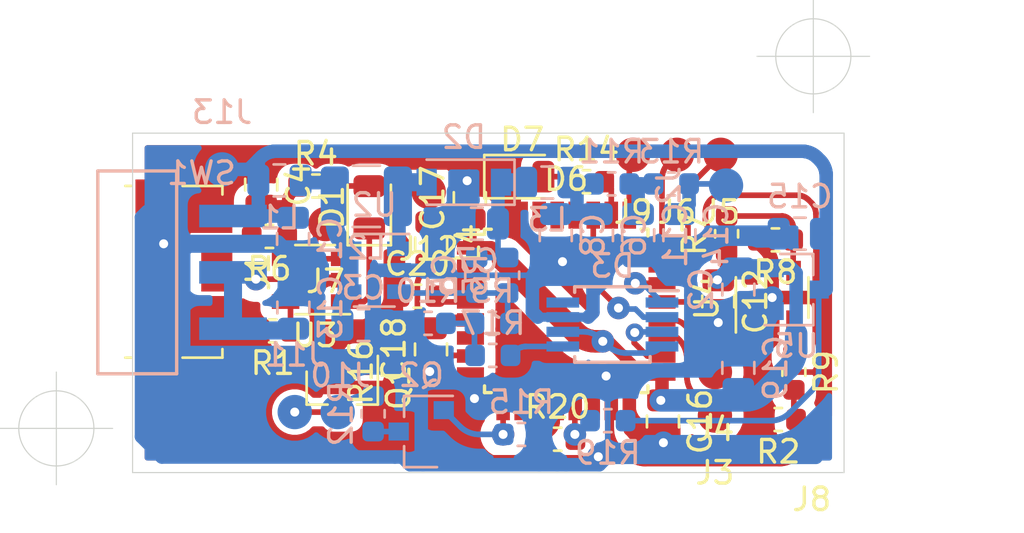
<source format=kicad_pcb>
(kicad_pcb (version 20171130) (host pcbnew 5.1.8+dfsg1-1~bpo10+1)
  (layers (0 F.Cu signal) (31 B.Cu signal) (34 B.Paste user) (35 F.Paste user) (36 B.SilkS user) (37 F.SilkS user hide) (38 B.Mask user) (39 F.Mask user) (44 Edge.Cuts user))
  (net 0 "")
  (net 1 +BATT)
  (net 2 GND)
  (net 3 "Net-(C3-Pad2)")
  (net 4 "Net-(C5-Pad2)")
  (net 5 "Net-(C5-Pad1)")
  (net 6 AIn)
  (net 7 "Net-(C11-Pad2)")
  (net 8 "Net-(C13-Pad1)")
  (net 9 "Net-(C14-Pad2)")
  (net 10 "Net-(C18-Pad2)")
  (net 11 "Net-(C20-Pad2)")
  (net 12 "Net-(D1-Pad2)")
  (net 13 "Net-(D1-Pad1)")
  (net 14 "Net-(D2-Pad2)")
  (net 15 "Net-(D6-Pad26)")
  (net 16 "Net-(D6-Pad25)")
  (net 17 "Net-(D6-Pad24)")
  (net 18 "Net-(D6-Pad23)")
  (net 19 "Net-(D6-Pad20)")
  (net 20 "Net-(D6-Pad19)")
  (net 21 "Net-(R1-Pad1)")
  (net 22 "Net-(D7-Pad2)")
  (net 23 "Net-(D6-Pad21)")
  (net 24 "Net-(J11-Pad1)")
  (net 25 Buzer)
  (net 26 Vibro)
  (net 27 bl)
  (net 28 com)
  (net 29 "Net-(R7-Pad2)")
  (net 30 "Net-(R9-Pad1)")
  (net 31 "Net-(C6-Pad2)")
  (net 32 "Net-(J1-Pad1)")
  (net 33 "Net-(C4-Pad2)")
  (net 34 "Net-(J10-Pad1)")
  (net 35 "Net-(Q2-Pad3)")
  (net 36 +3V3)
  (net 37 "Net-(D3-Pad5)")
  (net 38 Adjust)
  (net 39 DI)
  (net 40 SC)
  (net 41 CS)
  (module Resistor_SMD:R_0603_1608Metric (layer B.Cu) (at 43.434 62.738 180)
    (fp_text reference R17 (at 0 1.43) (layer B.SilkS) (effects (justify mirror)))
    (fp_text value 100k)
    (pad 2 smd roundrect (at 0.7875 0 180) (size 0.875 0.95) (layers B.Cu B.Paste B.Mask) (net 38 Adjust))
    (pad 1 smd roundrect (at -0.7875 0 180) (size 0.875 0.95) (layers B.Cu B.Paste B.Mask) (net 37 "Net-(D3-Pad5)"))
  )
  (module Package_SO:MSOP-8_3x3mm_P0.65mm (layer B.Cu) (at 48.7426 61.3664 180)
    (fp_text reference D3 (at 0 2.6) (layer B.SilkS) (effects (justify mirror)))
    (fp_text value LTC1662CMS8)
    (pad 8 smd rect (at 2.2 0.975 180) (size 1.45 0.45) (layers B.Cu B.Paste B.Mask))
    (pad 7 smd rect (at 2.2 0.325 180) (size 1.45 0.45) (layers B.Cu B.Paste B.Mask) (net 2 GND))
    (pad 6 smd rect (at 2.2 -0.325 180) (size 1.45 0.45) (layers B.Cu B.Paste B.Mask) (net 36 +3V3))
    (pad 5 smd rect (at 2.2 -0.975 180) (size 1.45 0.45) (layers B.Cu B.Paste B.Mask) (net 37 "Net-(D3-Pad5)"))
    (pad 4 smd rect (at -2.2 -0.975 180) (size 1.45 0.45) (layers B.Cu B.Paste B.Mask) (net 36 +3V3))
    (pad 3 smd rect (at -2.2 -0.325 180) (size 1.45 0.45) (layers B.Cu B.Paste B.Mask) (net 39 DI))
    (pad 2 smd rect (at -2.2 0.325 180) (size 1.45 0.45) (layers B.Cu B.Paste B.Mask) (net 40 SC))
    (pad 1 smd rect (at -2.2 0.975 180) (size 1.45 0.45) (layers B.Cu B.Paste B.Mask) (net 41 CS))
  )
  (module Package_TO_SOT_SMD:SOT-23 (layer F.Cu) (at 36.7538 64.1604 270)
    (fp_text reference Q1 (at 0 -2.5 90) (layer F.SilkS))
    (fp_text value IRLML6344)
    (pad 3 smd rect (at 1 0 270) (size 0.9 0.8) (layers F.Cu F.Paste F.Mask) (net 24 "Net-(J11-Pad1)"))
    (pad 2 smd rect (at -1 0.95 270) (size 0.9 0.8) (layers F.Cu F.Paste F.Mask) (net 2 GND))
    (pad 1 smd rect (at -1 -0.95 270) (size 0.9 0.8) (layers F.Cu F.Paste F.Mask) (net 26 Vibro))
  )
  (module Resistor_SMD:R_0603_1608Metric (layer B.Cu) (at 38.1254 65.3288 270)
    (fp_text reference R12 (at 0 1.43 90) (layer B.SilkS) (effects (justify mirror)))
    (fp_text value 200)
    (pad 2 smd roundrect (at 0.7875 0 270) (size 0.875 0.95) (layers B.Cu B.Paste B.Mask) (net 35 "Net-(Q2-Pad3)"))
    (pad 1 smd roundrect (at -0.7875 0 270) (size 0.875 0.95) (layers B.Cu B.Paste B.Mask) (net 34 "Net-(J10-Pad1)"))
  )
  (module My-library:SMD-CONN (layer B.Cu) (at 36.5506 65.2526)
    (fp_text reference J10 (at 0.125 -1.625) (layer B.SilkS) (effects (justify mirror)))
    (fp_text value Buzzer)
    (pad 1 smd circle (at 0 0) (size 1.524 1.524) (layers B.Cu B.Paste B.Mask) (net 34 "Net-(J10-Pad1)"))
  )
  (module Resistor_SMD:R_0603_1608Metric (layer B.Cu) (at 40.5638 61.3156 180)
    (fp_text reference R10 (at 0 1.43) (layer B.SilkS) (effects (justify mirror)))
    (fp_text value 3k*)
    (pad 2 smd roundrect (at 0.7875 0 180) (size 0.875 0.95) (layers B.Cu B.Paste B.Mask) (net 2 GND))
    (pad 1 smd roundrect (at -0.7875 0 180) (size 0.875 0.95) (layers B.Cu B.Paste B.Mask) (net 38 Adjust))
  )
  (module Capacitor_SMD:C_0805_2012Metric (layer B.Cu) (at 57.05856 57.33796 180)
    (fp_text reference C15 (at 0 1.65 180) (layer B.SilkS) (effects (justify mirror)))
    (fp_text value 22uF)
    (pad 2 smd roundrect (at 0.9375 0 180) (size 0.975 1.4) (layers B.Cu B.Paste B.Mask) (net 2 GND))
    (pad 1 smd roundrect (at -0.9375 0 180) (size 0.975 1.4) (layers B.Cu B.Paste B.Mask) (net 1 +BATT))
  )
  (module Capacitor_SMD:C_0805_2012Metric (layer F.Cu) (at 33.15716 55.15864 270)
    (fp_text reference C4 (at 0 -1.65 90) (layer F.SilkS))
    (fp_text value 22uF)
    (pad 2 smd roundrect (at 0.9375 0 270) (size 0.975 1.4) (layers F.Cu F.Paste F.Mask) (net 33 "Net-(C4-Pad2)"))
    (pad 1 smd roundrect (at -0.9375 0 270) (size 0.975 1.4) (layers F.Cu F.Paste F.Mask) (net 2 GND))
  )
  (module Capacitor_SMD:C_0805_2012Metric (layer B.Cu) (at 51.7144 57.404 90)
    (fp_text reference C14 (at 0 1.65 90) (layer B.SilkS) (effects (justify mirror)))
    (fp_text value C3216X7R1H106K160AC)
    (pad 2 smd roundrect (at 0.9375 0 90) (size 0.975 1.4) (layers B.Cu B.Paste B.Mask) (net 9 "Net-(C14-Pad2)"))
    (pad 1 smd roundrect (at -0.9375 0 90) (size 0.975 1.4) (layers B.Cu B.Paste B.Mask) (net 2 GND))
  )
  (module Capacitor_SMD:C_0805_2012Metric (layer B.Cu) (at 49.8856 57.404 90)
    (fp_text reference C11 (at 0 1.65 90) (layer B.SilkS) (effects (justify mirror)))
    (fp_text value C3216X7R1H106K160AC)
    (pad 2 smd roundrect (at 0.9375 0 90) (size 0.975 1.4) (layers B.Cu B.Paste B.Mask) (net 7 "Net-(C11-Pad2)"))
    (pad 1 smd roundrect (at -0.9375 0 90) (size 0.975 1.4) (layers B.Cu B.Paste B.Mask) (net 2 GND))
  )
  (module Capacitor_SMD:C_0805_2012Metric (layer B.Cu) (at 46.228 57.404 90)
    (fp_text reference C8 (at 0 1.65 90) (layer B.SilkS) (effects (justify mirror)))
    (fp_text value C3216X7R1H106K160AC)
    (pad 2 smd roundrect (at 0.9375 0 90) (size 0.975 1.4) (layers B.Cu B.Paste B.Mask) (net 31 "Net-(C6-Pad2)"))
    (pad 1 smd roundrect (at -0.9375 0 90) (size 0.975 1.4) (layers B.Cu B.Paste B.Mask) (net 2 GND))
  )
  (module Capacitor_SMD:C_0805_2012Metric (layer B.Cu) (at 42.72788 56.896)
    (fp_text reference C7 (at 0 1.65) (layer B.SilkS) (effects (justify mirror)))
    (fp_text value C3216X7R1H106K160AC)
    (pad 2 smd roundrect (at 0.9375 0) (size 0.975 1.4) (layers B.Cu B.Paste B.Mask) (net 5 "Net-(C5-Pad1)"))
    (pad 1 smd roundrect (at -0.9375 0) (size 0.975 1.4) (layers B.Cu B.Paste B.Mask) (net 2 GND))
  )
  (module Capacitor_SMD:C_0805_2012Metric (layer B.Cu) (at 48.0568 57.404 90)
    (fp_text reference C6 (at 0 1.65 90) (layer B.SilkS) (effects (justify mirror)))
    (fp_text value C3216X7R1H106K160AC)
    (pad 2 smd roundrect (at 0.9375 0 90) (size 0.975 1.4) (layers B.Cu B.Paste B.Mask) (net 31 "Net-(C6-Pad2)"))
    (pad 1 smd roundrect (at -0.9375 0 90) (size 0.975 1.4) (layers B.Cu B.Paste B.Mask) (net 2 GND))
  )
  (module Resistor_SMD:R_0603_1608Metric (layer F.Cu) (at 46.31436 66.45656)
    (fp_text reference R20 (at 0 -1.43) (layer F.SilkS))
    (fp_text value 100k)
    (pad 2 smd roundrect (at 0.7875 0) (size 0.875 0.95) (layers F.Cu F.Paste F.Mask) (net 27 bl))
    (pad 1 smd roundrect (at -0.7875 0) (size 0.875 0.95) (layers F.Cu F.Paste F.Mask) (net 28 com))
  )
  (module Resistor_SMD:R_0603_1608Metric (layer B.Cu) (at 48.5394 65.6336)
    (fp_text reference R19 (at 0 1.43) (layer B.SilkS) (effects (justify mirror)))
    (fp_text value 39k)
    (pad 2 smd roundrect (at 0.7875 0) (size 0.875 0.95) (layers B.Cu B.Paste B.Mask) (net 1 +BATT))
    (pad 1 smd roundrect (at -0.7875 0) (size 0.875 0.95) (layers B.Cu B.Paste B.Mask) (net 27 bl))
  )
  (module My-library:SMD-CONN (layer B.Cu) (at 31.4198 54.483)
    (fp_text reference J13 (at 0 -2.54) (layer B.SilkS) (effects (justify mirror)))
    (fp_text value +vibro)
    (pad 1 smd circle (at 0 0) (size 1.524 1.524) (layers B.Cu B.Paste B.Mask) (net 1 +BATT))
  )
  (module My-library:SMD-CONN (layer F.Cu) (at 40.5892 55.4736)
    (fp_text reference J12 (at 0 2.54) (layer F.SilkS))
    (fp_text value +3v)
    (pad 1 smd circle (at 0 0) (size 1.524 1.524) (layers F.Cu F.Paste F.Mask) (net 36 +3V3))
  )
  (module Resistor_SMD:R_0603_1608Metric (layer F.Cu) (at 39.0144 63.4746 90)
    (fp_text reference R16 (at 0 -1.43 90) (layer F.SilkS))
    (fp_text value 100k)
    (pad 2 smd roundrect (at 0.7875 0 90) (size 0.875 0.95) (layers F.Cu F.Paste F.Mask) (net 26 Vibro))
    (pad 1 smd roundrect (at -0.7875 0 90) (size 0.875 0.95) (layers F.Cu F.Paste F.Mask) (net 2 GND))
  )
  (module Resistor_SMD:R_0603_1608Metric (layer B.Cu) (at 44.704 66.2432 180)
    (fp_text reference R15 (at 0 1.43) (layer B.SilkS) (effects (justify mirror)))
    (fp_text value 100k)
    (pad 2 smd roundrect (at 0.7875 0 180) (size 0.875 0.95) (layers B.Cu B.Paste B.Mask) (net 25 Buzer))
    (pad 1 smd roundrect (at -0.7875 0 180) (size 0.875 0.95) (layers B.Cu B.Paste B.Mask) (net 2 GND))
  )
  (module Package_TO_SOT_SMD:SOT-23 (layer B.Cu) (at 40.259 66.1162 180)
    (fp_text reference Q2 (at 0 2.5) (layer B.SilkS) (effects (justify mirror)))
    (fp_text value IRLML6344)
    (pad 3 smd rect (at 1 0 180) (size 0.9 0.8) (layers B.Cu B.Paste B.Mask) (net 35 "Net-(Q2-Pad3)"))
    (pad 2 smd rect (at -1 -0.95 180) (size 0.9 0.8) (layers B.Cu B.Paste B.Mask) (net 2 GND))
    (pad 1 smd rect (at -1 0.95 180) (size 0.9 0.8) (layers B.Cu B.Paste B.Mask) (net 25 Buzer))
  )
  (module My-library:SMD-CONN (layer B.Cu) (at 34.6456 65.2526)
    (fp_text reference J11 (at 0 -2.54) (layer B.SilkS) (effects (justify mirror)))
    (fp_text value Vibro)
    (pad 1 smd circle (at 0 0) (size 1.524 1.524) (layers B.Cu B.Paste B.Mask) (net 24 "Net-(J11-Pad1)"))
  )
  (module Package_TO_SOT_SMD:SOT-23 (layer B.Cu) (at 56.896 59.817)
    (fp_text reference U5 (at 0 2.5) (layer B.SilkS) (effects (justify mirror)))
    (fp_text value MCP1700-3002E)
    (pad 3 smd rect (at 1 0) (size 0.9 0.8) (layers B.Cu B.Paste B.Mask) (net 1 +BATT))
    (pad 2 smd rect (at -1 -0.95) (size 0.9 0.8) (layers B.Cu B.Paste B.Mask) (net 36 +3V3))
    (pad 1 smd rect (at -1 0.95) (size 0.9 0.8) (layers B.Cu B.Paste B.Mask) (net 2 GND))
  )
  (module Package_TO_SOT_SMD:SOT-23-5 (layer F.Cu) (at 55.83174 60.17006 90)
    (fp_text reference U4 (at 0 -2.9 90) (layer F.SilkS))
    (fp_text value TLV3201AIDBVT)
    (pad 5 smd rect (at 1.1 -0.95 90) (size 1.06 0.65) (layers F.Cu F.Paste F.Mask) (net 36 +3V3))
    (pad 4 smd rect (at 1.1 0.95 90) (size 1.06 0.65) (layers F.Cu F.Paste F.Mask) (net 29 "Net-(R7-Pad2)"))
    (pad 3 smd rect (at -1.1 0.95 90) (size 1.06 0.65) (layers F.Cu F.Paste F.Mask) (net 30 "Net-(R9-Pad1)"))
    (pad 2 smd rect (at -1.1 0 90) (size 1.06 0.65) (layers F.Cu F.Paste F.Mask) (net 2 GND))
    (pad 1 smd rect (at -1.1 -0.95 90) (size 1.06 0.65) (layers F.Cu F.Paste F.Mask) (net 23 "Net-(D6-Pad21)"))
  )
  (module Capacitor_SMD:C_0805_2012Metric (layer F.Cu) (at 50.98542 65.6717 270)
    (fp_text reference C16 (at 0 -1.65 90) (layer F.SilkS))
    (fp_text value 22uF)
    (pad 2 smd roundrect (at 0.9375 0 270) (size 0.975 1.4) (layers F.Cu F.Paste F.Mask) (net 2 GND))
    (pad 1 smd roundrect (at -0.9375 0 270) (size 0.975 1.4) (layers F.Cu F.Paste F.Mask) (net 36 +3V3))
  )
  (module Resistor_SMD:R_0603_1608Metric (layer F.Cu) (at 47.59198 55.0291)
    (fp_text reference R14 (at 0 -1.43) (layer F.SilkS))
    (fp_text value 1k)
    (pad 2 smd roundrect (at 0.7875 0) (size 0.875 0.95) (layers F.Cu F.Paste F.Mask) (net 15 "Net-(D6-Pad26)"))
    (pad 1 smd roundrect (at -0.7875 0) (size 0.875 0.95) (layers F.Cu F.Paste F.Mask) (net 22 "Net-(D7-Pad2)"))
  )
  (module LED_SMD:LED_0805_2012Metric (layer F.Cu) (at 44.7421 54.80558)
    (fp_text reference D7 (at 0 -1.65) (layer F.SilkS))
    (fp_text value LED)
    (pad 2 smd roundrect (at 0.9375 0) (size 0.975 1.4) (layers F.Cu F.Paste F.Mask) (net 22 "Net-(D7-Pad2)"))
    (pad 1 smd roundrect (at -0.9375 0) (size 0.975 1.4) (layers F.Cu F.Paste F.Mask) (net 2 GND))
  )
  (module My-library:SMD-CONN (layer F.Cu) (at 49.65954 53.8353)
    (fp_text reference J9 (at 0 2.54) (layer F.SilkS))
    (fp_text value "BT Status")
    (pad 1 smd circle (at 0 0) (size 1.524 1.524) (layers F.Cu F.Paste F.Mask) (net 16 "Net-(D6-Pad25)"))
  )
  (module My-library:SMD-CONN (layer B.Cu) (at 53.7845 55.19928 90)
    (fp_text reference J2 (at 0 -2.54 90) (layer B.SilkS) (effects (justify mirror)))
    (fp_text value "+29.6 SiPM")
    (pad 1 smd circle (at 0 0 90) (size 1.524 1.524) (layers B.Cu B.Paste B.Mask) (net 9 "Net-(C14-Pad2)"))
  )
  (module My-library:SMD-CONN (layer F.Cu) (at 57.59196 66.58356)
    (fp_text reference J8 (at 0 2.54) (layer F.SilkS))
    (fp_text value SiPM-)
    (pad 1 smd circle (at 0 0) (size 1.524 1.524) (layers F.Cu F.Paste F.Mask) (net 6 AIn))
  )
  (module My-library:SMD-CONN (layer F.Cu) (at 36.00704 56.91124)
    (fp_text reference J7 (at 0 2.54) (layer F.SilkS))
    (fp_text value +BAT)
    (pad 1 smd circle (at 0 0) (size 1.524 1.524) (layers F.Cu F.Paste F.Mask) (net 8 "Net-(C13-Pad1)"))
  )
  (module Package_TO_SOT_SMD:TSOT-23-5 (layer F.Cu) (at 35.54984 59.40044 180)
    (fp_text reference U3 (at 0 -2.45) (layer F.SilkS))
    (fp_text value MCP73831)
    (pad 5 smd rect (at 1.31 -0.95 180) (size 1.22 0.65) (layers F.Cu F.Paste F.Mask) (net 21 "Net-(R1-Pad1)"))
    (pad 4 smd rect (at 1.31 0.95 180) (size 1.22 0.65) (layers F.Cu F.Paste F.Mask) (net 33 "Net-(C4-Pad2)"))
    (pad 3 smd rect (at -1.31 0.95 180) (size 1.22 0.65) (layers F.Cu F.Paste F.Mask) (net 8 "Net-(C13-Pad1)"))
    (pad 2 smd rect (at -1.31 0 180) (size 1.22 0.65) (layers F.Cu F.Paste F.Mask) (net 2 GND))
    (pad 1 smd rect (at -1.31 -0.95 180) (size 1.22 0.65) (layers F.Cu F.Paste F.Mask) (net 13 "Net-(D1-Pad1)"))
  )
  (module Package_TO_SOT_SMD:SOT-23-5 (layer B.Cu) (at 38.17366 58.96102 180)
    (fp_text reference U2 (at 0 2.9) (layer B.SilkS) (effects (justify mirror)))
    (fp_text value AP3015KTR)
    (pad 5 smd rect (at 1.1 0.95 180) (size 1.06 0.65) (layers B.Cu B.Paste B.Mask) (net 3 "Net-(C3-Pad2)"))
    (pad 4 smd rect (at 1.1 -0.95 180) (size 1.06 0.65) (layers B.Cu B.Paste B.Mask) (net 3 "Net-(C3-Pad2)"))
    (pad 3 smd rect (at -1.1 -0.95 180) (size 1.06 0.65) (layers B.Cu B.Paste B.Mask) (net 4 "Net-(C5-Pad2)"))
    (pad 2 smd rect (at -1.1 0 180) (size 1.06 0.65) (layers B.Cu B.Paste B.Mask) (net 2 GND))
    (pad 1 smd rect (at -1.1 0.95 180) (size 1.06 0.65) (layers B.Cu B.Paste B.Mask) (net 14 "Net-(D2-Pad2)"))
  )
  (module My-library:MySwithc (layer B.Cu) (at 30.40634 59.05246)
    (fp_text reference SW1 (at 0.1 -4.4) (layer B.SilkS) (effects (justify mirror)))
    (fp_text value power)
    (pad 1 smd rect (at 1.5 2.5) (size 3 1) (layers B.Cu B.Paste B.Mask) (net 8 "Net-(C13-Pad1)"))
    (pad 2 smd rect (at 1.5 0) (size 3 1) (layers B.Cu B.Paste B.Mask) (net 8 "Net-(C13-Pad1)"))
    (pad 3 smd rect (at 1.5 -2.5) (size 3 1) (layers B.Cu B.Paste B.Mask) (net 1 +BATT))
  )
  (module Resistor_SMD:R_0603_1608Metric (layer B.Cu) (at 51.3588 55.12816 180)
    (fp_text reference R13 (at 0 1.43) (layer B.SilkS) (effects (justify mirror)))
    (fp_text value 1k)
    (pad 2 smd roundrect (at 0.7875 0 180) (size 0.875 0.95) (layers B.Cu B.Paste B.Mask) (net 7 "Net-(C11-Pad2)"))
    (pad 1 smd roundrect (at -0.7875 0 180) (size 0.875 0.95) (layers B.Cu B.Paste B.Mask) (net 9 "Net-(C14-Pad2)"))
  )
  (module Resistor_SMD:R_0603_1608Metric (layer B.Cu) (at 48.70704 55.12816 180)
    (fp_text reference R11 (at 0 1.43) (layer B.SilkS) (effects (justify mirror)))
    (fp_text value 100)
    (pad 2 smd roundrect (at 0.7875 0 180) (size 0.875 0.95) (layers B.Cu B.Paste B.Mask) (net 31 "Net-(C6-Pad2)"))
    (pad 1 smd roundrect (at -0.7875 0 180) (size 0.875 0.95) (layers B.Cu B.Paste B.Mask) (net 7 "Net-(C11-Pad2)"))
  )
  (module Resistor_SMD:R_0603_1608Metric (layer F.Cu) (at 56.7944 63.47968 270)
    (fp_text reference R9 (at 0 -1.43 90) (layer F.SilkS))
    (fp_text value 12k)
    (pad 2 smd roundrect (at 0.7875 0 270) (size 0.875 0.95) (layers F.Cu F.Paste F.Mask) (net 6 AIn))
    (pad 1 smd roundrect (at -0.7875 0 270) (size 0.875 0.95) (layers F.Cu F.Paste F.Mask) (net 30 "Net-(R9-Pad1)"))
  )
  (module Resistor_SMD:R_0603_1608Metric (layer F.Cu) (at 55.97652 57.61228 180)
    (fp_text reference R8 (at 0 -1.43) (layer F.SilkS))
    (fp_text value 5.1k)
    (pad 2 smd roundrect (at 0.7875 0 180) (size 0.875 0.95) (layers F.Cu F.Paste F.Mask) (net 2 GND))
    (pad 1 smd roundrect (at -0.7875 0 180) (size 0.875 0.95) (layers F.Cu F.Paste F.Mask) (net 29 "Net-(R7-Pad2)"))
  )
  (module Resistor_SMD:R_0603_1608Metric (layer F.Cu) (at 53.8099 57.3405 90)
    (fp_text reference R7 (at 0 -1.43 90) (layer F.SilkS))
    (fp_text value 680k)
    (pad 2 smd roundrect (at 0.7875 0 90) (size 0.875 0.95) (layers F.Cu F.Paste F.Mask) (net 29 "Net-(R7-Pad2)"))
    (pad 1 smd roundrect (at -0.7875 0 90) (size 0.875 0.95) (layers F.Cu F.Paste F.Mask) (net 36 +3V3))
  )
  (module Resistor_SMD:R_0603_1608Metric (layer F.Cu) (at 33.52292 57.45988 180)
    (fp_text reference R6 (at 0 -1.43) (layer F.SilkS))
    (fp_text value 1)
    (pad 2 smd roundrect (at 0.7875 0 180) (size 0.875 0.95) (layers F.Cu F.Paste F.Mask) (net 32 "Net-(J1-Pad1)"))
    (pad 1 smd roundrect (at -0.7875 0 180) (size 0.875 0.95) (layers F.Cu F.Paste F.Mask) (net 33 "Net-(C4-Pad2)"))
  )
  (module Resistor_SMD:R_0603_1608Metric (layer B.Cu) (at 44.0944 59.182 270)
    (fp_text reference R5 (at 0 1.43 90) (layer B.SilkS) (effects (justify mirror)))
    (fp_text value 10M)
    (pad 2 smd roundrect (at 0.7875 0 270) (size 0.875 0.95) (layers B.Cu B.Paste B.Mask) (net 4 "Net-(C5-Pad2)"))
    (pad 1 smd roundrect (at -0.7875 0 270) (size 0.875 0.95) (layers B.Cu B.Paste B.Mask) (net 5 "Net-(C5-Pad1)"))
  )
  (module Resistor_SMD:R_0603_1608Metric (layer F.Cu) (at 35.5854 55.2196)
    (fp_text reference R4 (at 0 -1.43) (layer F.SilkS))
    (fp_text value 1k)
    (pad 2 smd roundrect (at 0.7875 0) (size 0.875 0.95) (layers F.Cu F.Paste F.Mask) (net 12 "Net-(D1-Pad2)"))
    (pad 1 smd roundrect (at -0.7875 0) (size 0.875 0.95) (layers F.Cu F.Paste F.Mask) (net 33 "Net-(C4-Pad2)"))
  )
  (module Resistor_SMD:R_0603_1608Metric (layer B.Cu) (at 43.4086 61.3156 180)
    (fp_text reference R3 (at 0 1.43) (layer B.SilkS) (effects (justify mirror)))
    (fp_text value 430k)
    (pad 2 smd roundrect (at 0.7875 0 180) (size 0.875 0.95) (layers B.Cu B.Paste B.Mask) (net 38 Adjust))
    (pad 1 smd roundrect (at -0.7875 0 180) (size 0.875 0.95) (layers B.Cu B.Paste B.Mask) (net 4 "Net-(C5-Pad2)"))
  )
  (module Resistor_SMD:R_0603_1608Metric (layer F.Cu) (at 56.10352 65.5828 180)
    (fp_text reference R2 (at 0 -1.43) (layer F.SilkS))
    (fp_text value 2.2k)
    (pad 2 smd roundrect (at 0.7875 0 180) (size 0.875 0.95) (layers F.Cu F.Paste F.Mask) (net 2 GND))
    (pad 1 smd roundrect (at -0.7875 0 180) (size 0.875 0.95) (layers F.Cu F.Paste F.Mask) (net 6 AIn))
  )
  (module Resistor_SMD:R_0603_1608Metric (layer F.Cu) (at 33.67024 61.65088 180)
    (fp_text reference R1 (at 0 -1.43) (layer F.SilkS))
    (fp_text value 20k)
    (pad 2 smd roundrect (at 0.7875 0 180) (size 0.875 0.95) (layers F.Cu F.Paste F.Mask) (net 2 GND))
    (pad 1 smd roundrect (at -0.7875 0 180) (size 0.875 0.95) (layers F.Cu F.Paste F.Mask) (net 21 "Net-(R1-Pad1)"))
  )
  (module Inductor_SMD:L_0805_2012Metric (layer F.Cu) (at 40.69842 57.76722 270)
    (fp_text reference L4 (at 0 -1.65 90) (layer F.SilkS))
    (fp_text value MLZ2012M470WT000)
    (pad 2 smd roundrect (at 0.9375 0 270) (size 0.975 1.4) (layers F.Cu F.Paste F.Mask) (net 10 "Net-(C18-Pad2)"))
    (pad 1 smd roundrect (at -0.9375 0 270) (size 0.975 1.4) (layers F.Cu F.Paste F.Mask) (net 36 +3V3))
  )
  (module Inductor_SMD:L_0805_2012Metric (layer B.Cu) (at 45.85208 55.0672)
    (fp_text reference L3 (at 0 1.65) (layer B.SilkS) (effects (justify mirror)))
    (fp_text value MLZ2012M470WT000)
    (pad 2 smd roundrect (at 0.9375 0) (size 0.975 1.4) (layers B.Cu B.Paste B.Mask) (net 31 "Net-(C6-Pad2)"))
    (pad 1 smd roundrect (at -0.9375 0) (size 0.975 1.4) (layers B.Cu B.Paste B.Mask) (net 5 "Net-(C5-Pad1)"))
  )
  (module Inductor_SMD:L_1210_3225Metric (layer B.Cu) (at 37.82314 55.67934)
    (fp_text reference L2 (at 0 2.28) (layer B.SilkS) (effects (justify mirror)))
    (fp_text value LQH31MN220J03L)
    (pad 2 smd roundrect (at 1.4 0) (size 1.25 2.65) (layers B.Cu B.Paste B.Mask) (roundrect_rratio 0.2) (net 14 "Net-(D2-Pad2)"))
    (pad 1 smd roundrect (at -1.4 0) (size 1.25 2.65) (layers B.Cu B.Paste B.Mask) (roundrect_rratio 0.2) (net 3 "Net-(C3-Pad2)"))
  )
  (module Inductor_SMD:L_0805_2012Metric (layer B.Cu) (at 33.96742 54.97322)
    (fp_text reference L1 (at 0 1.65) (layer B.SilkS) (effects (justify mirror)))
    (fp_text value LQM21FN100N)
    (pad 2 smd roundrect (at 0.9375 0) (size 0.975 1.4) (layers B.Cu B.Paste B.Mask) (net 3 "Net-(C3-Pad2)"))
    (pad 1 smd roundrect (at -0.9375 0) (size 0.975 1.4) (layers B.Cu B.Paste B.Mask) (net 1 +BATT))
  )
  (module My-library:SMD-CONN (layer F.Cu) (at 51.60391 53.8353)
    (fp_text reference J6 (at 0 2.54) (layer F.SilkS))
    (fp_text value SWCLK)
    (pad 1 smd circle (at 0 0) (size 1.524 1.524) (layers F.Cu F.Paste F.Mask) (net 17 "Net-(D6-Pad24)"))
  )
  (module My-library:SMD-CONN (layer F.Cu) (at 53.54828 53.8353)
    (fp_text reference J5 (at 0 2.54) (layer F.SilkS))
    (fp_text value SWDIO)
    (pad 1 smd circle (at 0 0) (size 1.524 1.524) (layers F.Cu F.Paste F.Mask) (net 18 "Net-(D6-Pad23)"))
  )
  (module My-library:SMD-CONN (layer F.Cu) (at 53.29174 63.47714)
    (fp_text reference J4 (at 0 2.54) (layer F.SilkS))
    (fp_text value "RxD (19)")
    (pad 1 smd circle (at 0 0) (size 1.524 1.524) (layers F.Cu F.Paste F.Mask) (net 19 "Net-(D6-Pad20)"))
  )
  (module My-library:SMD-CONN (layer F.Cu) (at 53.29174 65.40754)
    (fp_text reference J3 (at 0 2.54) (layer F.SilkS))
    (fp_text value "TxD (20)")
    (pad 1 smd circle (at 0 0) (size 1.524 1.524) (layers F.Cu F.Paste F.Mask) (net 20 "Net-(D6-Pad19)"))
  )
  (module Connector_USB:USB_Micro-B_Molex_47346-0001 (layer F.Cu) (at 29.72674 59.0279 270)
    (fp_text reference J1 (at 0 -3.3 270) (layer F.SilkS))
    (fp_text value usb)
    (pad 6 smd rect (at 0.84 1.2 270) (size 1.175 1.9) (layers F.Cu F.Paste F.Mask) (net 2 GND))
    (pad 6 smd rect (at -0.84 1.2 270) (size 1.175 1.9) (layers F.Cu F.Paste F.Mask) (net 2 GND))
    (pad 6 smd rect (at 2.91 1.2 270) (size 2.375 1.9) (layers F.Cu F.Paste F.Mask) (net 2 GND))
    (pad 6 smd rect (at -2.91 1.2 270) (size 2.375 1.9) (layers F.Cu F.Paste F.Mask) (net 2 GND))
    (pad 6 smd rect (at 2.4625 -1.1 270) (size 1.475 2.1) (layers F.Cu F.Paste F.Mask) (net 2 GND))
    (pad 6 smd rect (at -2.4625 -1.1 270) (size 1.475 2.1) (layers F.Cu F.Paste F.Mask) (net 2 GND))
    (pad 5 smd rect (at 1.3 -1.46 270) (size 0.45 1.38) (layers F.Cu F.Paste F.Mask) (net 2 GND))
    (pad 4 smd rect (at 0.65 -1.46 270) (size 0.45 1.38) (layers F.Cu F.Paste F.Mask))
    (pad 3 smd rect (at 0 -1.46 270) (size 0.45 1.38) (layers F.Cu F.Paste F.Mask))
    (pad 2 smd rect (at -0.65 -1.46 270) (size 0.45 1.38) (layers F.Cu F.Paste F.Mask))
    (pad 1 smd rect (at -1.3 -1.46 270) (size 0.45 1.38) (layers F.Cu F.Paste F.Mask) (net 32 "Net-(J1-Pad1)"))
  )
  (module Package_QFP:LQFP-32_7x7mm_P0.8mm (layer F.Cu) (at 46.69282 60.76442)
    (fp_text reference D6 (at 0 -5.85) (layer F.SilkS))
    (fp_text value STM32L412K8)
    (pad 32 smd rect (at -2.8 -4.25 90) (size 1.2 0.6) (layers F.Cu F.Paste F.Mask) (net 2 GND))
    (pad 31 smd rect (at -2 -4.25 90) (size 1.2 0.6) (layers F.Cu F.Paste F.Mask) (net 2 GND))
    (pad 30 smd rect (at -1.2 -4.25 90) (size 1.2 0.6) (layers F.Cu F.Paste F.Mask))
    (pad 29 smd rect (at -0.4 -4.25 90) (size 1.2 0.6) (layers F.Cu F.Paste F.Mask))
    (pad 28 smd rect (at 0.4 -4.25 90) (size 1.2 0.6) (layers F.Cu F.Paste F.Mask))
    (pad 27 smd rect (at 1.2 -4.25 90) (size 1.2 0.6) (layers F.Cu F.Paste F.Mask) (net 40 SC))
    (pad 26 smd rect (at 2 -4.25 90) (size 1.2 0.6) (layers F.Cu F.Paste F.Mask) (net 15 "Net-(D6-Pad26)"))
    (pad 25 smd rect (at 2.8 -4.25 90) (size 1.2 0.6) (layers F.Cu F.Paste F.Mask) (net 16 "Net-(D6-Pad25)"))
    (pad 24 smd rect (at 4.25 -2.8) (size 1.2 0.6) (layers F.Cu F.Paste F.Mask) (net 17 "Net-(D6-Pad24)"))
    (pad 23 smd rect (at 4.25 -2) (size 1.2 0.6) (layers F.Cu F.Paste F.Mask) (net 18 "Net-(D6-Pad23)"))
    (pad 22 smd rect (at 4.25 -1.2) (size 1.2 0.6) (layers F.Cu F.Paste F.Mask) (net 41 CS))
    (pad 21 smd rect (at 4.25 -0.4) (size 1.2 0.6) (layers F.Cu F.Paste F.Mask) (net 23 "Net-(D6-Pad21)"))
    (pad 20 smd rect (at 4.25 0.4) (size 1.2 0.6) (layers F.Cu F.Paste F.Mask) (net 19 "Net-(D6-Pad20)"))
    (pad 19 smd rect (at 4.25 1.2) (size 1.2 0.6) (layers F.Cu F.Paste F.Mask) (net 20 "Net-(D6-Pad19)"))
    (pad 18 smd rect (at 4.25 2) (size 1.2 0.6) (layers F.Cu F.Paste F.Mask) (net 39 DI))
    (pad 17 smd rect (at 4.25 2.8) (size 1.2 0.6) (layers F.Cu F.Paste F.Mask) (net 36 +3V3))
    (pad 16 smd rect (at 2.8 4.25 90) (size 1.2 0.6) (layers F.Cu F.Paste F.Mask) (net 2 GND))
    (pad 15 smd rect (at 2 4.25 90) (size 1.2 0.6) (layers F.Cu F.Paste F.Mask) (net 6 AIn))
    (pad 14 smd rect (at 1.2 4.25 90) (size 1.2 0.6) (layers F.Cu F.Paste F.Mask))
    (pad 13 smd rect (at 0.4 4.25 90) (size 1.2 0.6) (layers F.Cu F.Paste F.Mask) (net 27 bl))
    (pad 12 smd rect (at -0.4 4.25 90) (size 1.2 0.6) (layers F.Cu F.Paste F.Mask) (net 28 com))
    (pad 11 smd rect (at -1.2 4.25 90) (size 1.2 0.6) (layers F.Cu F.Paste F.Mask))
    (pad 10 smd rect (at -2 4.25 90) (size 1.2 0.6) (layers F.Cu F.Paste F.Mask))
    (pad 9 smd rect (at -2.8 4.25 90) (size 1.2 0.6) (layers F.Cu F.Paste F.Mask) (net 25 Buzer))
    (pad 8 smd rect (at -4.25 2.8) (size 1.2 0.6) (layers F.Cu F.Paste F.Mask))
    (pad 7 smd rect (at -4.25 2) (size 1.2 0.6) (layers F.Cu F.Paste F.Mask) (net 26 Vibro))
    (pad 6 smd rect (at -4.25 1.2) (size 1.2 0.6) (layers F.Cu F.Paste F.Mask))
    (pad 5 smd rect (at -4.25 0.4) (size 1.2 0.6) (layers F.Cu F.Paste F.Mask) (net 10 "Net-(C18-Pad2)"))
    (pad 4 smd rect (at -4.25 -0.4) (size 1.2 0.6) (layers F.Cu F.Paste F.Mask) (net 11 "Net-(C20-Pad2)"))
    (pad 3 smd rect (at -4.25 -1.2) (size 1.2 0.6) (layers F.Cu F.Paste F.Mask))
    (pad 2 smd rect (at -4.25 -2) (size 1.2 0.6) (layers F.Cu F.Paste F.Mask))
    (pad 1 smd rect (at -4.25 -2.8) (size 1.2 0.6) (layers F.Cu F.Paste F.Mask) (net 36 +3V3))
  )
  (module Diode_SMD:D_SOD-123 (layer B.Cu) (at 42.14876 55.05196 180)
    (fp_text reference D2 (at 0 2) (layer B.SilkS) (effects (justify mirror)))
    (fp_text value MBR0540)
    (pad 2 smd rect (at 1.65 0 180) (size 0.9 1.2) (layers B.Cu B.Paste B.Mask) (net 14 "Net-(D2-Pad2)"))
    (pad 1 smd rect (at -1.65 0 180) (size 0.9 1.2) (layers B.Cu B.Paste B.Mask) (net 5 "Net-(C5-Pad1)"))
  )
  (module LED_SMD:LED_0805_2012Metric (layer F.Cu) (at 37.95268 56.16448 90)
    (fp_text reference D1 (at 0 -1.65 90) (layer F.SilkS))
    (fp_text value LED)
    (pad 2 smd roundrect (at 0.9375 0 90) (size 0.975 1.4) (layers F.Cu F.Paste F.Mask) (net 12 "Net-(D1-Pad2)"))
    (pad 1 smd roundrect (at -0.9375 0 90) (size 0.975 1.4) (layers F.Cu F.Paste F.Mask) (net 13 "Net-(D1-Pad1)"))
  )
  (module Capacitor_SMD:C_0603_1608Metric (layer F.Cu) (at 40.08882 60.1091)
    (fp_text reference C20 (at 0 -1.43) (layer F.SilkS))
    (fp_text value 0.1uF)
    (pad 2 smd roundrect (at 0.7875 0) (size 0.875 0.95) (layers F.Cu F.Paste F.Mask) (net 11 "Net-(C20-Pad2)"))
    (pad 1 smd roundrect (at -0.7875 0) (size 0.875 0.95) (layers F.Cu F.Paste F.Mask) (net 2 GND))
  )
  (module Capacitor_SMD:C_0805_2012Metric (layer B.Cu) (at 54.3306 63.29172 90)
    (fp_text reference C19 (at 0 1.65 270) (layer B.SilkS) (effects (justify mirror)))
    (fp_text value 22uF)
    (pad 2 smd roundrect (at 0.9375 0 90) (size 0.975 1.4) (layers B.Cu B.Paste B.Mask) (net 2 GND))
    (pad 1 smd roundrect (at -0.9375 0 90) (size 0.975 1.4) (layers B.Cu B.Paste B.Mask) (net 36 +3V3))
  )
  (module Capacitor_SMD:C_0805_2012Metric (layer F.Cu) (at 40.69334 62.4713 90)
    (fp_text reference C18 (at 0 -1.65 90) (layer F.SilkS))
    (fp_text value 22uF)
    (pad 2 smd roundrect (at 0.9375 0 90) (size 0.975 1.4) (layers F.Cu F.Paste F.Mask) (net 10 "Net-(C18-Pad2)"))
    (pad 1 smd roundrect (at -0.9375 0 90) (size 0.975 1.4) (layers F.Cu F.Paste F.Mask) (net 2 GND))
  )
  (module Capacitor_SMD:C_0805_2012Metric (layer F.Cu) (at 42.41546 55.75554 90)
    (fp_text reference C17 (at 0 -1.65 90) (layer F.SilkS))
    (fp_text value 22uF)
    (pad 2 smd roundrect (at 0.9375 0 90) (size 0.975 1.4) (layers F.Cu F.Paste F.Mask) (net 2 GND))
    (pad 1 smd roundrect (at -0.9375 0 90) (size 0.975 1.4) (layers F.Cu F.Paste F.Mask) (net 36 +3V3))
  )
  (module Capacitor_SMD:C_0805_2012Metric (layer B.Cu) (at 34.58464 60.61456 90)
    (fp_text reference C13 (at 0 1.65 90) (layer B.SilkS) (effects (justify mirror)))
    (fp_text value 22uF)
    (pad 2 smd roundrect (at 0.9375 0 90) (size 0.975 1.4) (layers B.Cu B.Paste B.Mask) (net 2 GND))
    (pad 1 smd roundrect (at -0.9375 0 90) (size 0.975 1.4) (layers B.Cu B.Paste B.Mask) (net 8 "Net-(C13-Pad1)"))
  )
  (module Capacitor_SMD:C_0805_2012Metric (layer F.Cu) (at 53.43906 60.34278 270)
    (fp_text reference C12 (at 0 -1.65 90) (layer F.SilkS))
    (fp_text value 22uF)
    (pad 2 smd roundrect (at 0.9375 0 270) (size 0.975 1.4) (layers F.Cu F.Paste F.Mask) (net 2 GND))
    (pad 1 smd roundrect (at -0.9375 0 270) (size 0.975 1.4) (layers F.Cu F.Paste F.Mask) (net 36 +3V3))
  )
  (module Capacitor_SMD:C_0603_1608Metric (layer B.Cu) (at 42.7228 59.182 270)
    (fp_text reference C5 (at 0 1.43 90) (layer B.SilkS) (effects (justify mirror)))
    (fp_text value 1.5pF)
    (pad 2 smd roundrect (at 0.7875 0 270) (size 0.875 0.95) (layers B.Cu B.Paste B.Mask) (net 4 "Net-(C5-Pad2)"))
    (pad 1 smd roundrect (at -0.7875 0 270) (size 0.875 0.95) (layers B.Cu B.Paste B.Mask) (net 5 "Net-(C5-Pad1)"))
  )
  (module Capacitor_SMD:C_0805_2012Metric (layer B.Cu) (at 37.69868 61.3918 180)
    (fp_text reference C3 (at 0 1.65) (layer B.SilkS) (effects (justify mirror)))
    (fp_text value 22uF)
    (pad 2 smd roundrect (at 0.9375 0 180) (size 0.975 1.4) (layers B.Cu B.Paste B.Mask) (net 3 "Net-(C3-Pad2)"))
    (pad 1 smd roundrect (at -0.9375 0 180) (size 0.975 1.4) (layers B.Cu B.Paste B.Mask) (net 2 GND))
  )
  (module Capacitor_SMD:C_0805_2012Metric (layer B.Cu) (at 54.3306 59.817 270)
    (fp_text reference C2 (at 0 1.65 270) (layer B.SilkS) (effects (justify mirror)))
    (fp_text value 22uF)
    (pad 2 smd roundrect (at 0.9375 0 270) (size 0.975 1.4) (layers B.Cu B.Paste B.Mask) (net 2 GND))
    (pad 1 smd roundrect (at -0.9375 0 270) (size 0.975 1.4) (layers B.Cu B.Paste B.Mask) (net 36 +3V3))
  )
  (module Capacitor_SMD:C_0805_2012Metric (layer B.Cu) (at 34.57194 57.5691 90)
    (fp_text reference C1 (at 0 1.65 90) (layer B.SilkS) (effects (justify mirror)))
    (fp_text value 22uF)
    (pad 2 smd roundrect (at 0.9375 0 90) (size 0.975 1.4) (layers B.Cu B.Paste B.Mask) (net 1 +BATT))
    (pad 1 smd roundrect (at -0.9375 0 90) (size 0.975 1.4) (layers B.Cu B.Paste B.Mask) (net 2 GND))
  )
  (target plus (at 24.0665 65.9765) (size 5) (width 0.05) (layer Edge.Cuts))
  (target plus (at 57.658 49.4665) (size 5) (width 0.05) (layer Edge.Cuts))
  (gr_line (start 27.44978 67.93738) (end 27.44978 52.87518) (layer Edge.Cuts) (width 0.05))
  (gr_line (start 59.02198 67.93738) (end 27.44978 67.93738) (layer Edge.Cuts) (width 0.05))
  (gr_line (start 59.02198 52.87518) (end 59.02198 67.93738) (layer Edge.Cuts) (width 0.05))
  (gr_line (start 27.44978 52.87518) (end 59.02198 52.87518) (layer Edge.Cuts) (width 0.05))
  (segment (start 34.9885 53.67782) (end 47.21098 53.67782) (width 0.6) (layer B.Cu) (net 1))
  (segment (start 34.4928 56.55246) (end 34.57194 56.6316) (width 0.25) (layer B.Cu) (net 1))
  (segment (start 33.02992 54.0616) (end 33.02992 54.97322) (width 0.6) (layer B.Cu) (net 1))
  (segment (start 33.02992 54.97322) (end 33.02992 56.1782) (width 0.6) (layer B.Cu) (net 1))
  (segment (start 33.40418 56.55246) (end 34.4928 56.55246) (width 0.6) (layer B.Cu) (net 1))
  (segment (start 33.02992 56.1782) (end 33.40418 56.55246) (width 0.25) (layer B.Cu) (net 1))
  (segment (start 31.90634 56.55246) (end 33.40418 56.55246) (width 0.6) (layer B.Cu) (net 1))
  (segment (start 47.21098 53.67782) (end 55.3847 53.67782) (width 0.6) (layer B.Cu) (net 1))
  (segment (start 58.2168 57.3532) (end 58.2295 57.3405) (width 0.25) (layer B.Cu) (net 1))
  (segment (start 58.2295 57.3405) (end 58.2295 59.817) (width 0.6) (layer B.Cu) (net 1))
  (segment (start 58.22696 57.33796) (end 58.2295 57.3405) (width 0.25) (layer B.Cu) (net 1))
  (segment (start 57.99606 57.33796) (end 58.22696 57.33796) (width 0.25) (layer B.Cu) (net 1))
  (segment (start 32.60852 54.483) (end 33.02992 54.0616) (width 0.6) (layer B.Cu) (net 1))
  (segment (start 31.4198 54.483) (end 32.60852 54.483) (width 0.6) (layer B.Cu) (net 1))
  (segment (start 57.834162 53.960662) (end 57.799834 53.927979) (width 0.6) (layer B.Cu) (net 1))
  (segment (start 57.799834 53.927979) (end 57.763943 53.897019) (width 0.6) (layer B.Cu) (net 1))
  (segment (start 57.763943 53.897019) (end 57.726577 53.867859) (width 0.6) (layer B.Cu) (net 1))
  (segment (start 57.726577 53.867859) (end 57.687825 53.840566) (width 0.6) (layer B.Cu) (net 1))
  (segment (start 57.687825 53.840566) (end 57.647781 53.815208) (width 0.6) (layer B.Cu) (net 1))
  (segment (start 57.647781 53.815208) (end 57.60654 53.791846) (width 0.6) (layer B.Cu) (net 1))
  (segment (start 57.60654 53.791846) (end 57.564203 53.770535) (width 0.6) (layer B.Cu) (net 1))
  (segment (start 57.564203 53.770535) (end 57.520871 53.751327) (width 0.6) (layer B.Cu) (net 1))
  (segment (start 57.520871 53.751327) (end 57.476649 53.734269) (width 0.6) (layer B.Cu) (net 1))
  (segment (start 57.476649 53.734269) (end 57.431643 53.719401) (width 0.6) (layer B.Cu) (net 1))
  (segment (start 57.431643 53.719401) (end 57.385962 53.706759) (width 0.6) (layer B.Cu) (net 1))
  (segment (start 57.385962 53.706759) (end 57.339715 53.696374) (width 0.6) (layer B.Cu) (net 1))
  (segment (start 57.339715 53.696374) (end 57.293015 53.688271) (width 0.6) (layer B.Cu) (net 1))
  (segment (start 57.293015 53.688271) (end 57.245973 53.682469) (width 0.6) (layer B.Cu) (net 1))
  (segment (start 57.245973 53.682469) (end 57.198703 53.678982) (width 0.6) (layer B.Cu) (net 1))
  (segment (start 57.198703 53.678982) (end 57.15132 53.67782) (width 0.6) (layer B.Cu) (net 1))
  (segment (start 57.15132 53.67782) (end 55.3847 53.67782) (width 0.6) (layer B.Cu) (net 1))
  (segment (start 57.946657 54.073157) (end 57.834162 53.960662) (width 0.6) (layer B.Cu) (net 1))
  (segment (start 57.946657 54.073157) (end 57.97934 54.107485) (width 0.6) (layer B.Cu) (net 1))
  (segment (start 57.97934 54.107485) (end 58.010299 54.143375) (width 0.6) (layer B.Cu) (net 1))
  (segment (start 58.010299 54.143375) (end 58.03946 54.180741) (width 0.6) (layer B.Cu) (net 1))
  (segment (start 58.03946 54.180741) (end 58.066752 54.219493) (width 0.6) (layer B.Cu) (net 1))
  (segment (start 58.066752 54.219493) (end 58.09211 54.259538) (width 0.6) (layer B.Cu) (net 1))
  (segment (start 58.09211 54.259538) (end 58.115472 54.300778) (width 0.6) (layer B.Cu) (net 1))
  (segment (start 58.115472 54.300778) (end 58.136783 54.343116) (width 0.6) (layer B.Cu) (net 1))
  (segment (start 58.136783 54.343116) (end 58.155991 54.386448) (width 0.6) (layer B.Cu) (net 1))
  (segment (start 58.155991 54.386448) (end 58.173049 54.43067) (width 0.6) (layer B.Cu) (net 1))
  (segment (start 58.173049 54.43067) (end 58.187917 54.475676) (width 0.6) (layer B.Cu) (net 1))
  (segment (start 58.187917 54.475676) (end 58.200559 54.521357) (width 0.6) (layer B.Cu) (net 1))
  (segment (start 58.200559 54.521357) (end 58.210944 54.567604) (width 0.6) (layer B.Cu) (net 1))
  (segment (start 58.210944 54.567604) (end 58.219047 54.614304) (width 0.6) (layer B.Cu) (net 1))
  (segment (start 58.219047 54.614304) (end 58.224849 54.661346) (width 0.6) (layer B.Cu) (net 1))
  (segment (start 58.224849 54.661346) (end 58.228336 54.708616) (width 0.6) (layer B.Cu) (net 1))
  (segment (start 58.228336 54.708616) (end 58.2295 54.756) (width 0.6) (layer B.Cu) (net 1))
  (segment (start 58.2295 54.756) (end 58.2295 57.3405) (width 0.6) (layer B.Cu) (net 1))
  (segment (start 33.8137 53.67782) (end 34.9885 53.67782) (width 0.6) (layer B.Cu) (net 1))
  (segment (start 33.8137 53.67782) (end 33.766316 53.678982) (width 0.6) (layer B.Cu) (net 1))
  (segment (start 33.766316 53.678982) (end 33.719046 53.682469) (width 0.6) (layer B.Cu) (net 1))
  (segment (start 33.719046 53.682469) (end 33.672004 53.688271) (width 0.6) (layer B.Cu) (net 1))
  (segment (start 33.672004 53.688271) (end 33.625304 53.696374) (width 0.6) (layer B.Cu) (net 1))
  (segment (start 33.625304 53.696374) (end 33.579057 53.706759) (width 0.6) (layer B.Cu) (net 1))
  (segment (start 33.579057 53.706759) (end 33.533376 53.719401) (width 0.6) (layer B.Cu) (net 1))
  (segment (start 33.533376 53.719401) (end 33.48837 53.734269) (width 0.6) (layer B.Cu) (net 1))
  (segment (start 33.48837 53.734269) (end 33.444148 53.751327) (width 0.6) (layer B.Cu) (net 1))
  (segment (start 33.444148 53.751327) (end 33.400816 53.770535) (width 0.6) (layer B.Cu) (net 1))
  (segment (start 33.400816 53.770535) (end 33.358478 53.791846) (width 0.6) (layer B.Cu) (net 1))
  (segment (start 33.358478 53.791846) (end 33.317238 53.815208) (width 0.6) (layer B.Cu) (net 1))
  (segment (start 33.317238 53.815208) (end 33.277193 53.840566) (width 0.6) (layer B.Cu) (net 1))
  (segment (start 33.277193 53.840566) (end 33.238441 53.867858) (width 0.6) (layer B.Cu) (net 1))
  (segment (start 33.238441 53.867858) (end 33.201075 53.897019) (width 0.6) (layer B.Cu) (net 1))
  (segment (start 33.201075 53.897019) (end 33.165184 53.927978) (width 0.6) (layer B.Cu) (net 1))
  (segment (start 33.165184 53.927978) (end 33.130857 53.960662) (width 0.6) (layer B.Cu) (net 1))
  (segment (start 33.130857 53.960662) (end 33.02992 54.0616) (width 0.6) (layer B.Cu) (net 1))
  (segment (start 57.896 63.4986) (end 57.896 59.817) (width 0.25) (layer B.Cu) (net 1))
  (segment (start 57.896 63.4986) (end 57.894545 63.557829) (width 0.25) (layer B.Cu) (net 1))
  (segment (start 57.894545 63.557829) (end 57.890187 63.616917) (width 0.25) (layer B.Cu) (net 1))
  (segment (start 57.890187 63.616917) (end 57.882934 63.675719) (width 0.25) (layer B.Cu) (net 1))
  (segment (start 57.882934 63.675719) (end 57.872805 63.734094) (width 0.25) (layer B.Cu) (net 1))
  (segment (start 57.872805 63.734094) (end 57.859824 63.791902) (width 0.25) (layer B.Cu) (net 1))
  (segment (start 57.859824 63.791902) (end 57.844021 63.849004) (width 0.25) (layer B.Cu) (net 1))
  (segment (start 57.844021 63.849004) (end 57.825436 63.905261) (width 0.25) (layer B.Cu) (net 1))
  (segment (start 57.825436 63.905261) (end 57.804113 63.960539) (width 0.25) (layer B.Cu) (net 1))
  (segment (start 57.804113 63.960539) (end 57.780104 64.014704) (width 0.25) (layer B.Cu) (net 1))
  (segment (start 57.780104 64.014704) (end 57.753465 64.067625) (width 0.25) (layer B.Cu) (net 1))
  (segment (start 57.753465 64.067625) (end 57.724262 64.119176) (width 0.25) (layer B.Cu) (net 1))
  (segment (start 57.724262 64.119176) (end 57.692565 64.169232) (width 0.25) (layer B.Cu) (net 1))
  (segment (start 57.692565 64.169232) (end 57.658449 64.217672) (width 0.25) (layer B.Cu) (net 1))
  (segment (start 57.658449 64.217672) (end 57.621998 64.264379) (width 0.25) (layer B.Cu) (net 1))
  (segment (start 57.621998 64.264379) (end 57.583299 64.309242) (width 0.25) (layer B.Cu) (net 1))
  (segment (start 57.583299 64.309242) (end 57.542446 64.352153) (width 0.25) (layer B.Cu) (net 1))
  (segment (start 55.761 65.6336) (end 49.3269 65.6336) (width 0.25) (layer B.Cu) (net 1))
  (segment (start 55.761 65.6336) (end 55.820229 65.632145) (width 0.25) (layer B.Cu) (net 1))
  (segment (start 55.820229 65.632145) (end 55.879317 65.627787) (width 0.25) (layer B.Cu) (net 1))
  (segment (start 55.879317 65.627787) (end 55.938119 65.620534) (width 0.25) (layer B.Cu) (net 1))
  (segment (start 55.938119 65.620534) (end 55.996494 65.610405) (width 0.25) (layer B.Cu) (net 1))
  (segment (start 55.996494 65.610405) (end 56.054302 65.597424) (width 0.25) (layer B.Cu) (net 1))
  (segment (start 56.054302 65.597424) (end 56.111404 65.581621) (width 0.25) (layer B.Cu) (net 1))
  (segment (start 56.111404 65.581621) (end 56.167661 65.563036) (width 0.25) (layer B.Cu) (net 1))
  (segment (start 56.167661 65.563036) (end 56.222939 65.541713) (width 0.25) (layer B.Cu) (net 1))
  (segment (start 56.222939 65.541713) (end 56.277104 65.517704) (width 0.25) (layer B.Cu) (net 1))
  (segment (start 56.277104 65.517704) (end 56.330025 65.491065) (width 0.25) (layer B.Cu) (net 1))
  (segment (start 56.330025 65.491065) (end 56.381576 65.461862) (width 0.25) (layer B.Cu) (net 1))
  (segment (start 56.381576 65.461862) (end 56.431632 65.430165) (width 0.25) (layer B.Cu) (net 1))
  (segment (start 56.431632 65.430165) (end 56.480072 65.396049) (width 0.25) (layer B.Cu) (net 1))
  (segment (start 56.480072 65.396049) (end 56.526779 65.359598) (width 0.25) (layer B.Cu) (net 1))
  (segment (start 56.526779 65.359598) (end 56.571642 65.320899) (width 0.25) (layer B.Cu) (net 1))
  (segment (start 56.571642 65.320899) (end 56.614553 65.280046) (width 0.25) (layer B.Cu) (net 1))
  (segment (start 56.614553 65.280046) (end 57.542446 64.352153) (width 0.25) (layer B.Cu) (net 1))
  (segment (start 53.01742 61.24194) (end 53.01742 61.24194) (width 0.25) (layer F.Cu) (net 2))
  (segment (start 49.49282 65.01442) (end 49.50748 65.01442) (width 0.25) (layer F.Cu) (net 2))
  (segment (start 53.01742 61.24194) (end 53.24094 61.24194) (width 0.25) (layer F.Cu) (net 2))
  (via (at 42.29608 54.98592) (size 0.8) (drill 0.4) (layers F.Cu B.Cu) (net 2))
  (via (at 48.11776 67.2338) (size 1) (drill 0.4) (layers F.Cu B.Cu) (net 2))
  (segment (start 42.3799 54.91226) (end 42.3545 54.88686) (width 0.25) (layer B.Cu) (net 2))
  (segment (start 39.27366 58.96102) (end 38.3413 58.96102) (width 0.6) (layer B.Cu) (net 2))
  (segment (start 38.3413 58.96102) (end 38.17366 59.12866) (width 0.6) (layer B.Cu) (net 2))
  (segment (start 38.17366 59.12866) (end 38.17366 61.00318) (width 0.6) (layer B.Cu) (net 2))
  (segment (start 43.89282 56.51442) (end 44.29194 56.51442) (width 0.6) (layer F.Cu) (net 2))
  (segment (start 44.29194 56.51442) (end 44.69282 56.51442) (width 0.6) (layer F.Cu) (net 2))
  (segment (start 49.49282 65.01442) (end 49.49282 66.04854) (width 0.5) (layer F.Cu) (net 2))
  (segment (start 50.05348 66.6092) (end 50.98542 66.6092) (width 0.5) (layer F.Cu) (net 2))
  (segment (start 49.49282 66.04854) (end 50.05348 66.6092) (width 0.5) (layer F.Cu) (net 2))
  (segment (start 55.78602 61.16846) (end 55.73522 61.21926) (width 0.25) (layer F.Cu) (net 2))
  (segment (start 55.0798 57.55894) (end 55.0798 57.58424) (width 0.25) (layer F.Cu) (net 2))
  (segment (start 55.83174 60.17006) (end 55.83174 61.27006) (width 0.6) (layer F.Cu) (net 2))
  (segment (start 31.18674 61.1304) (end 30.82674 61.4904) (width 0.25) (layer F.Cu) (net 2))
  (segment (start 31.18674 60.3279) (end 31.18674 61.1304) (width 0.25) (layer F.Cu) (net 2))
  (segment (start 42.63898 54.80558) (end 42.39514 55.04942) (width 0.25) (layer F.Cu) (net 2))
  (segment (start 43.8046 54.80558) (end 42.63898 54.80558) (width 0.25) (layer F.Cu) (net 2))
  (via (at 51.00574 66.6115) (size 1) (drill 0.4) (layers F.Cu B.Cu) (net 2))
  (via (at 40.63492 63.45428) (size 1) (drill 0.4) (layers F.Cu B.Cu) (net 2))
  (segment (start 40.23614 64.49314) (end 40.21582 64.47282) (width 0.25) (layer F.Cu) (net 2))
  (segment (start 43.15968 64.46012) (end 43.03522 64.58458) (width 0.25) (layer F.Cu) (net 2))
  (segment (start 43.15968 64.29756) (end 43.15968 64.46012) (width 0.25) (layer F.Cu) (net 2))
  (segment (start 43.69562 63.76162) (end 43.15968 64.29756) (width 0.3) (layer F.Cu) (net 2))
  (segment (start 43.15968 64.29756) (end 42.9641 64.49314) (width 0.3) (layer F.Cu) (net 2))
  (segment (start 34.56686 58.51168) (end 34.57194 58.5066) (width 0.25) (layer B.Cu) (net 2))
  (segment (start 34.56686 59.7558) (end 34.56686 58.51168) (width 0.25) (layer B.Cu) (net 2))
  (segment (start 34.56686 59.7558) (end 35.36672 59.7558) (width 0.5) (layer B.Cu) (net 2))
  (segment (start 35.36672 59.7558) (end 35.75558 60.14466) (width 0.5) (layer B.Cu) (net 2))
  (segment (start 35.75558 60.14466) (end 35.75558 62.41034) (width 0.5) (layer B.Cu) (net 2))
  (segment (start 35.75558 62.41034) (end 36.0553 62.71006) (width 0.5) (layer B.Cu) (net 2))
  (segment (start 38.59808 62.16372) (end 38.59808 61.4807) (width 0.5) (layer B.Cu) (net 2))
  (segment (start 38.05174 62.71006) (end 38.59808 62.16372) (width 0.5) (layer B.Cu) (net 2))
  (via (at 28.829 57.785) (size 1) (drill 0.4) (layers F.Cu B.Cu) (net 2))
  (segment (start 28.75026 67.2465) (end 27.84602 66.34226) (width 0.6) (layer B.Cu) (net 2))
  (segment (start 39.08806 67.2465) (end 28.75026 67.2465) (width 0.6) (layer B.Cu) (net 2))
  (segment (start 36.95954 62.71006) (end 38.05174 62.71006) (width 0.5) (layer B.Cu) (net 2))
  (segment (start 36.0553 62.71006) (end 36.95954 62.71006) (width 0.5) (layer B.Cu) (net 2))
  (segment (start 27.84602 56.6039) (end 28.1051 56.34482) (width 0.6) (layer B.Cu) (net 2))
  (segment (start 27.84602 66.34226) (end 27.84602 56.6039) (width 0.6) (layer B.Cu) (net 2))
  (segment (start 49.49282 65.01442) (end 49.49282 64.141738) (width 0.5) (layer F.Cu) (net 2))
  (segment (start 57.77508 67.26174) (end 57.81294 67.22388) (width 0.25) (layer B.Cu) (net 2))
  (segment (start 34.57194 58.5066) (end 33.85034 57.785) (width 0.8) (layer B.Cu) (net 2))
  (segment (start 33.85034 57.785) (end 29.71292 57.785) (width 0.8) (layer B.Cu) (net 2))
  (segment (start 29.71292 57.785) (end 29.64688 57.785) (width 0.25) (layer B.Cu) (net 2))
  (segment (start 29.64688 57.785) (end 29.6164 57.81548) (width 0.25) (layer B.Cu) (net 2))
  (segment (start 29.6164 57.81548) (end 29.6164 62.58052) (width 0.8) (layer B.Cu) (net 2))
  (segment (start 29.74594 62.71006) (end 36.0553 62.71006) (width 0.8) (layer B.Cu) (net 2))
  (segment (start 29.6164 62.58052) (end 29.74594 62.71006) (width 0.8) (layer B.Cu) (net 2))
  (segment (start 55.18902 57.61228) (end 55.17388 57.61228) (width 0.25) (layer F.Cu) (net 2))
  (segment (start 55.17388 57.61228) (end 54.89956 57.33796) (width 0.25) (layer F.Cu) (net 2))
  (segment (start 57.5691 60.17006) (end 55.83174 60.17006) (width 0.6) (layer F.Cu) (net 2))
  (segment (start 57.77484 59.96432) (end 57.5691 60.17006) (width 0.25) (layer F.Cu) (net 2))
  (segment (start 56.94144 55.63108) (end 56.976977 55.631952) (width 0.25) (layer F.Cu) (net 2))
  (segment (start 56.976977 55.631952) (end 57.01243 55.634567) (width 0.25) (layer F.Cu) (net 2))
  (segment (start 57.01243 55.634567) (end 57.047711 55.638919) (width 0.25) (layer F.Cu) (net 2))
  (segment (start 57.047711 55.638919) (end 57.082736 55.644996) (width 0.25) (layer F.Cu) (net 2))
  (segment (start 57.082736 55.644996) (end 57.117421 55.652785) (width 0.25) (layer F.Cu) (net 2))
  (segment (start 57.117421 55.652785) (end 57.151682 55.662266) (width 0.25) (layer F.Cu) (net 2))
  (segment (start 57.151682 55.662266) (end 57.185437 55.673417) (width 0.25) (layer F.Cu) (net 2))
  (segment (start 57.185437 55.673417) (end 57.218603 55.686211) (width 0.25) (layer F.Cu) (net 2))
  (segment (start 57.218603 55.686211) (end 57.251102 55.700617) (width 0.25) (layer F.Cu) (net 2))
  (segment (start 57.251102 55.700617) (end 57.282855 55.7166) (width 0.25) (layer F.Cu) (net 2))
  (segment (start 57.282855 55.7166) (end 57.313786 55.734122) (width 0.25) (layer F.Cu) (net 2))
  (segment (start 57.313786 55.734122) (end 57.343819 55.75314) (width 0.25) (layer F.Cu) (net 2))
  (segment (start 57.343819 55.75314) (end 57.372883 55.773609) (width 0.25) (layer F.Cu) (net 2))
  (segment (start 57.372883 55.773609) (end 57.400908 55.79548) (width 0.25) (layer F.Cu) (net 2))
  (segment (start 57.400908 55.79548) (end 57.427825 55.818699) (width 0.25) (layer F.Cu) (net 2))
  (segment (start 57.427825 55.818699) (end 57.453572 55.843212) (width 0.25) (layer F.Cu) (net 2))
  (segment (start 57.77484 56.46448) (end 57.77484 59.96432) (width 0.25) (layer F.Cu) (net 2))
  (segment (start 57.77484 56.46448) (end 57.773967 56.428941) (width 0.25) (layer F.Cu) (net 2))
  (segment (start 57.773967 56.428941) (end 57.771352 56.393489) (width 0.25) (layer F.Cu) (net 2))
  (segment (start 57.771352 56.393489) (end 57.767 56.358208) (width 0.25) (layer F.Cu) (net 2))
  (segment (start 57.767 56.358208) (end 57.760923 56.323182) (width 0.25) (layer F.Cu) (net 2))
  (segment (start 57.760923 56.323182) (end 57.753134 56.288497) (width 0.25) (layer F.Cu) (net 2))
  (segment (start 57.753134 56.288497) (end 57.743653 56.254236) (width 0.25) (layer F.Cu) (net 2))
  (segment (start 57.743653 56.254236) (end 57.732502 56.220482) (width 0.25) (layer F.Cu) (net 2))
  (segment (start 57.732502 56.220482) (end 57.719708 56.187315) (width 0.25) (layer F.Cu) (net 2))
  (segment (start 57.719708 56.187315) (end 57.705302 56.154816) (width 0.25) (layer F.Cu) (net 2))
  (segment (start 57.705302 56.154816) (end 57.689319 56.123063) (width 0.25) (layer F.Cu) (net 2))
  (segment (start 57.689319 56.123063) (end 57.671797 56.092132) (width 0.25) (layer F.Cu) (net 2))
  (segment (start 57.671797 56.092132) (end 57.652779 56.062099) (width 0.25) (layer F.Cu) (net 2))
  (segment (start 57.652779 56.062099) (end 57.632309 56.033035) (width 0.25) (layer F.Cu) (net 2))
  (segment (start 57.632309 56.033035) (end 57.610439 56.00501) (width 0.25) (layer F.Cu) (net 2))
  (segment (start 57.610439 56.00501) (end 57.587219 55.978092) (width 0.25) (layer F.Cu) (net 2))
  (segment (start 57.587219 55.978092) (end 57.562707 55.952347) (width 0.25) (layer F.Cu) (net 2))
  (segment (start 57.562707 55.952347) (end 57.453572 55.843212) (width 0.25) (layer F.Cu) (net 2))
  (segment (start 53.087227 55.843212) (end 53.112972 55.818699) (width 0.25) (layer F.Cu) (net 2))
  (segment (start 53.112972 55.818699) (end 53.13989 55.79548) (width 0.25) (layer F.Cu) (net 2))
  (segment (start 53.13989 55.79548) (end 53.167915 55.773609) (width 0.25) (layer F.Cu) (net 2))
  (segment (start 53.167915 55.773609) (end 53.196979 55.75314) (width 0.25) (layer F.Cu) (net 2))
  (segment (start 53.196979 55.75314) (end 53.227013 55.734121) (width 0.25) (layer F.Cu) (net 2))
  (segment (start 53.227013 55.734121) (end 53.257943 55.716599) (width 0.25) (layer F.Cu) (net 2))
  (segment (start 53.257943 55.716599) (end 53.289696 55.700616) (width 0.25) (layer F.Cu) (net 2))
  (segment (start 53.289696 55.700616) (end 53.322195 55.686211) (width 0.25) (layer F.Cu) (net 2))
  (segment (start 53.322195 55.686211) (end 53.355362 55.673417) (width 0.25) (layer F.Cu) (net 2))
  (segment (start 53.355362 55.673417) (end 53.389116 55.662266) (width 0.25) (layer F.Cu) (net 2))
  (segment (start 53.389116 55.662266) (end 53.423377 55.652785) (width 0.25) (layer F.Cu) (net 2))
  (segment (start 53.423377 55.652785) (end 53.458062 55.644996) (width 0.25) (layer F.Cu) (net 2))
  (segment (start 53.458062 55.644996) (end 53.493088 55.638918) (width 0.25) (layer F.Cu) (net 2))
  (segment (start 53.493088 55.638918) (end 53.528369 55.634567) (width 0.25) (layer F.Cu) (net 2))
  (segment (start 53.528369 55.634567) (end 53.563821 55.631952) (width 0.25) (layer F.Cu) (net 2))
  (segment (start 53.563821 55.631952) (end 53.59936 55.63108) (width 0.25) (layer F.Cu) (net 2))
  (segment (start 53.59936 55.63108) (end 56.94144 55.63108) (width 0.25) (layer F.Cu) (net 2))
  (segment (start 52.87264 56.3578) (end 52.873511 56.322261) (width 0.25) (layer F.Cu) (net 2))
  (segment (start 52.873511 56.322261) (end 52.876126 56.286809) (width 0.25) (layer F.Cu) (net 2))
  (segment (start 52.876126 56.286809) (end 52.880478 56.251528) (width 0.25) (layer F.Cu) (net 2))
  (segment (start 52.880478 56.251528) (end 52.886555 56.216502) (width 0.25) (layer F.Cu) (net 2))
  (segment (start 52.886555 56.216502) (end 52.894344 56.181817) (width 0.25) (layer F.Cu) (net 2))
  (segment (start 52.894344 56.181817) (end 52.903825 56.147556) (width 0.25) (layer F.Cu) (net 2))
  (segment (start 52.903825 56.147556) (end 52.914976 56.113802) (width 0.25) (layer F.Cu) (net 2))
  (segment (start 52.914976 56.113802) (end 52.92777 56.080635) (width 0.25) (layer F.Cu) (net 2))
  (segment (start 52.92777 56.080635) (end 52.942176 56.048136) (width 0.25) (layer F.Cu) (net 2))
  (segment (start 52.942176 56.048136) (end 52.958159 56.016383) (width 0.25) (layer F.Cu) (net 2))
  (segment (start 52.958159 56.016383) (end 52.97568 55.985453) (width 0.25) (layer F.Cu) (net 2))
  (segment (start 52.97568 55.985453) (end 52.994699 55.955419) (width 0.25) (layer F.Cu) (net 2))
  (segment (start 52.994699 55.955419) (end 53.015168 55.926355) (width 0.25) (layer F.Cu) (net 2))
  (segment (start 53.015168 55.926355) (end 53.037039 55.89833) (width 0.25) (layer F.Cu) (net 2))
  (segment (start 53.037039 55.89833) (end 53.060258 55.871412) (width 0.25) (layer F.Cu) (net 2))
  (segment (start 53.060258 55.871412) (end 53.084771 55.845667) (width 0.25) (layer F.Cu) (net 2))
  (segment (start 53.084771 55.845667) (end 53.087227 55.843212) (width 0.25) (layer F.Cu) (net 2))
  (segment (start 53.084772 57.184332) (end 53.060259 57.158585) (width 0.25) (layer F.Cu) (net 2))
  (segment (start 53.060259 57.158585) (end 53.03704 57.131668) (width 0.25) (layer F.Cu) (net 2))
  (segment (start 53.03704 57.131668) (end 53.015169 57.103643) (width 0.25) (layer F.Cu) (net 2))
  (segment (start 53.015169 57.103643) (end 52.9947 57.074579) (width 0.25) (layer F.Cu) (net 2))
  (segment (start 52.9947 57.074579) (end 52.975682 57.044546) (width 0.25) (layer F.Cu) (net 2))
  (segment (start 52.975682 57.044546) (end 52.95816 57.013615) (width 0.25) (layer F.Cu) (net 2))
  (segment (start 52.95816 57.013615) (end 52.942177 56.981862) (width 0.25) (layer F.Cu) (net 2))
  (segment (start 52.942177 56.981862) (end 52.927771 56.949363) (width 0.25) (layer F.Cu) (net 2))
  (segment (start 52.927771 56.949363) (end 52.914977 56.916197) (width 0.25) (layer F.Cu) (net 2))
  (segment (start 52.914977 56.916197) (end 52.903826 56.882442) (width 0.25) (layer F.Cu) (net 2))
  (segment (start 52.903826 56.882442) (end 52.894345 56.848181) (width 0.25) (layer F.Cu) (net 2))
  (segment (start 52.894345 56.848181) (end 52.886556 56.813496) (width 0.25) (layer F.Cu) (net 2))
  (segment (start 52.886556 56.813496) (end 52.880479 56.778471) (width 0.25) (layer F.Cu) (net 2))
  (segment (start 52.880479 56.778471) (end 52.876127 56.74319) (width 0.25) (layer F.Cu) (net 2))
  (segment (start 52.876127 56.74319) (end 52.873512 56.707737) (width 0.25) (layer F.Cu) (net 2))
  (segment (start 52.873512 56.707737) (end 52.87264 56.6722) (width 0.25) (layer F.Cu) (net 2))
  (segment (start 52.87264 56.6722) (end 52.87264 56.3578) (width 0.25) (layer F.Cu) (net 2))
  (segment (start 53.4384 57.33796) (end 54.89956 57.33796) (width 0.25) (layer F.Cu) (net 2))
  (segment (start 53.4384 57.33796) (end 53.414707 57.337378) (width 0.25) (layer F.Cu) (net 2))
  (segment (start 53.414707 57.337378) (end 53.391073 57.335634) (width 0.25) (layer F.Cu) (net 2))
  (segment (start 53.391073 57.335634) (end 53.367552 57.332733) (width 0.25) (layer F.Cu) (net 2))
  (segment (start 53.367552 57.332733) (end 53.344201 57.328682) (width 0.25) (layer F.Cu) (net 2))
  (segment (start 53.344201 57.328682) (end 53.321078 57.323489) (width 0.25) (layer F.Cu) (net 2))
  (segment (start 53.321078 57.323489) (end 53.298237 57.317168) (width 0.25) (layer F.Cu) (net 2))
  (segment (start 53.298237 57.317168) (end 53.275734 57.309734) (width 0.25) (layer F.Cu) (net 2))
  (segment (start 53.275734 57.309734) (end 53.253623 57.301205) (width 0.25) (layer F.Cu) (net 2))
  (segment (start 53.253623 57.301205) (end 53.231957 57.291601) (width 0.25) (layer F.Cu) (net 2))
  (segment (start 53.231957 57.291601) (end 53.210788 57.280946) (width 0.25) (layer F.Cu) (net 2))
  (segment (start 53.210788 57.280946) (end 53.190168 57.269265) (width 0.25) (layer F.Cu) (net 2))
  (segment (start 53.190168 57.269265) (end 53.170146 57.256586) (width 0.25) (layer F.Cu) (net 2))
  (segment (start 53.170146 57.256586) (end 53.15077 57.242939) (width 0.25) (layer F.Cu) (net 2))
  (segment (start 53.15077 57.242939) (end 53.132087 57.228359) (width 0.25) (layer F.Cu) (net 2))
  (segment (start 53.132087 57.228359) (end 53.114141 57.212879) (width 0.25) (layer F.Cu) (net 2))
  (segment (start 53.114141 57.212879) (end 53.096978 57.196538) (width 0.25) (layer F.Cu) (net 2))
  (segment (start 53.096978 57.196538) (end 53.084772 57.184332) (width 0.25) (layer F.Cu) (net 2))
  (segment (start 55.14076 65.53962) (end 55.17378 65.57264) (width 0.25) (layer F.Cu) (net 2))
  (segment (start 55.17378 65.57264) (end 55.17378 66.02994) (width 0.25) (layer F.Cu) (net 2))
  (segment (start 55.17378 66.02994) (end 54.46776 66.73596) (width 0.4) (layer F.Cu) (net 2))
  (segment (start 54.46776 66.73596) (end 52.60848 66.73596) (width 0.4) (layer F.Cu) (net 2))
  (segment (start 30.98722 61.65088) (end 30.82674 61.4904) (width 0.25) (layer F.Cu) (net 2))
  (segment (start 32.88274 61.65088) (end 30.98722 61.65088) (width 0.25) (layer F.Cu) (net 2))
  (segment (start 35.56 61.38672) (end 38.08476 61.38672) (width 0.5) (layer F.Cu) (net 2))
  (segment (start 35.56 61.38672) (end 35.56 62.12332) (width 0.5) (layer F.Cu) (net 2))
  (segment (start 39.30132 60.17016) (end 39.30132 60.1091) (width 0.25) (layer F.Cu) (net 2))
  (segment (start 38.08476 61.38672) (end 39.30132 60.17016) (width 0.5) (layer F.Cu) (net 2))
  (segment (start 42.2656 55.00116) (end 42.38752 54.87924) (width 0.25) (layer B.Cu) (net 2))
  (segment (start 40.43416 58.96102) (end 40.8178 58.57738) (width 0.6) (layer B.Cu) (net 2))
  (segment (start 39.27366 58.96102) (end 40.43416 58.96102) (width 0.6) (layer B.Cu) (net 2))
  (segment (start 41.79038 55.47638) (end 42.38752 54.87924) (width 0.8) (layer B.Cu) (net 2))
  (segment (start 41.79038 56.896) (end 41.79038 55.47638) (width 0.8) (layer B.Cu) (net 2))
  (segment (start 40.8178 57.86858) (end 41.79038 56.896) (width 0.8) (layer B.Cu) (net 2))
  (segment (start 40.8178 58.57738) (end 40.8178 57.86858) (width 0.8) (layer B.Cu) (net 2))
  (segment (start 39.30132 54.4704) (end 39.30132 54.38404) (width 0.25) (layer F.Cu) (net 2))
  (segment (start 39.30132 54.38404) (end 39.48684 54.19852) (width 0.6) (layer F.Cu) (net 2))
  (segment (start 41.79594 54.19852) (end 42.41546 54.81804) (width 0.6) (layer F.Cu) (net 2))
  (segment (start 39.48684 54.19852) (end 41.79594 54.19852) (width 0.6) (layer F.Cu) (net 2))
  (segment (start 46.42104 67.45732) (end 43.36796 67.45732) (width 0.6) (layer F.Cu) (net 2))
  (segment (start 39.08806 67.2465) (end 39.42334 67.2465) (width 0.6) (layer B.Cu) (net 2))
  (segment (start 39.42334 67.2465) (end 39.76421 67.58737) (width 0.6) (layer B.Cu) (net 2))
  (segment (start 39.30132 60.1091) (end 39.30132 59.91088) (width 0.25) (layer F.Cu) (net 2))
  (segment (start 39.30132 59.91088) (end 39.24808 59.85764) (width 0.25) (layer F.Cu) (net 2))
  (segment (start 39.24808 54.43728) (end 39.30132 54.38404) (width 0.25) (layer F.Cu) (net 2))
  (segment (start 39.24808 59.85764) (end 39.24808 54.43728) (width 0.6) (layer F.Cu) (net 2))
  (segment (start 55.83174 60.17006) (end 55.83174 60.17006) (width 0.6) (layer F.Cu) (net 2))
  (via (at 55.83174 60.17006) (size 1) (drill 0.4) (layers F.Cu B.Cu) (net 2))
  (via (at 46.52772 58.57748) (size 0.8) (drill 0.4) (layers F.Cu B.Cu) (net 2))
  (segment (start 43.36796 67.45732) (end 43.12412 67.45732) (width 0.25) (layer F.Cu) (net 2))
  (segment (start 43.12412 67.45732) (end 42.54754 66.88074) (width 0.6) (layer F.Cu) (net 2))
  (segment (start 42.54754 66.88074) (end 42.54754 64.89446) (width 0.6) (layer F.Cu) (net 2))
  (segment (start 42.9641 64.49314) (end 42.54754 64.49314) (width 0.6) (layer F.Cu) (net 2))
  (segment (start 42.54754 64.49314) (end 40.23614 64.49314) (width 0.6) (layer F.Cu) (net 2))
  (segment (start 43.89282 54.8938) (end 43.8046 54.80558) (width 0.25) (layer F.Cu) (net 2))
  (segment (start 43.89282 56.51442) (end 43.89282 54.8938) (width 0.5) (layer F.Cu) (net 2))
  (segment (start 29.377601 56.5654) (end 28.930101 56.1179) (width 0.25) (layer F.Cu) (net 2))
  (segment (start 30.82674 56.5654) (end 29.377601 56.5654) (width 0.25) (layer F.Cu) (net 2))
  (segment (start 28.52674 58.1879) (end 28.52674 59.8679) (width 0.25) (layer F.Cu) (net 2))
  (segment (start 28.52674 59.8679) (end 28.52674 61.9379) (width 0.25) (layer F.Cu) (net 2))
  (segment (start 28.52674 56.1179) (end 28.52674 58.1879) (width 0.25) (layer F.Cu) (net 2))
  (segment (start 28.97424 61.4904) (end 28.52674 61.9379) (width 0.25) (layer F.Cu) (net 2))
  (segment (start 30.82674 61.4904) (end 28.97424 61.4904) (width 0.25) (layer F.Cu) (net 2))
  (segment (start 53.43906 61.28028) (end 53.43906 61.28028) (width 0.8) (layer F.Cu) (net 2))
  (via (at 53.43906 61.28028) (size 0.8) (drill 0.4) (layers F.Cu B.Cu) (net 2))
  (segment (start 42.54754 64.89446) (end 42.54754 64.49314) (width 0.6) (layer F.Cu) (net 2))
  (via (at 42.6212 64.65316) (size 0.8) (drill 0.4) (layers F.Cu B.Cu) (net 2))
  (segment (start 39.9034 64.1604) (end 40.23614 64.49314) (width 0.6) (layer F.Cu) (net 2))
  (segment (start 55.14076 63.47724) (end 57.75696 63.47724) (width 0.25) (layer F.Cu) (net 2))
  (segment (start 55.14076 63.47724) (end 55.14076 65.53962) (width 0.25) (layer F.Cu) (net 2))
  (segment (start 55.14076 62.69482) (end 55.14076 63.47724) (width 0.25) (layer F.Cu) (net 2))
  (segment (start 35.8038 64.1198) (end 35.7632 64.1604) (width 0.25) (layer F.Cu) (net 2))
  (segment (start 35.8038 63.1604) (end 35.8038 64.1198) (width 0.25) (layer F.Cu) (net 2))
  (segment (start 35.7632 64.1604) (end 39.9034 64.1604) (width 0.6) (layer F.Cu) (net 2))
  (segment (start 35.56 62.9166) (end 35.8038 63.1604) (width 0.25) (layer F.Cu) (net 2))
  (segment (start 35.56 62.12332) (end 35.56 62.9166) (width 0.25) (layer F.Cu) (net 2))
  (segment (start 40.259 67.5132) (end 40.33317 67.58737) (width 0.25) (layer B.Cu) (net 2))
  (segment (start 39.76421 67.58737) (end 40.33317 67.58737) (width 0.6) (layer B.Cu) (net 2))
  (segment (start 53.43906 61.28028) (end 53.43906 61.77026) (width 0.6) (layer F.Cu) (net 2))
  (segment (start 55.83174 62.04966) (end 55.83174 61.27006) (width 0.6) (layer F.Cu) (net 2))
  (segment (start 40.65514 59.182) (end 40.43416 58.96102) (width 0.25) (layer B.Cu) (net 2))
  (segment (start 45.9105 58.54954) (end 45.27804 59.182) (width 0.25) (layer B.Cu) (net 2))
  (segment (start 48.61814 67.26174) (end 49.24806 67.26174) (width 0.6) (layer B.Cu) (net 2))
  (segment (start 49.24806 67.26174) (end 57.77508 67.26174) (width 0.6) (layer B.Cu) (net 2))
  (segment (start 53.723046 62.054246) (end 53.43906 61.77026) (width 0.6) (layer F.Cu) (net 2))
  (segment (start 53.723046 62.054246) (end 53.765956 62.095099) (width 0.6) (layer F.Cu) (net 2))
  (segment (start 53.765956 62.095099) (end 53.810819 62.133798) (width 0.6) (layer F.Cu) (net 2))
  (segment (start 53.810819 62.133798) (end 53.857526 62.170249) (width 0.6) (layer F.Cu) (net 2))
  (segment (start 53.857526 62.170249) (end 53.905966 62.204365) (width 0.6) (layer F.Cu) (net 2))
  (segment (start 53.905966 62.204365) (end 53.956022 62.236062) (width 0.6) (layer F.Cu) (net 2))
  (segment (start 53.956022 62.236062) (end 54.007573 62.265265) (width 0.6) (layer F.Cu) (net 2))
  (segment (start 54.007573 62.265265) (end 54.060494 62.291904) (width 0.6) (layer F.Cu) (net 2))
  (segment (start 54.060494 62.291904) (end 54.114659 62.315914) (width 0.6) (layer F.Cu) (net 2))
  (segment (start 54.114659 62.315914) (end 54.169937 62.337237) (width 0.6) (layer F.Cu) (net 2))
  (segment (start 54.169937 62.337237) (end 54.226195 62.355821) (width 0.6) (layer F.Cu) (net 2))
  (segment (start 54.226195 62.355821) (end 54.283296 62.371624) (width 0.6) (layer F.Cu) (net 2))
  (segment (start 54.283296 62.371624) (end 54.341104 62.384605) (width 0.6) (layer F.Cu) (net 2))
  (segment (start 54.341104 62.384605) (end 54.39948 62.394734) (width 0.6) (layer F.Cu) (net 2))
  (segment (start 54.39948 62.394734) (end 54.458282 62.401987) (width 0.6) (layer F.Cu) (net 2))
  (segment (start 54.458282 62.401987) (end 54.51737 62.406345) (width 0.6) (layer F.Cu) (net 2))
  (segment (start 54.51737 62.406345) (end 54.5766 62.4078) (width 0.6) (layer F.Cu) (net 2))
  (segment (start 55.685732 62.195667) (end 55.83174 62.04966) (width 0.6) (layer F.Cu) (net 2))
  (segment (start 55.685732 62.195667) (end 55.659985 62.220179) (width 0.6) (layer F.Cu) (net 2))
  (segment (start 55.659985 62.220179) (end 55.633068 62.243398) (width 0.6) (layer F.Cu) (net 2))
  (segment (start 55.633068 62.243398) (end 55.605043 62.265269) (width 0.6) (layer F.Cu) (net 2))
  (segment (start 55.605043 62.265269) (end 55.575979 62.285738) (width 0.6) (layer F.Cu) (net 2))
  (segment (start 55.575979 62.285738) (end 55.545946 62.304757) (width 0.6) (layer F.Cu) (net 2))
  (segment (start 55.545946 62.304757) (end 55.515015 62.322278) (width 0.6) (layer F.Cu) (net 2))
  (segment (start 55.515015 62.322278) (end 55.483262 62.338262) (width 0.6) (layer F.Cu) (net 2))
  (segment (start 55.483262 62.338262) (end 55.450763 62.352667) (width 0.6) (layer F.Cu) (net 2))
  (segment (start 55.450763 62.352667) (end 55.417597 62.365461) (width 0.6) (layer F.Cu) (net 2))
  (segment (start 55.417597 62.365461) (end 55.383842 62.376612) (width 0.6) (layer F.Cu) (net 2))
  (segment (start 55.383842 62.376612) (end 55.349581 62.386093) (width 0.6) (layer F.Cu) (net 2))
  (segment (start 55.349581 62.386093) (end 55.314896 62.393882) (width 0.6) (layer F.Cu) (net 2))
  (segment (start 55.314896 62.393882) (end 55.279871 62.39996) (width 0.6) (layer F.Cu) (net 2))
  (segment (start 55.279871 62.39996) (end 55.24459 62.404311) (width 0.6) (layer F.Cu) (net 2))
  (segment (start 55.24459 62.404311) (end 55.209137 62.406926) (width 0.6) (layer F.Cu) (net 2))
  (segment (start 55.209137 62.406926) (end 55.1736 62.4078) (width 0.6) (layer F.Cu) (net 2))
  (segment (start 55.1736 62.4078) (end 54.5766 62.4078) (width 0.6) (layer F.Cu) (net 2))
  (segment (start 55.83174 58.73618) (end 55.83174 60.17006) (width 0.6) (layer F.Cu) (net 2))
  (segment (start 55.83174 58.73618) (end 55.830576 58.688796) (width 0.6) (layer F.Cu) (net 2))
  (segment (start 55.830576 58.688796) (end 55.827089 58.641526) (width 0.6) (layer F.Cu) (net 2))
  (segment (start 55.827089 58.641526) (end 55.821287 58.594484) (width 0.6) (layer F.Cu) (net 2))
  (segment (start 55.821287 58.594484) (end 55.813184 58.547784) (width 0.6) (layer F.Cu) (net 2))
  (segment (start 55.813184 58.547784) (end 55.802799 58.501537) (width 0.6) (layer F.Cu) (net 2))
  (segment (start 55.802799 58.501537) (end 55.790157 58.455856) (width 0.6) (layer F.Cu) (net 2))
  (segment (start 55.790157 58.455856) (end 55.775289 58.41085) (width 0.6) (layer F.Cu) (net 2))
  (segment (start 55.775289 58.41085) (end 55.758231 58.366627) (width 0.6) (layer F.Cu) (net 2))
  (segment (start 55.758231 58.366627) (end 55.739023 58.323296) (width 0.6) (layer F.Cu) (net 2))
  (segment (start 55.739023 58.323296) (end 55.717713 58.280958) (width 0.6) (layer F.Cu) (net 2))
  (segment (start 55.717713 58.280958) (end 55.69435 58.239718) (width 0.6) (layer F.Cu) (net 2))
  (segment (start 55.69435 58.239718) (end 55.668992 58.199673) (width 0.6) (layer F.Cu) (net 2))
  (segment (start 55.668992 58.199673) (end 55.6417 58.160921) (width 0.6) (layer F.Cu) (net 2))
  (segment (start 55.6417 58.160921) (end 55.612539 58.123555) (width 0.6) (layer F.Cu) (net 2))
  (segment (start 55.612539 58.123555) (end 55.58158 58.087664) (width 0.6) (layer F.Cu) (net 2))
  (segment (start 55.58158 58.087664) (end 55.548897 58.053337) (width 0.6) (layer F.Cu) (net 2))
  (segment (start 55.548897 58.053337) (end 55.0798 57.58424) (width 0.6) (layer F.Cu) (net 2))
  (segment (start 36.30704 59.40044) (end 36.85984 59.40044) (width 0.5) (layer F.Cu) (net 2))
  (segment (start 36.30704 59.40044) (end 36.271501 59.401311) (width 0.5) (layer F.Cu) (net 2))
  (segment (start 36.271501 59.401311) (end 36.236049 59.403927) (width 0.5) (layer F.Cu) (net 2))
  (segment (start 36.236049 59.403927) (end 36.200768 59.408278) (width 0.5) (layer F.Cu) (net 2))
  (segment (start 36.200768 59.408278) (end 36.165742 59.414356) (width 0.5) (layer F.Cu) (net 2))
  (segment (start 36.165742 59.414356) (end 36.131057 59.422144) (width 0.5) (layer F.Cu) (net 2))
  (segment (start 36.131057 59.422144) (end 36.096796 59.431626) (width 0.5) (layer F.Cu) (net 2))
  (segment (start 36.096796 59.431626) (end 36.063042 59.442777) (width 0.5) (layer F.Cu) (net 2))
  (segment (start 36.063042 59.442777) (end 36.029875 59.45557) (width 0.5) (layer F.Cu) (net 2))
  (segment (start 36.029875 59.45557) (end 35.997376 59.469976) (width 0.5) (layer F.Cu) (net 2))
  (segment (start 35.997376 59.469976) (end 35.965623 59.485959) (width 0.5) (layer F.Cu) (net 2))
  (segment (start 35.965623 59.485959) (end 35.934692 59.503481) (width 0.5) (layer F.Cu) (net 2))
  (segment (start 35.934692 59.503481) (end 35.904659 59.5225) (width 0.5) (layer F.Cu) (net 2))
  (segment (start 35.904659 59.5225) (end 35.875595 59.542969) (width 0.5) (layer F.Cu) (net 2))
  (segment (start 35.875595 59.542969) (end 35.84757 59.564839) (width 0.5) (layer F.Cu) (net 2))
  (segment (start 35.84757 59.564839) (end 35.820652 59.588059) (width 0.5) (layer F.Cu) (net 2))
  (segment (start 35.820652 59.588059) (end 35.794907 59.612572) (width 0.5) (layer F.Cu) (net 2))
  (segment (start 35.56 60.14748) (end 35.56 61.38672) (width 0.5) (layer F.Cu) (net 2))
  (segment (start 35.56 60.14748) (end 35.560871 60.111941) (width 0.5) (layer F.Cu) (net 2))
  (segment (start 35.560871 60.111941) (end 35.563486 60.076489) (width 0.5) (layer F.Cu) (net 2))
  (segment (start 35.563486 60.076489) (end 35.567838 60.041208) (width 0.5) (layer F.Cu) (net 2))
  (segment (start 35.567838 60.041208) (end 35.573915 60.006182) (width 0.5) (layer F.Cu) (net 2))
  (segment (start 35.573915 60.006182) (end 35.581704 59.971497) (width 0.5) (layer F.Cu) (net 2))
  (segment (start 35.581704 59.971497) (end 35.591185 59.937236) (width 0.5) (layer F.Cu) (net 2))
  (segment (start 35.591185 59.937236) (end 35.602336 59.903482) (width 0.5) (layer F.Cu) (net 2))
  (segment (start 35.602336 59.903482) (end 35.61513 59.870315) (width 0.5) (layer F.Cu) (net 2))
  (segment (start 35.61513 59.870315) (end 35.629536 59.837816) (width 0.5) (layer F.Cu) (net 2))
  (segment (start 35.629536 59.837816) (end 35.645519 59.806063) (width 0.5) (layer F.Cu) (net 2))
  (segment (start 35.645519 59.806063) (end 35.66304 59.775133) (width 0.5) (layer F.Cu) (net 2))
  (segment (start 35.66304 59.775133) (end 35.682059 59.745099) (width 0.5) (layer F.Cu) (net 2))
  (segment (start 35.682059 59.745099) (end 35.702528 59.716035) (width 0.5) (layer F.Cu) (net 2))
  (segment (start 35.702528 59.716035) (end 35.724399 59.68801) (width 0.5) (layer F.Cu) (net 2))
  (segment (start 35.724399 59.68801) (end 35.747618 59.661092) (width 0.5) (layer F.Cu) (net 2))
  (segment (start 35.747618 59.661092) (end 35.772131 59.635347) (width 0.5) (layer F.Cu) (net 2))
  (segment (start 35.772131 59.635347) (end 35.794907 59.612572) (width 0.5) (layer F.Cu) (net 2))
  (segment (start 46.29099 67.58737) (end 46.68723 67.58737) (width 0.6) (layer B.Cu) (net 2))
  (segment (start 45.4915 67.58544) (end 45.49343 67.58737) (width 0.25) (layer B.Cu) (net 2))
  (segment (start 45.4915 66.2432) (end 45.4915 67.58544) (width 0.25) (layer B.Cu) (net 2))
  (segment (start 40.33317 67.58737) (end 45.49343 67.58737) (width 0.6) (layer B.Cu) (net 2))
  (segment (start 45.49343 67.58737) (end 46.29099 67.58737) (width 0.6) (layer B.Cu) (net 2))
  (segment (start 49.112702 63.76162) (end 49.49282 64.141738) (width 0.6) (layer F.Cu) (net 2))
  (segment (start 43.69562 63.76162) (end 47.84598 63.76162) (width 0.6) (layer F.Cu) (net 2))
  (segment (start 47.84598 63.76162) (end 49.112702 63.76162) (width 0.6) (layer F.Cu) (net 2))
  (via (at 48.4632 63.6524) (size 1) (drill 0.4) (layers F.Cu B.Cu) (net 2))
  (segment (start 48.16043 67.58737) (end 48.4378 67.31) (width 0.6) (layer B.Cu) (net 2))
  (segment (start 46.68723 67.58737) (end 48.16043 67.58737) (width 0.6) (layer B.Cu) (net 2))
  (segment (start 48.3616 58.6463) (end 48.0568 58.3415) (width 0.25) (layer B.Cu) (net 2))
  (segment (start 51.7144 58.3415) (end 51.7144 59.0804) (width 0.6) (layer B.Cu) (net 2))
  (segment (start 51.7144 59.0804) (end 52.2224 59.5884) (width 0.6) (layer B.Cu) (net 2))
  (segment (start 52.2224 59.5884) (end 52.2224 60.0687) (width 0.6) (layer B.Cu) (net 2))
  (segment (start 55.8835 60.7545) (end 55.896 60.767) (width 0.25) (layer B.Cu) (net 2))
  (segment (start 54.3306 60.7545) (end 55.8835 60.7545) (width 0.25) (layer B.Cu) (net 2))
  (segment (start 47.89424 67.45732) (end 48.11776 67.2338) (width 0.6) (layer F.Cu) (net 2))
  (segment (start 46.42104 67.45732) (end 47.89424 67.45732) (width 0.6) (layer F.Cu) (net 2))
  (segment (start 48.11776 67.2338) (end 48.11776 67.13728) (width 0.25) (layer B.Cu) (net 2))
  (segment (start 48.11776 67.13728) (end 48.53432 66.72072) (width 0.25) (layer B.Cu) (net 2))
  (segment (start 48.53432 63.72352) (end 48.4632 63.6524) (width 0.25) (layer B.Cu) (net 2))
  (segment (start 48.53432 66.72072) (end 48.53432 63.72352) (width 0.25) (layer B.Cu) (net 2))
  (segment (start 46.5426 61.0414) (end 46.60912 61.0414) (width 0.25) (layer B.Cu) (net 2))
  (segment (start 46.5426 61.0414) (end 45.43056 61.0414) (width 0.4) (layer B.Cu) (net 2))
  (segment (start 45.43056 61.0414) (end 45.19168 60.80252) (width 0.6) (layer B.Cu) (net 2))
  (segment (start 45.19168 59.26836) (end 45.10532 59.182) (width 0.25) (layer B.Cu) (net 2))
  (segment (start 45.19168 60.80252) (end 45.19168 59.26836) (width 0.6) (layer B.Cu) (net 2))
  (segment (start 45.10532 59.182) (end 40.65514 59.182) (width 0.25) (layer B.Cu) (net 2))
  (segment (start 45.27804 59.182) (end 45.10532 59.182) (width 0.25) (layer B.Cu) (net 2))
  (segment (start 52.2224 60.0687) (end 52.2224 63.18504) (width 0.6) (layer B.Cu) (net 2))
  (segment (start 52.2224 63.18504) (end 52.02936 63.37808) (width 0.6) (layer B.Cu) (net 2))
  (segment (start 48.73752 63.37808) (end 48.4632 63.6524) (width 0.25) (layer B.Cu) (net 2))
  (segment (start 52.02936 63.37808) (end 48.73752 63.37808) (width 0.6) (layer B.Cu) (net 2))
  (segment (start 40.63492 63.45428) (end 40.259 63.8302) (width 0.6) (layer B.Cu) (net 2))
  (segment (start 40.259 63.8302) (end 40.259 67.5132) (width 0.6) (layer B.Cu) (net 2))
  (segment (start 54.3306 62.35422) (end 54.3306 60.7545) (width 0.25) (layer B.Cu) (net 2))
  (segment (start 46.5426 61.0414) (end 47.66552 61.0414) (width 0.4) (layer B.Cu) (net 2))
  (segment (start 47.66552 61.0414) (end 47.879 60.82792) (width 0.6) (layer B.Cu) (net 2))
  (segment (start 47.879 58.5193) (end 48.0568 58.3415) (width 0.25) (layer B.Cu) (net 2))
  (segment (start 47.879 60.82792) (end 47.879 58.5193) (width 0.6) (layer B.Cu) (net 2))
  (segment (start 44.69282 56.51442) (end 44.69282 57.46902) (width 0.6) (layer F.Cu) (net 2))
  (segment (start 45.80128 58.57748) (end 46.52772 58.57748) (width 0.6) (layer F.Cu) (net 2))
  (segment (start 44.69282 57.46902) (end 45.80128 58.57748) (width 0.6) (layer F.Cu) (net 2))
  (segment (start 37.07366 59.91102) (end 37.07366 58.01102) (width 0.8) (layer B.Cu) (net 3))
  (segment (start 35.71702 54.97322) (end 36.42314 55.67934) (width 0.2) (layer B.Cu) (net 3))
  (segment (start 34.90492 54.97322) (end 35.71702 54.97322) (width 0.8) (layer B.Cu) (net 3))
  (segment (start 36.776693 57.714053) (end 37.07366 58.01102) (width 0.8) (layer B.Cu) (net 3))
  (segment (start 36.776693 57.714053) (end 36.735838 57.671143) (width 0.8) (layer B.Cu) (net 3))
  (segment (start 36.735838 57.671143) (end 36.697139 57.62628) (width 0.8) (layer B.Cu) (net 3))
  (segment (start 36.697139 57.62628) (end 36.660688 57.579572) (width 0.8) (layer B.Cu) (net 3))
  (segment (start 36.660688 57.579572) (end 36.626573 57.531132) (width 0.8) (layer B.Cu) (net 3))
  (segment (start 36.626573 57.531132) (end 36.594875 57.481077) (width 0.8) (layer B.Cu) (net 3))
  (segment (start 36.594875 57.481077) (end 36.565672 57.429526) (width 0.8) (layer B.Cu) (net 3))
  (segment (start 36.565672 57.429526) (end 36.539034 57.376604) (width 0.8) (layer B.Cu) (net 3))
  (segment (start 36.539034 57.376604) (end 36.515024 57.322439) (width 0.8) (layer B.Cu) (net 3))
  (segment (start 36.515024 57.322439) (end 36.493701 57.267162) (width 0.8) (layer B.Cu) (net 3))
  (segment (start 36.493701 57.267162) (end 36.475116 57.210904) (width 0.8) (layer B.Cu) (net 3))
  (segment (start 36.475116 57.210904) (end 36.459314 57.153803) (width 0.8) (layer B.Cu) (net 3))
  (segment (start 36.459314 57.153803) (end 36.446333 57.095994) (width 0.8) (layer B.Cu) (net 3))
  (segment (start 36.446333 57.095994) (end 36.436203 57.037619) (width 0.8) (layer B.Cu) (net 3))
  (segment (start 36.436203 57.037619) (end 36.428951 56.978817) (width 0.8) (layer B.Cu) (net 3))
  (segment (start 36.428951 56.978817) (end 36.424592 56.919729) (width 0.8) (layer B.Cu) (net 3))
  (segment (start 36.424592 56.919729) (end 36.42314 56.8605) (width 0.8) (layer B.Cu) (net 3))
  (segment (start 36.42314 56.8605) (end 36.42314 55.67934) (width 0.8) (layer B.Cu) (net 3))
  (segment (start 37.005922 59.978757) (end 37.07366 59.91102) (width 0.8) (layer B.Cu) (net 3))
  (segment (start 37.005922 59.978757) (end 36.973238 60.013084) (width 0.8) (layer B.Cu) (net 3))
  (segment (start 36.973238 60.013084) (end 36.942279 60.048975) (width 0.8) (layer B.Cu) (net 3))
  (segment (start 36.942279 60.048975) (end 36.913118 60.086341) (width 0.8) (layer B.Cu) (net 3))
  (segment (start 36.913118 60.086341) (end 36.885826 60.125093) (width 0.8) (layer B.Cu) (net 3))
  (segment (start 36.885826 60.125093) (end 36.860468 60.165138) (width 0.8) (layer B.Cu) (net 3))
  (segment (start 36.860468 60.165138) (end 36.837106 60.206378) (width 0.8) (layer B.Cu) (net 3))
  (segment (start 36.837106 60.206378) (end 36.815795 60.248716) (width 0.8) (layer B.Cu) (net 3))
  (segment (start 36.815795 60.248716) (end 36.796587 60.292048) (width 0.8) (layer B.Cu) (net 3))
  (segment (start 36.796587 60.292048) (end 36.779529 60.33627) (width 0.8) (layer B.Cu) (net 3))
  (segment (start 36.779529 60.33627) (end 36.764661 60.381276) (width 0.8) (layer B.Cu) (net 3))
  (segment (start 36.764661 60.381276) (end 36.752019 60.426957) (width 0.8) (layer B.Cu) (net 3))
  (segment (start 36.752019 60.426957) (end 36.741634 60.473204) (width 0.8) (layer B.Cu) (net 3))
  (segment (start 36.741634 60.473204) (end 36.733531 60.519904) (width 0.8) (layer B.Cu) (net 3))
  (segment (start 36.733531 60.519904) (end 36.727729 60.566946) (width 0.8) (layer B.Cu) (net 3))
  (segment (start 36.727729 60.566946) (end 36.724242 60.614216) (width 0.8) (layer B.Cu) (net 3))
  (segment (start 36.724242 60.614216) (end 36.72308 60.6616) (width 0.8) (layer B.Cu) (net 3))
  (segment (start 36.72308 60.6616) (end 36.72308 61.4807) (width 0.8) (layer B.Cu) (net 3))
  (segment (start 42.7228 59.9695) (end 44.0944 59.9695) (width 0.25) (layer B.Cu) (net 4))
  (segment (start 39.33214 59.9695) (end 39.27366 59.91102) (width 0.25) (layer B.Cu) (net 4))
  (segment (start 42.7228 59.9695) (end 39.33214 59.9695) (width 0.25) (layer B.Cu) (net 4))
  (segment (start 44.0944 61.2139) (end 44.1961 61.3156) (width 0.25) (layer B.Cu) (net 4))
  (segment (start 44.0944 59.9695) (end 44.0944 61.2139) (width 0.25) (layer B.Cu) (net 4))
  (segment (start 44.89934 55.05196) (end 44.91458 55.0672) (width 0.25) (layer B.Cu) (net 5))
  (segment (start 43.79876 55.05196) (end 44.89934 55.05196) (width 0.8) (layer B.Cu) (net 5))
  (segment (start 43.66538 55.18534) (end 43.79876 55.05196) (width 0.25) (layer B.Cu) (net 5))
  (segment (start 43.66538 56.896) (end 43.66538 55.18534) (width 0.6) (layer B.Cu) (net 5))
  (segment (start 43.66538 58.29022) (end 43.5611 58.3945) (width 0.25) (layer B.Cu) (net 5))
  (segment (start 43.66538 56.896) (end 43.66538 58.29022) (width 0.25) (layer B.Cu) (net 5))
  (segment (start 42.7228 58.3945) (end 43.5611 58.3945) (width 0.25) (layer B.Cu) (net 5))
  (segment (start 43.5611 58.3945) (end 44.0944 58.3945) (width 0.25) (layer B.Cu) (net 5))
  (segment (start 56.7944 65.52702) (end 56.74878 65.57264) (width 0.25) (layer F.Cu) (net 6))
  (segment (start 56.7944 64.26718) (end 56.7944 65.52702) (width 0.25) (layer F.Cu) (net 6))
  (segment (start 56.74878 65.74038) (end 57.59196 66.58356) (width 0.25) (layer F.Cu) (net 6))
  (segment (start 56.74878 65.57264) (end 56.74878 65.74038) (width 0.25) (layer F.Cu) (net 6))
  (segment (start 56.990473 67.185046) (end 57.59196 66.58356) (width 0.25) (layer F.Cu) (net 6))
  (segment (start 56.990473 67.185046) (end 56.947562 67.225899) (width 0.25) (layer F.Cu) (net 6))
  (segment (start 56.947562 67.225899) (end 56.902699 67.264598) (width 0.25) (layer F.Cu) (net 6))
  (segment (start 56.902699 67.264598) (end 56.855992 67.301049) (width 0.25) (layer F.Cu) (net 6))
  (segment (start 56.855992 67.301049) (end 56.807552 67.335165) (width 0.25) (layer F.Cu) (net 6))
  (segment (start 56.807552 67.335165) (end 56.757496 67.366862) (width 0.25) (layer F.Cu) (net 6))
  (segment (start 56.757496 67.366862) (end 56.705945 67.396065) (width 0.25) (layer F.Cu) (net 6))
  (segment (start 56.705945 67.396065) (end 56.653024 67.422704) (width 0.25) (layer F.Cu) (net 6))
  (segment (start 56.653024 67.422704) (end 56.598859 67.446713) (width 0.25) (layer F.Cu) (net 6))
  (segment (start 56.598859 67.446713) (end 56.543581 67.468036) (width 0.25) (layer F.Cu) (net 6))
  (segment (start 56.543581 67.468036) (end 56.487324 67.486621) (width 0.25) (layer F.Cu) (net 6))
  (segment (start 56.487324 67.486621) (end 56.430222 67.502424) (width 0.25) (layer F.Cu) (net 6))
  (segment (start 56.430222 67.502424) (end 56.372414 67.515405) (width 0.25) (layer F.Cu) (net 6))
  (segment (start 56.372414 67.515405) (end 56.314039 67.525534) (width 0.25) (layer F.Cu) (net 6))
  (segment (start 56.314039 67.525534) (end 56.255237 67.532786) (width 0.25) (layer F.Cu) (net 6))
  (segment (start 56.255237 67.532786) (end 56.196149 67.537145) (width 0.25) (layer F.Cu) (net 6))
  (segment (start 56.196149 67.537145) (end 56.13692 67.5386) (width 0.25) (layer F.Cu) (net 6))
  (segment (start 49.364406 67.185046) (end 49.407316 67.225899) (width 0.25) (layer F.Cu) (net 6))
  (segment (start 49.407316 67.225899) (end 49.452179 67.264598) (width 0.25) (layer F.Cu) (net 6))
  (segment (start 49.452179 67.264598) (end 49.498886 67.301049) (width 0.25) (layer F.Cu) (net 6))
  (segment (start 49.498886 67.301049) (end 49.547326 67.335165) (width 0.25) (layer F.Cu) (net 6))
  (segment (start 49.547326 67.335165) (end 49.597382 67.366862) (width 0.25) (layer F.Cu) (net 6))
  (segment (start 49.597382 67.366862) (end 49.648933 67.396065) (width 0.25) (layer F.Cu) (net 6))
  (segment (start 49.648933 67.396065) (end 49.701854 67.422704) (width 0.25) (layer F.Cu) (net 6))
  (segment (start 49.701854 67.422704) (end 49.756019 67.446714) (width 0.25) (layer F.Cu) (net 6))
  (segment (start 49.756019 67.446714) (end 49.811297 67.468037) (width 0.25) (layer F.Cu) (net 6))
  (segment (start 49.811297 67.468037) (end 49.867555 67.486621) (width 0.25) (layer F.Cu) (net 6))
  (segment (start 49.867555 67.486621) (end 49.924656 67.502424) (width 0.25) (layer F.Cu) (net 6))
  (segment (start 49.924656 67.502424) (end 49.982464 67.515405) (width 0.25) (layer F.Cu) (net 6))
  (segment (start 49.982464 67.515405) (end 50.04084 67.525534) (width 0.25) (layer F.Cu) (net 6))
  (segment (start 50.04084 67.525534) (end 50.099642 67.532787) (width 0.25) (layer F.Cu) (net 6))
  (segment (start 50.099642 67.532787) (end 50.15873 67.537145) (width 0.25) (layer F.Cu) (net 6))
  (segment (start 50.15873 67.537145) (end 50.21796 67.5386) (width 0.25) (layer F.Cu) (net 6))
  (segment (start 50.21796 67.5386) (end 56.13692 67.5386) (width 0.25) (layer F.Cu) (net 6))
  (segment (start 48.69282 66.01346) (end 48.69282 65.01442) (width 0.25) (layer F.Cu) (net 6))
  (segment (start 48.69282 66.01346) (end 48.694274 66.072689) (width 0.25) (layer F.Cu) (net 6))
  (segment (start 48.694274 66.072689) (end 48.698632 66.131777) (width 0.25) (layer F.Cu) (net 6))
  (segment (start 48.698632 66.131777) (end 48.705885 66.190579) (width 0.25) (layer F.Cu) (net 6))
  (segment (start 48.705885 66.190579) (end 48.716014 66.248954) (width 0.25) (layer F.Cu) (net 6))
  (segment (start 48.716014 66.248954) (end 48.728995 66.306762) (width 0.25) (layer F.Cu) (net 6))
  (segment (start 48.728995 66.306762) (end 48.744797 66.363864) (width 0.25) (layer F.Cu) (net 6))
  (segment (start 48.744797 66.363864) (end 48.763382 66.420121) (width 0.25) (layer F.Cu) (net 6))
  (segment (start 48.763382 66.420121) (end 48.784705 66.475399) (width 0.25) (layer F.Cu) (net 6))
  (segment (start 48.784705 66.475399) (end 48.808715 66.529564) (width 0.25) (layer F.Cu) (net 6))
  (segment (start 48.808715 66.529564) (end 48.835353 66.582485) (width 0.25) (layer F.Cu) (net 6))
  (segment (start 48.835353 66.582485) (end 48.864556 66.634036) (width 0.25) (layer F.Cu) (net 6))
  (segment (start 48.864556 66.634036) (end 48.896254 66.684092) (width 0.25) (layer F.Cu) (net 6))
  (segment (start 48.896254 66.684092) (end 48.930369 66.732532) (width 0.25) (layer F.Cu) (net 6))
  (segment (start 48.930369 66.732532) (end 48.96682 66.779239) (width 0.25) (layer F.Cu) (net 6))
  (segment (start 48.96682 66.779239) (end 49.005519 66.824102) (width 0.25) (layer F.Cu) (net 6))
  (segment (start 49.005519 66.824102) (end 49.046373 66.867013) (width 0.25) (layer F.Cu) (net 6))
  (segment (start 49.046373 66.867013) (end 49.364406 67.185046) (width 0.25) (layer F.Cu) (net 6))
  (segment (start 49.8856 56.4665) (end 49.8856 55.23992) (width 0.6) (layer B.Cu) (net 7))
  (segment (start 49.8856 55.23992) (end 49.99736 55.12816) (width 0.25) (layer B.Cu) (net 7))
  (segment (start 49.49454 55.12816) (end 49.99736 55.12816) (width 0.6) (layer B.Cu) (net 7))
  (segment (start 49.99736 55.12816) (end 50.5713 55.12816) (width 0.6) (layer B.Cu) (net 7))
  (via (at 32.92348 59.35472) (size 1) (drill 0.4) (layers F.Cu B.Cu) (net 8))
  (segment (start 31.91282 60.1853) (end 31.90634 60.17882) (width 0.25) (layer B.Cu) (net 8))
  (segment (start 31.90634 60.17882) (end 31.90634 59.05246) (width 0.8) (layer B.Cu) (net 8))
  (segment (start 31.90634 61.55246) (end 31.90634 60.17882) (width 0.8) (layer B.Cu) (net 8))
  (segment (start 31.98468 61.6308) (end 31.90634 61.55246) (width 0.25) (layer B.Cu) (net 8))
  (segment (start 34.56686 61.6308) (end 31.98468 61.6308) (width 0.8) (layer B.Cu) (net 8))
  (segment (start 36.85984 58.45044) (end 35.5752 58.45044) (width 0.25) (layer F.Cu) (net 8))
  (segment (start 32.2086 59.35472) (end 31.90634 59.05246) (width 0.25) (layer B.Cu) (net 8))
  (segment (start 32.92348 59.35472) (end 32.2086 59.35472) (width 0.25) (layer B.Cu) (net 8))
  (segment (start 35.5752 57.34308) (end 36.00704 56.91124) (width 0.25) (layer F.Cu) (net 8))
  (segment (start 35.5752 58.45044) (end 35.5752 57.34308) (width 0.25) (layer F.Cu) (net 8))
  (segment (start 35.5752 58.52644) (end 35.5752 58.45044) (width 0.25) (layer F.Cu) (net 8))
  (segment (start 35.5752 58.52644) (end 35.574327 58.561977) (width 0.25) (layer F.Cu) (net 8))
  (segment (start 35.574327 58.561977) (end 35.571712 58.59743) (width 0.25) (layer F.Cu) (net 8))
  (segment (start 35.571712 58.59743) (end 35.56736 58.632711) (width 0.25) (layer F.Cu) (net 8))
  (segment (start 35.56736 58.632711) (end 35.561283 58.667736) (width 0.25) (layer F.Cu) (net 8))
  (segment (start 35.561283 58.667736) (end 35.553494 58.702421) (width 0.25) (layer F.Cu) (net 8))
  (segment (start 35.553494 58.702421) (end 35.544012 58.736682) (width 0.25) (layer F.Cu) (net 8))
  (segment (start 35.544012 58.736682) (end 35.532861 58.770437) (width 0.25) (layer F.Cu) (net 8))
  (segment (start 35.532861 58.770437) (end 35.520068 58.803603) (width 0.25) (layer F.Cu) (net 8))
  (segment (start 35.520068 58.803603) (end 35.505662 58.836102) (width 0.25) (layer F.Cu) (net 8))
  (segment (start 35.505662 58.836102) (end 35.489679 58.867855) (width 0.25) (layer F.Cu) (net 8))
  (segment (start 35.489679 58.867855) (end 35.472157 58.898786) (width 0.25) (layer F.Cu) (net 8))
  (segment (start 35.472157 58.898786) (end 35.453138 58.928819) (width 0.25) (layer F.Cu) (net 8))
  (segment (start 35.453138 58.928819) (end 35.432669 58.957883) (width 0.25) (layer F.Cu) (net 8))
  (segment (start 35.432669 58.957883) (end 35.410798 58.985908) (width 0.25) (layer F.Cu) (net 8))
  (segment (start 35.410798 58.985908) (end 35.387579 59.012826) (width 0.25) (layer F.Cu) (net 8))
  (segment (start 35.387579 59.012826) (end 35.363067 59.038572) (width 0.25) (layer F.Cu) (net 8))
  (segment (start 34.74692 59.35472) (end 32.92348 59.35472) (width 0.25) (layer F.Cu) (net 8))
  (segment (start 34.74692 59.35472) (end 34.782457 59.353846) (width 0.25) (layer F.Cu) (net 8))
  (segment (start 34.782457 59.353846) (end 34.81791 59.351231) (width 0.25) (layer F.Cu) (net 8))
  (segment (start 34.81791 59.351231) (end 34.853191 59.34688) (width 0.25) (layer F.Cu) (net 8))
  (segment (start 34.853191 59.34688) (end 34.888216 59.340802) (width 0.25) (layer F.Cu) (net 8))
  (segment (start 34.888216 59.340802) (end 34.922901 59.333013) (width 0.25) (layer F.Cu) (net 8))
  (segment (start 34.922901 59.333013) (end 34.957162 59.323532) (width 0.25) (layer F.Cu) (net 8))
  (segment (start 34.957162 59.323532) (end 34.990916 59.312381) (width 0.25) (layer F.Cu) (net 8))
  (segment (start 34.990916 59.312381) (end 35.024083 59.299587) (width 0.25) (layer F.Cu) (net 8))
  (segment (start 35.024083 59.299587) (end 35.056582 59.285181) (width 0.25) (layer F.Cu) (net 8))
  (segment (start 35.056582 59.285181) (end 35.088334 59.269198) (width 0.25) (layer F.Cu) (net 8))
  (segment (start 35.088334 59.269198) (end 35.119265 59.251676) (width 0.25) (layer F.Cu) (net 8))
  (segment (start 35.119265 59.251676) (end 35.149298 59.232658) (width 0.25) (layer F.Cu) (net 8))
  (segment (start 35.149298 59.232658) (end 35.178362 59.212189) (width 0.25) (layer F.Cu) (net 8))
  (segment (start 35.178362 59.212189) (end 35.206387 59.190318) (width 0.25) (layer F.Cu) (net 8))
  (segment (start 35.206387 59.190318) (end 35.233304 59.167098) (width 0.25) (layer F.Cu) (net 8))
  (segment (start 35.233304 59.167098) (end 35.259051 59.142587) (width 0.25) (layer F.Cu) (net 8))
  (segment (start 35.259051 59.142587) (end 35.363067 59.038572) (width 0.25) (layer F.Cu) (net 8))
  (segment (start 53.71338 55.12816) (end 53.7845 55.19928) (width 0.25) (layer B.Cu) (net 9))
  (segment (start 52.1463 55.12816) (end 53.71338 55.12816) (width 0.25) (layer B.Cu) (net 9))
  (segment (start 52.1463 56.0346) (end 51.7144 56.4665) (width 0.6) (layer B.Cu) (net 9))
  (segment (start 52.1463 55.12816) (end 52.1463 56.0346) (width 0.6) (layer B.Cu) (net 9))
  (segment (start 41.3108 61.5338) (end 40.69334 61.5338) (width 0.5) (layer F.Cu) (net 10))
  (segment (start 40.300952 61.141412) (end 40.69334 61.5338) (width 0.25) (layer F.Cu) (net 10))
  (segment (start 40.300952 61.141412) (end 40.276439 61.115665) (width 0.25) (layer F.Cu) (net 10))
  (segment (start 40.276439 61.115665) (end 40.25322 61.088748) (width 0.25) (layer F.Cu) (net 10))
  (segment (start 40.25322 61.088748) (end 40.231349 61.060723) (width 0.25) (layer F.Cu) (net 10))
  (segment (start 40.231349 61.060723) (end 40.21088 61.031659) (width 0.25) (layer F.Cu) (net 10))
  (segment (start 40.21088 61.031659) (end 40.191862 61.001626) (width 0.25) (layer F.Cu) (net 10))
  (segment (start 40.191862 61.001626) (end 40.17434 60.970695) (width 0.25) (layer F.Cu) (net 10))
  (segment (start 40.17434 60.970695) (end 40.158357 60.938942) (width 0.25) (layer F.Cu) (net 10))
  (segment (start 40.158357 60.938942) (end 40.143951 60.906443) (width 0.25) (layer F.Cu) (net 10))
  (segment (start 40.143951 60.906443) (end 40.131157 60.873277) (width 0.25) (layer F.Cu) (net 10))
  (segment (start 40.131157 60.873277) (end 40.120006 60.839522) (width 0.25) (layer F.Cu) (net 10))
  (segment (start 40.120006 60.839522) (end 40.110525 60.805261) (width 0.25) (layer F.Cu) (net 10))
  (segment (start 40.110525 60.805261) (end 40.102736 60.770576) (width 0.25) (layer F.Cu) (net 10))
  (segment (start 40.102736 60.770576) (end 40.096659 60.735551) (width 0.25) (layer F.Cu) (net 10))
  (segment (start 40.096659 60.735551) (end 40.092307 60.70027) (width 0.25) (layer F.Cu) (net 10))
  (segment (start 40.092307 60.70027) (end 40.089692 60.664817) (width 0.25) (layer F.Cu) (net 10))
  (segment (start 40.089692 60.664817) (end 40.08882 60.62928) (width 0.25) (layer F.Cu) (net 10))
  (segment (start 40.300952 59.102187) (end 40.69842 58.70472) (width 0.25) (layer F.Cu) (net 10))
  (segment (start 40.300952 59.102187) (end 40.276439 59.127932) (width 0.25) (layer F.Cu) (net 10))
  (segment (start 40.276439 59.127932) (end 40.253219 59.15485) (width 0.25) (layer F.Cu) (net 10))
  (segment (start 40.253219 59.15485) (end 40.231349 59.182875) (width 0.25) (layer F.Cu) (net 10))
  (segment (start 40.231349 59.182875) (end 40.210879 59.211939) (width 0.25) (layer F.Cu) (net 10))
  (segment (start 40.210879 59.211939) (end 40.191861 59.241972) (width 0.25) (layer F.Cu) (net 10))
  (segment (start 40.191861 59.241972) (end 40.174339 59.272903) (width 0.25) (layer F.Cu) (net 10))
  (segment (start 40.174339 59.272903) (end 40.158356 59.304656) (width 0.25) (layer F.Cu) (net 10))
  (segment (start 40.158356 59.304656) (end 40.14395 59.337155) (width 0.25) (layer F.Cu) (net 10))
  (segment (start 40.14395 59.337155) (end 40.131157 59.370322) (width 0.25) (layer F.Cu) (net 10))
  (segment (start 40.131157 59.370322) (end 40.120006 59.404076) (width 0.25) (layer F.Cu) (net 10))
  (segment (start 40.120006 59.404076) (end 40.110524 59.438337) (width 0.25) (layer F.Cu) (net 10))
  (segment (start 40.110524 59.438337) (end 40.102736 59.473022) (width 0.25) (layer F.Cu) (net 10))
  (segment (start 40.102736 59.473022) (end 40.096658 59.508048) (width 0.25) (layer F.Cu) (net 10))
  (segment (start 40.096658 59.508048) (end 40.092307 59.543329) (width 0.25) (layer F.Cu) (net 10))
  (segment (start 40.092307 59.543329) (end 40.089692 59.578781) (width 0.25) (layer F.Cu) (net 10))
  (segment (start 40.089692 59.578781) (end 40.08882 59.61432) (width 0.25) (layer F.Cu) (net 10))
  (segment (start 40.08882 59.61432) (end 40.08882 60.62928) (width 0.25) (layer F.Cu) (net 10))
  (segment (start 41.98018 61.16442) (end 42.44282 61.16442) (width 0.5) (layer F.Cu) (net 10))
  (segment (start 41.98018 61.16442) (end 41.944641 61.165291) (width 0.5) (layer F.Cu) (net 10))
  (segment (start 41.944641 61.165291) (end 41.909189 61.167907) (width 0.5) (layer F.Cu) (net 10))
  (segment (start 41.909189 61.167907) (end 41.873908 61.172258) (width 0.5) (layer F.Cu) (net 10))
  (segment (start 41.873908 61.172258) (end 41.838882 61.178336) (width 0.5) (layer F.Cu) (net 10))
  (segment (start 41.838882 61.178336) (end 41.804197 61.186124) (width 0.5) (layer F.Cu) (net 10))
  (segment (start 41.804197 61.186124) (end 41.769936 61.195606) (width 0.5) (layer F.Cu) (net 10))
  (segment (start 41.769936 61.195606) (end 41.736182 61.206757) (width 0.5) (layer F.Cu) (net 10))
  (segment (start 41.736182 61.206757) (end 41.703015 61.21955) (width 0.5) (layer F.Cu) (net 10))
  (segment (start 41.703015 61.21955) (end 41.670516 61.233956) (width 0.5) (layer F.Cu) (net 10))
  (segment (start 41.670516 61.233956) (end 41.638763 61.249939) (width 0.5) (layer F.Cu) (net 10))
  (segment (start 41.638763 61.249939) (end 41.607832 61.267461) (width 0.5) (layer F.Cu) (net 10))
  (segment (start 41.607832 61.267461) (end 41.577799 61.28648) (width 0.5) (layer F.Cu) (net 10))
  (segment (start 41.577799 61.28648) (end 41.548735 61.306949) (width 0.5) (layer F.Cu) (net 10))
  (segment (start 41.548735 61.306949) (end 41.52071 61.328819) (width 0.5) (layer F.Cu) (net 10))
  (segment (start 41.52071 61.328819) (end 41.493792 61.352039) (width 0.5) (layer F.Cu) (net 10))
  (segment (start 41.493792 61.352039) (end 41.468047 61.376552) (width 0.5) (layer F.Cu) (net 10))
  (segment (start 41.468047 61.376552) (end 41.3108 61.5338) (width 0.5) (layer F.Cu) (net 10))
  (segment (start 41.13164 60.36442) (end 42.44282 60.36442) (width 0.25) (layer F.Cu) (net 11))
  (segment (start 40.87632 60.1091) (end 41.13164 60.36442) (width 0.25) (layer F.Cu) (net 11))
  (segment (start 37.9453 55.2196) (end 37.95268 55.22698) (width 0.25) (layer F.Cu) (net 12))
  (segment (start 36.3729 55.2196) (end 37.9453 55.2196) (width 0.25) (layer F.Cu) (net 12))
  (segment (start 37.95268 57.10198) (end 37.95268 60.1218) (width 0.25) (layer F.Cu) (net 13))
  (segment (start 37.72404 60.35044) (end 36.85984 60.35044) (width 0.25) (layer F.Cu) (net 13))
  (segment (start 37.95268 60.1218) (end 37.72404 60.35044) (width 0.25) (layer F.Cu) (net 13))
  (segment (start 39.27366 55.72986) (end 39.22314 55.67934) (width 0.25) (layer B.Cu) (net 14))
  (segment (start 39.27366 58.01102) (end 39.27366 55.72986) (width 0.6) (layer B.Cu) (net 14))
  (segment (start 39.85052 55.05196) (end 39.22314 55.67934) (width 0.25) (layer B.Cu) (net 14))
  (segment (start 40.49876 55.05196) (end 39.85052 55.05196) (width 0.8) (layer B.Cu) (net 14))
  (segment (start 48.69282 55.34244) (end 48.37948 55.0291) (width 0.25) (layer F.Cu) (net 15))
  (segment (start 48.69282 56.51442) (end 48.69282 55.34244) (width 0.25) (layer F.Cu) (net 15))
  (segment (start 49.49282 54.00202) (end 49.65954 53.8353) (width 0.25) (layer F.Cu) (net 16))
  (segment (start 49.49282 56.51442) (end 49.49282 54.00202) (width 0.25) (layer F.Cu) (net 16))
  (segment (start 51.225662 54.213547) (end 51.60391 53.8353) (width 0.25) (layer F.Cu) (net 17))
  (segment (start 51.225662 54.213547) (end 51.192978 54.247874) (width 0.25) (layer F.Cu) (net 17))
  (segment (start 51.192978 54.247874) (end 51.162019 54.283765) (width 0.25) (layer F.Cu) (net 17))
  (segment (start 51.162019 54.283765) (end 51.132858 54.321131) (width 0.25) (layer F.Cu) (net 17))
  (segment (start 51.132858 54.321131) (end 51.105566 54.359883) (width 0.25) (layer F.Cu) (net 17))
  (segment (start 51.105566 54.359883) (end 51.080208 54.399928) (width 0.25) (layer F.Cu) (net 17))
  (segment (start 51.080208 54.399928) (end 51.056846 54.441168) (width 0.25) (layer F.Cu) (net 17))
  (segment (start 51.056846 54.441168) (end 51.035535 54.483506) (width 0.25) (layer F.Cu) (net 17))
  (segment (start 51.035535 54.483506) (end 51.016327 54.526838) (width 0.25) (layer F.Cu) (net 17))
  (segment (start 51.016327 54.526838) (end 50.999269 54.57106) (width 0.25) (layer F.Cu) (net 17))
  (segment (start 50.999269 54.57106) (end 50.984401 54.616066) (width 0.25) (layer F.Cu) (net 17))
  (segment (start 50.984401 54.616066) (end 50.971759 54.661747) (width 0.25) (layer F.Cu) (net 17))
  (segment (start 50.971759 54.661747) (end 50.961374 54.707994) (width 0.25) (layer F.Cu) (net 17))
  (segment (start 50.961374 54.707994) (end 50.953271 54.754694) (width 0.25) (layer F.Cu) (net 17))
  (segment (start 50.953271 54.754694) (end 50.947469 54.801736) (width 0.25) (layer F.Cu) (net 17))
  (segment (start 50.947469 54.801736) (end 50.943982 54.849006) (width 0.25) (layer F.Cu) (net 17))
  (segment (start 50.943982 54.849006) (end 50.94282 54.89639) (width 0.25) (layer F.Cu) (net 17))
  (segment (start 50.94282 54.89639) (end 50.94282 57.96442) (width 0.25) (layer F.Cu) (net 17))
  (segment (start 50.94282 58.76442) (end 51.93386 58.76442) (width 0.25) (layer F.Cu) (net 18))
  (segment (start 51.93386 58.76442) (end 52.0954 58.60288) (width 0.25) (layer F.Cu) (net 18))
  (segment (start 52.448953 54.934626) (end 53.54828 53.8353) (width 0.25) (layer F.Cu) (net 18))
  (segment (start 52.448953 54.934626) (end 52.408099 54.977535) (width 0.25) (layer F.Cu) (net 18))
  (segment (start 52.408099 54.977535) (end 52.3694 55.022398) (width 0.25) (layer F.Cu) (net 18))
  (segment (start 52.3694 55.022398) (end 52.332948 55.069106) (width 0.25) (layer F.Cu) (net 18))
  (segment (start 52.332948 55.069106) (end 52.298833 55.117546) (width 0.25) (layer F.Cu) (net 18))
  (segment (start 52.298833 55.117546) (end 52.267136 55.167602) (width 0.25) (layer F.Cu) (net 18))
  (segment (start 52.267136 55.167602) (end 52.237933 55.219153) (width 0.25) (layer F.Cu) (net 18))
  (segment (start 52.237933 55.219153) (end 52.211294 55.272074) (width 0.25) (layer F.Cu) (net 18))
  (segment (start 52.211294 55.272074) (end 52.187285 55.326239) (width 0.25) (layer F.Cu) (net 18))
  (segment (start 52.187285 55.326239) (end 52.165962 55.381517) (width 0.25) (layer F.Cu) (net 18))
  (segment (start 52.165962 55.381517) (end 52.147377 55.437775) (width 0.25) (layer F.Cu) (net 18))
  (segment (start 52.147377 55.437775) (end 52.131575 55.494876) (width 0.25) (layer F.Cu) (net 18))
  (segment (start 52.131575 55.494876) (end 52.118593 55.552684) (width 0.25) (layer F.Cu) (net 18))
  (segment (start 52.118593 55.552684) (end 52.108464 55.61106) (width 0.25) (layer F.Cu) (net 18))
  (segment (start 52.108464 55.61106) (end 52.101212 55.669862) (width 0.25) (layer F.Cu) (net 18))
  (segment (start 52.101212 55.669862) (end 52.096853 55.72895) (width 0.25) (layer F.Cu) (net 18))
  (segment (start 52.096853 55.72895) (end 52.0954 55.78818) (width 0.25) (layer F.Cu) (net 18))
  (segment (start 52.0954 55.78818) (end 52.0954 58.60288) (width 0.25) (layer F.Cu) (net 18))
  (segment (start 51.41562 61.16442) (end 50.94282 61.16442) (width 0.25) (layer F.Cu) (net 19))
  (segment (start 51.41562 61.16442) (end 51.451157 61.165292) (width 0.25) (layer F.Cu) (net 19))
  (segment (start 51.451157 61.165292) (end 51.48661 61.167907) (width 0.25) (layer F.Cu) (net 19))
  (segment (start 51.48661 61.167907) (end 51.521891 61.172259) (width 0.25) (layer F.Cu) (net 19))
  (segment (start 51.521891 61.172259) (end 51.556916 61.178336) (width 0.25) (layer F.Cu) (net 19))
  (segment (start 51.556916 61.178336) (end 51.591601 61.186125) (width 0.25) (layer F.Cu) (net 19))
  (segment (start 51.591601 61.186125) (end 51.625862 61.195606) (width 0.25) (layer F.Cu) (net 19))
  (segment (start 51.625862 61.195606) (end 51.659617 61.206757) (width 0.25) (layer F.Cu) (net 19))
  (segment (start 51.659617 61.206757) (end 51.692783 61.219551) (width 0.25) (layer F.Cu) (net 19))
  (segment (start 51.692783 61.219551) (end 51.725282 61.233957) (width 0.25) (layer F.Cu) (net 19))
  (segment (start 51.725282 61.233957) (end 51.757035 61.24994) (width 0.25) (layer F.Cu) (net 19))
  (segment (start 51.757035 61.24994) (end 51.787966 61.267462) (width 0.25) (layer F.Cu) (net 19))
  (segment (start 51.787966 61.267462) (end 51.817999 61.28648) (width 0.25) (layer F.Cu) (net 19))
  (segment (start 51.817999 61.28648) (end 51.847063 61.306949) (width 0.25) (layer F.Cu) (net 19))
  (segment (start 51.847063 61.306949) (end 51.875088 61.32882) (width 0.25) (layer F.Cu) (net 19))
  (segment (start 51.875088 61.32882) (end 51.902005 61.352039) (width 0.25) (layer F.Cu) (net 19))
  (segment (start 51.902005 61.352039) (end 51.927752 61.376552) (width 0.25) (layer F.Cu) (net 19))
  (segment (start 52.529741 62.278541) (end 52.528868 62.243002) (width 0.25) (layer F.Cu) (net 19))
  (segment (start 52.528868 62.243002) (end 52.526253 62.20755) (width 0.25) (layer F.Cu) (net 19))
  (segment (start 52.526253 62.20755) (end 52.521901 62.172269) (width 0.25) (layer F.Cu) (net 19))
  (segment (start 52.521901 62.172269) (end 52.515824 62.137243) (width 0.25) (layer F.Cu) (net 19))
  (segment (start 52.515824 62.137243) (end 52.508035 62.102558) (width 0.25) (layer F.Cu) (net 19))
  (segment (start 52.508035 62.102558) (end 52.498554 62.068297) (width 0.25) (layer F.Cu) (net 19))
  (segment (start 52.498554 62.068297) (end 52.487403 62.034543) (width 0.25) (layer F.Cu) (net 19))
  (segment (start 52.487403 62.034543) (end 52.474609 62.001376) (width 0.25) (layer F.Cu) (net 19))
  (segment (start 52.474609 62.001376) (end 52.460203 61.968877) (width 0.25) (layer F.Cu) (net 19))
  (segment (start 52.460203 61.968877) (end 52.44422 61.937124) (width 0.25) (layer F.Cu) (net 19))
  (segment (start 52.44422 61.937124) (end 52.426698 61.906193) (width 0.25) (layer F.Cu) (net 19))
  (segment (start 52.426698 61.906193) (end 52.40768 61.87616) (width 0.25) (layer F.Cu) (net 19))
  (segment (start 52.40768 61.87616) (end 52.38721 61.847096) (width 0.25) (layer F.Cu) (net 19))
  (segment (start 52.38721 61.847096) (end 52.36534 61.819071) (width 0.25) (layer F.Cu) (net 19))
  (segment (start 52.36534 61.819071) (end 52.34212 61.792153) (width 0.25) (layer F.Cu) (net 19))
  (segment (start 52.34212 61.792153) (end 52.317608 61.766408) (width 0.25) (layer F.Cu) (net 19))
  (segment (start 52.317608 61.766408) (end 51.927752 61.376552) (width 0.25) (layer F.Cu) (net 19))
  (segment (start 52.741873 62.927273) (end 53.29174 63.47714) (width 0.25) (layer F.Cu) (net 19))
  (segment (start 52.741873 62.927273) (end 52.71736 62.901526) (width 0.25) (layer F.Cu) (net 19))
  (segment (start 52.71736 62.901526) (end 52.694141 62.874609) (width 0.25) (layer F.Cu) (net 19))
  (segment (start 52.694141 62.874609) (end 52.67227 62.846584) (width 0.25) (layer F.Cu) (net 19))
  (segment (start 52.67227 62.846584) (end 52.651801 62.81752) (width 0.25) (layer F.Cu) (net 19))
  (segment (start 52.651801 62.81752) (end 52.632783 62.787487) (width 0.25) (layer F.Cu) (net 19))
  (segment (start 52.632783 62.787487) (end 52.615261 62.756556) (width 0.25) (layer F.Cu) (net 19))
  (segment (start 52.615261 62.756556) (end 52.599278 62.724803) (width 0.25) (layer F.Cu) (net 19))
  (segment (start 52.599278 62.724803) (end 52.584872 62.692304) (width 0.25) (layer F.Cu) (net 19))
  (segment (start 52.584872 62.692304) (end 52.572078 62.659138) (width 0.25) (layer F.Cu) (net 19))
  (segment (start 52.572078 62.659138) (end 52.560927 62.625383) (width 0.25) (layer F.Cu) (net 19))
  (segment (start 52.560927 62.625383) (end 52.551446 62.591122) (width 0.25) (layer F.Cu) (net 19))
  (segment (start 52.551446 62.591122) (end 52.543657 62.556437) (width 0.25) (layer F.Cu) (net 19))
  (segment (start 52.543657 62.556437) (end 52.53758 62.521412) (width 0.25) (layer F.Cu) (net 19))
  (segment (start 52.53758 62.521412) (end 52.533228 62.486131) (width 0.25) (layer F.Cu) (net 19))
  (segment (start 52.533228 62.486131) (end 52.530613 62.450678) (width 0.25) (layer F.Cu) (net 19))
  (segment (start 52.530613 62.450678) (end 52.529741 62.415141) (width 0.25) (layer F.Cu) (net 19))
  (segment (start 52.529741 62.415141) (end 52.529741 62.278541) (width 0.25) (layer F.Cu) (net 19))
  (segment (start 50.94282 61.96442) (end 51.627822 61.96442) (width 0.25) (layer F.Cu) (net 20))
  (segment (start 52.400693 64.516493) (end 53.29174 65.40754) (width 0.25) (layer F.Cu) (net 20))
  (segment (start 52.400693 64.516493) (end 52.359839 64.473582) (width 0.25) (layer F.Cu) (net 20))
  (segment (start 52.359839 64.473582) (end 52.32114 64.42872) (width 0.25) (layer F.Cu) (net 20))
  (segment (start 52.32114 64.42872) (end 52.284689 64.382012) (width 0.25) (layer F.Cu) (net 20))
  (segment (start 52.284689 64.382012) (end 52.250573 64.333572) (width 0.25) (layer F.Cu) (net 20))
  (segment (start 52.250573 64.333572) (end 52.218876 64.283516) (width 0.25) (layer F.Cu) (net 20))
  (segment (start 52.218876 64.283516) (end 52.189673 64.231965) (width 0.25) (layer F.Cu) (net 20))
  (segment (start 52.189673 64.231965) (end 52.163034 64.179044) (width 0.25) (layer F.Cu) (net 20))
  (segment (start 52.163034 64.179044) (end 52.139025 64.124879) (width 0.25) (layer F.Cu) (net 20))
  (segment (start 52.139025 64.124879) (end 52.117702 64.069601) (width 0.25) (layer F.Cu) (net 20))
  (segment (start 52.117702 64.069601) (end 52.099117 64.013344) (width 0.25) (layer F.Cu) (net 20))
  (segment (start 52.099117 64.013344) (end 52.083315 63.956242) (width 0.25) (layer F.Cu) (net 20))
  (segment (start 52.083315 63.956242) (end 52.070333 63.898434) (width 0.25) (layer F.Cu) (net 20))
  (segment (start 52.070333 63.898434) (end 52.060204 63.840059) (width 0.25) (layer F.Cu) (net 20))
  (segment (start 52.060204 63.840059) (end 52.052952 63.781257) (width 0.25) (layer F.Cu) (net 20))
  (segment (start 52.052952 63.781257) (end 52.048593 63.722169) (width 0.25) (layer F.Cu) (net 20))
  (segment (start 52.048593 63.722169) (end 52.04714 63.66294) (width 0.25) (layer F.Cu) (net 20))
  (segment (start 51.693586 62.030184) (end 51.627822 61.96442) (width 0.25) (layer F.Cu) (net 20))
  (segment (start 51.693586 62.030184) (end 51.734439 62.073094) (width 0.25) (layer F.Cu) (net 20))
  (segment (start 51.734439 62.073094) (end 51.773138 62.117957) (width 0.25) (layer F.Cu) (net 20))
  (segment (start 51.773138 62.117957) (end 51.809589 62.164664) (width 0.25) (layer F.Cu) (net 20))
  (segment (start 51.809589 62.164664) (end 51.843705 62.213104) (width 0.25) (layer F.Cu) (net 20))
  (segment (start 51.843705 62.213104) (end 51.875402 62.26316) (width 0.25) (layer F.Cu) (net 20))
  (segment (start 51.875402 62.26316) (end 51.904605 62.314711) (width 0.25) (layer F.Cu) (net 20))
  (segment (start 51.904605 62.314711) (end 51.931244 62.367632) (width 0.25) (layer F.Cu) (net 20))
  (segment (start 51.931244 62.367632) (end 51.955254 62.421797) (width 0.25) (layer F.Cu) (net 20))
  (segment (start 51.955254 62.421797) (end 51.976577 62.477075) (width 0.25) (layer F.Cu) (net 20))
  (segment (start 51.976577 62.477075) (end 51.995161 62.533333) (width 0.25) (layer F.Cu) (net 20))
  (segment (start 51.995161 62.533333) (end 52.010964 62.590434) (width 0.25) (layer F.Cu) (net 20))
  (segment (start 52.010964 62.590434) (end 52.023945 62.648242) (width 0.25) (layer F.Cu) (net 20))
  (segment (start 52.023945 62.648242) (end 52.034074 62.706618) (width 0.25) (layer F.Cu) (net 20))
  (segment (start 52.034074 62.706618) (end 52.041327 62.76542) (width 0.25) (layer F.Cu) (net 20))
  (segment (start 52.041327 62.76542) (end 52.045685 62.824508) (width 0.25) (layer F.Cu) (net 20))
  (segment (start 52.045685 62.824508) (end 52.04714 62.883738) (width 0.25) (layer F.Cu) (net 20))
  (segment (start 52.04714 62.883738) (end 52.04714 63.66294) (width 0.25) (layer F.Cu) (net 20))
  (segment (start 34.45774 60.56834) (end 34.23984 60.35044) (width 0.25) (layer F.Cu) (net 21))
  (segment (start 34.45774 61.65088) (end 34.45774 60.56834) (width 0.25) (layer F.Cu) (net 21))
  (segment (start 46.58096 54.80558) (end 46.80448 55.0291) (width 0.25) (layer F.Cu) (net 22))
  (segment (start 45.6796 54.80558) (end 46.58096 54.80558) (width 0.25) (layer F.Cu) (net 22))
  (segment (start 54.17162 60.36442) (end 50.94282 60.36442) (width 0.25) (layer F.Cu) (net 23))
  (segment (start 54.17162 60.36442) (end 54.207157 60.365292) (width 0.25) (layer F.Cu) (net 23))
  (segment (start 54.207157 60.365292) (end 54.24261 60.367907) (width 0.25) (layer F.Cu) (net 23))
  (segment (start 54.24261 60.367907) (end 54.277891 60.372259) (width 0.25) (layer F.Cu) (net 23))
  (segment (start 54.277891 60.372259) (end 54.312916 60.378336) (width 0.25) (layer F.Cu) (net 23))
  (segment (start 54.312916 60.378336) (end 54.347601 60.386125) (width 0.25) (layer F.Cu) (net 23))
  (segment (start 54.347601 60.386125) (end 54.381862 60.395606) (width 0.25) (layer F.Cu) (net 23))
  (segment (start 54.381862 60.395606) (end 54.415617 60.406757) (width 0.25) (layer F.Cu) (net 23))
  (segment (start 54.415617 60.406757) (end 54.448783 60.419551) (width 0.25) (layer F.Cu) (net 23))
  (segment (start 54.448783 60.419551) (end 54.481282 60.433957) (width 0.25) (layer F.Cu) (net 23))
  (segment (start 54.481282 60.433957) (end 54.513035 60.44994) (width 0.25) (layer F.Cu) (net 23))
  (segment (start 54.513035 60.44994) (end 54.543966 60.467462) (width 0.25) (layer F.Cu) (net 23))
  (segment (start 54.543966 60.467462) (end 54.573999 60.48648) (width 0.25) (layer F.Cu) (net 23))
  (segment (start 54.573999 60.48648) (end 54.603063 60.506949) (width 0.25) (layer F.Cu) (net 23))
  (segment (start 54.603063 60.506949) (end 54.631088 60.52882) (width 0.25) (layer F.Cu) (net 23))
  (segment (start 54.631088 60.52882) (end 54.658005 60.552039) (width 0.25) (layer F.Cu) (net 23))
  (segment (start 54.658005 60.552039) (end 54.683752 60.576552) (width 0.25) (layer F.Cu) (net 23))
  (segment (start 54.88174 60.97454) (end 54.88174 61.27006) (width 0.25) (layer F.Cu) (net 23))
  (segment (start 54.88174 60.97454) (end 54.881158 60.950847) (width 0.25) (layer F.Cu) (net 23))
  (segment (start 54.881158 60.950847) (end 54.879414 60.927213) (width 0.25) (layer F.Cu) (net 23))
  (segment (start 54.879414 60.927213) (end 54.876513 60.903692) (width 0.25) (layer F.Cu) (net 23))
  (segment (start 54.876513 60.903692) (end 54.872462 60.880341) (width 0.25) (layer F.Cu) (net 23))
  (segment (start 54.872462 60.880341) (end 54.867269 60.857218) (width 0.25) (layer F.Cu) (net 23))
  (segment (start 54.867269 60.857218) (end 54.860948 60.834377) (width 0.25) (layer F.Cu) (net 23))
  (segment (start 54.860948 60.834377) (end 54.853514 60.811874) (width 0.25) (layer F.Cu) (net 23))
  (segment (start 54.853514 60.811874) (end 54.844985 60.789763) (width 0.25) (layer F.Cu) (net 23))
  (segment (start 54.844985 60.789763) (end 54.835381 60.768097) (width 0.25) (layer F.Cu) (net 23))
  (segment (start 54.835381 60.768097) (end 54.824726 60.746928) (width 0.25) (layer F.Cu) (net 23))
  (segment (start 54.824726 60.746928) (end 54.813045 60.726308) (width 0.25) (layer F.Cu) (net 23))
  (segment (start 54.813045 60.726308) (end 54.800366 60.706286) (width 0.25) (layer F.Cu) (net 23))
  (segment (start 54.800366 60.706286) (end 54.786719 60.68691) (width 0.25) (layer F.Cu) (net 23))
  (segment (start 54.786719 60.68691) (end 54.772139 60.668227) (width 0.25) (layer F.Cu) (net 23))
  (segment (start 54.772139 60.668227) (end 54.756659 60.650281) (width 0.25) (layer F.Cu) (net 23))
  (segment (start 54.756659 60.650281) (end 54.740318 60.633118) (width 0.25) (layer F.Cu) (net 23))
  (segment (start 54.740318 60.633118) (end 54.683752 60.576552) (width 0.25) (layer F.Cu) (net 23))
  (via (at 34.6456 65.2526) (size 1) (drill 0.4) (layers F.Cu B.Cu) (net 24))
  (segment (start 36.6616 65.2526) (end 36.7538 65.1604) (width 0.25) (layer F.Cu) (net 24))
  (segment (start 34.6456 65.2526) (end 36.6616 65.2526) (width 0.25) (layer F.Cu) (net 24))
  (via (at 43.8912 66.2432) (size 1) (drill 0.4) (layers F.Cu B.Cu) (net 25))
  (segment (start 43.89282 66.24158) (end 43.8912 66.2432) (width 0.25) (layer F.Cu) (net 25))
  (segment (start 43.89282 65.01442) (end 43.89282 66.24158) (width 0.25) (layer F.Cu) (net 25))
  (segment (start 43.80992 66.32448) (end 43.8912 66.2432) (width 0.25) (layer B.Cu) (net 25))
  (segment (start 41.982446 65.889646) (end 41.259 65.1662) (width 0.25) (layer B.Cu) (net 25))
  (segment (start 42.025355 65.9305) (end 41.982446 65.889646) (width 0.25) (layer B.Cu) (net 25))
  (segment (start 42.070218 65.969199) (end 42.025355 65.9305) (width 0.25) (layer B.Cu) (net 25))
  (segment (start 42.116926 66.00565) (end 42.070218 65.969199) (width 0.25) (layer B.Cu) (net 25))
  (segment (start 42.165366 66.039765) (end 42.116926 66.00565) (width 0.25) (layer B.Cu) (net 25))
  (segment (start 42.215422 66.071463) (end 42.165366 66.039765) (width 0.25) (layer B.Cu) (net 25))
  (segment (start 42.266973 66.100666) (end 42.215422 66.071463) (width 0.25) (layer B.Cu) (net 25))
  (segment (start 42.319894 66.127304) (end 42.266973 66.100666) (width 0.25) (layer B.Cu) (net 25))
  (segment (start 42.374059 66.151314) (end 42.319894 66.127304) (width 0.25) (layer B.Cu) (net 25))
  (segment (start 42.429337 66.172637) (end 42.374059 66.151314) (width 0.25) (layer B.Cu) (net 25))
  (segment (start 42.485595 66.191222) (end 42.429337 66.172637) (width 0.25) (layer B.Cu) (net 25))
  (segment (start 42.542696 66.207024) (end 42.485595 66.191222) (width 0.25) (layer B.Cu) (net 25))
  (segment (start 42.600504 66.220005) (end 42.542696 66.207024) (width 0.25) (layer B.Cu) (net 25))
  (segment (start 42.65888 66.230134) (end 42.600504 66.220005) (width 0.25) (layer B.Cu) (net 25))
  (segment (start 42.717682 66.237387) (end 42.65888 66.230134) (width 0.25) (layer B.Cu) (net 25))
  (segment (start 42.77677 66.241745) (end 42.717682 66.237387) (width 0.25) (layer B.Cu) (net 25))
  (segment (start 42.836 66.2432) (end 42.77677 66.241745) (width 0.25) (layer B.Cu) (net 25))
  (segment (start 42.836 66.2432) (end 43.9165 66.2432) (width 0.25) (layer B.Cu) (net 25))
  (segment (start 42.44282 62.76442) (end 42.4164 62.738) (width 0.25) (layer F.Cu) (net 26))
  (segment (start 39.2175 62.484) (end 39.0144 62.6871) (width 0.25) (layer F.Cu) (net 26))
  (segment (start 41.492621 62.625421) (end 41.475457 62.609079) (width 0.25) (layer F.Cu) (net 26))
  (segment (start 41.475457 62.609079) (end 41.457511 62.593599) (width 0.25) (layer F.Cu) (net 26))
  (segment (start 41.457511 62.593599) (end 41.438828 62.579019) (width 0.25) (layer F.Cu) (net 26))
  (segment (start 41.438828 62.579019) (end 41.419452 62.565373) (width 0.25) (layer F.Cu) (net 26))
  (segment (start 41.419452 62.565373) (end 41.39943 62.552694) (width 0.25) (layer F.Cu) (net 26))
  (segment (start 41.39943 62.552694) (end 41.37881 62.541013) (width 0.25) (layer F.Cu) (net 26))
  (segment (start 41.37881 62.541013) (end 41.357641 62.530357) (width 0.25) (layer F.Cu) (net 26))
  (segment (start 41.357641 62.530357) (end 41.335975 62.520753) (width 0.25) (layer F.Cu) (net 26))
  (segment (start 41.335975 62.520753) (end 41.313864 62.512224) (width 0.25) (layer F.Cu) (net 26))
  (segment (start 41.313864 62.512224) (end 41.291361 62.50479) (width 0.25) (layer F.Cu) (net 26))
  (segment (start 41.291361 62.50479) (end 41.268521 62.498469) (width 0.25) (layer F.Cu) (net 26))
  (segment (start 41.268521 62.498469) (end 41.245397 62.493277) (width 0.25) (layer F.Cu) (net 26))
  (segment (start 41.245397 62.493277) (end 41.222047 62.489225) (width 0.25) (layer F.Cu) (net 26))
  (segment (start 41.222047 62.489225) (end 41.198526 62.486324) (width 0.25) (layer F.Cu) (net 26))
  (segment (start 41.198526 62.486324) (end 41.174891 62.484581) (width 0.25) (layer F.Cu) (net 26))
  (segment (start 41.174891 62.484581) (end 41.1512 62.484) (width 0.25) (layer F.Cu) (net 26))
  (segment (start 41.1512 62.484) (end 39.2175 62.484) (width 0.25) (layer F.Cu) (net 26))
  (segment (start 41.7052 62.738) (end 42.4164 62.738) (width 0.25) (layer F.Cu) (net 26))
  (segment (start 41.7052 62.738) (end 41.693353 62.737709) (width 0.25) (layer F.Cu) (net 26))
  (segment (start 41.693353 62.737709) (end 41.681536 62.736837) (width 0.25) (layer F.Cu) (net 26))
  (segment (start 41.681536 62.736837) (end 41.669776 62.735386) (width 0.25) (layer F.Cu) (net 26))
  (segment (start 41.669776 62.735386) (end 41.6581 62.733361) (width 0.25) (layer F.Cu) (net 26))
  (segment (start 41.6581 62.733361) (end 41.646539 62.730764) (width 0.25) (layer F.Cu) (net 26))
  (segment (start 41.646539 62.730764) (end 41.635118 62.727604) (width 0.25) (layer F.Cu) (net 26))
  (segment (start 41.635118 62.727604) (end 41.623867 62.723887) (width 0.25) (layer F.Cu) (net 26))
  (segment (start 41.623867 62.723887) (end 41.612811 62.719622) (width 0.25) (layer F.Cu) (net 26))
  (segment (start 41.612811 62.719622) (end 41.601978 62.71482) (width 0.25) (layer F.Cu) (net 26))
  (segment (start 41.601978 62.71482) (end 41.591394 62.709493) (width 0.25) (layer F.Cu) (net 26))
  (segment (start 41.591394 62.709493) (end 41.581084 62.703652) (width 0.25) (layer F.Cu) (net 26))
  (segment (start 41.581084 62.703652) (end 41.571073 62.697313) (width 0.25) (layer F.Cu) (net 26))
  (segment (start 41.571073 62.697313) (end 41.561385 62.690489) (width 0.25) (layer F.Cu) (net 26))
  (segment (start 41.561385 62.690489) (end 41.552043 62.683199) (width 0.25) (layer F.Cu) (net 26))
  (segment (start 41.552043 62.683199) (end 41.54307 62.675459) (width 0.25) (layer F.Cu) (net 26))
  (segment (start 41.54307 62.675459) (end 41.534489 62.667289) (width 0.25) (layer F.Cu) (net 26))
  (segment (start 41.534489 62.667289) (end 41.492621 62.625421) (width 0.25) (layer F.Cu) (net 26))
  (segment (start 37.964967 62.899232) (end 37.7038 63.1604) (width 0.25) (layer F.Cu) (net 26))
  (segment (start 37.964967 62.899232) (end 37.990712 62.874719) (width 0.25) (layer F.Cu) (net 26))
  (segment (start 37.990712 62.874719) (end 38.01763 62.8515) (width 0.25) (layer F.Cu) (net 26))
  (segment (start 38.01763 62.8515) (end 38.045655 62.829629) (width 0.25) (layer F.Cu) (net 26))
  (segment (start 38.045655 62.829629) (end 38.074719 62.80916) (width 0.25) (layer F.Cu) (net 26))
  (segment (start 38.074719 62.80916) (end 38.104753 62.790141) (width 0.25) (layer F.Cu) (net 26))
  (segment (start 38.104753 62.790141) (end 38.135683 62.772619) (width 0.25) (layer F.Cu) (net 26))
  (segment (start 38.135683 62.772619) (end 38.167436 62.756636) (width 0.25) (layer F.Cu) (net 26))
  (segment (start 38.167436 62.756636) (end 38.199935 62.742231) (width 0.25) (layer F.Cu) (net 26))
  (segment (start 38.199935 62.742231) (end 38.233102 62.729437) (width 0.25) (layer F.Cu) (net 26))
  (segment (start 38.233102 62.729437) (end 38.266856 62.718286) (width 0.25) (layer F.Cu) (net 26))
  (segment (start 38.266856 62.718286) (end 38.301117 62.708805) (width 0.25) (layer F.Cu) (net 26))
  (segment (start 38.301117 62.708805) (end 38.335802 62.701016) (width 0.25) (layer F.Cu) (net 26))
  (segment (start 38.335802 62.701016) (end 38.370828 62.694938) (width 0.25) (layer F.Cu) (net 26))
  (segment (start 38.370828 62.694938) (end 38.406109 62.690587) (width 0.25) (layer F.Cu) (net 26))
  (segment (start 38.406109 62.690587) (end 38.441561 62.687972) (width 0.25) (layer F.Cu) (net 26))
  (segment (start 38.441561 62.687972) (end 38.4771 62.6871) (width 0.25) (layer F.Cu) (net 26))
  (segment (start 38.4771 62.6871) (end 39.0144 62.6871) (width 0.25) (layer F.Cu) (net 26))
  (via (at 47.07636 66.2432) (size 1) (drill 0.4) (layers F.Cu B.Cu) (net 27))
  (segment (start 47.7519 65.6336) (end 47.7519 65.9131) (width 0.25) (layer B.Cu) (net 27))
  (segment (start 47.1423 66.2432) (end 47.7519 65.6336) (width 0.25) (layer B.Cu) (net 27))
  (segment (start 47.07636 66.2432) (end 47.1423 66.2432) (width 0.25) (layer B.Cu) (net 27))
  (segment (start 47.07636 65.03088) (end 47.09282 65.01442) (width 0.25) (layer F.Cu) (net 27))
  (segment (start 47.07636 66.2432) (end 47.07636 65.03088) (width 0.25) (layer F.Cu) (net 27))
  (segment (start 46.29282 65.62428) (end 46.29282 65.01442) (width 0.25) (layer F.Cu) (net 28))
  (segment (start 46.29282 65.62428) (end 46.291947 65.659817) (width 0.25) (layer F.Cu) (net 28))
  (segment (start 46.291947 65.659817) (end 46.289332 65.69527) (width 0.25) (layer F.Cu) (net 28))
  (segment (start 46.289332 65.69527) (end 46.28498 65.730551) (width 0.25) (layer F.Cu) (net 28))
  (segment (start 46.28498 65.730551) (end 46.278903 65.765576) (width 0.25) (layer F.Cu) (net 28))
  (segment (start 46.278903 65.765576) (end 46.271114 65.800261) (width 0.25) (layer F.Cu) (net 28))
  (segment (start 46.271114 65.800261) (end 46.261632 65.834522) (width 0.25) (layer F.Cu) (net 28))
  (segment (start 46.261632 65.834522) (end 46.250481 65.868277) (width 0.25) (layer F.Cu) (net 28))
  (segment (start 46.250481 65.868277) (end 46.237688 65.901443) (width 0.25) (layer F.Cu) (net 28))
  (segment (start 46.237688 65.901443) (end 46.223282 65.933942) (width 0.25) (layer F.Cu) (net 28))
  (segment (start 46.223282 65.933942) (end 46.207299 65.965695) (width 0.25) (layer F.Cu) (net 28))
  (segment (start 46.207299 65.965695) (end 46.189777 65.996626) (width 0.25) (layer F.Cu) (net 28))
  (segment (start 46.189777 65.996626) (end 46.170758 66.026659) (width 0.25) (layer F.Cu) (net 28))
  (segment (start 46.170758 66.026659) (end 46.150289 66.055723) (width 0.25) (layer F.Cu) (net 28))
  (segment (start 46.150289 66.055723) (end 46.128418 66.083748) (width 0.25) (layer F.Cu) (net 28))
  (segment (start 46.128418 66.083748) (end 46.105199 66.110666) (width 0.25) (layer F.Cu) (net 28))
  (segment (start 46.105199 66.110666) (end 46.080687 66.136412) (width 0.25) (layer F.Cu) (net 28))
  (segment (start 46.080687 66.136412) (end 45.7707 66.4464) (width 0.25) (layer F.Cu) (net 28))
  (segment (start 56.76402 59.05234) (end 56.78174 59.07006) (width 0.25) (layer F.Cu) (net 29))
  (segment (start 56.76402 57.61228) (end 56.76402 59.05234) (width 0.25) (layer F.Cu) (net 29))
  (segment (start 56.622598 56.724198) (end 56.638939 56.741362) (width 0.25) (layer F.Cu) (net 29))
  (segment (start 56.638939 56.741362) (end 56.654419 56.759307) (width 0.25) (layer F.Cu) (net 29))
  (segment (start 56.654419 56.759307) (end 56.668999 56.77799) (width 0.25) (layer F.Cu) (net 29))
  (segment (start 56.668999 56.77799) (end 56.682645 56.797366) (width 0.25) (layer F.Cu) (net 29))
  (segment (start 56.682645 56.797366) (end 56.695324 56.817388) (width 0.25) (layer F.Cu) (net 29))
  (segment (start 56.695324 56.817388) (end 56.707006 56.838009) (width 0.25) (layer F.Cu) (net 29))
  (segment (start 56.707006 56.838009) (end 56.717661 56.859177) (width 0.25) (layer F.Cu) (net 29))
  (segment (start 56.717661 56.859177) (end 56.727265 56.880843) (width 0.25) (layer F.Cu) (net 29))
  (segment (start 56.727265 56.880843) (end 56.735794 56.902954) (width 0.25) (layer F.Cu) (net 29))
  (segment (start 56.735794 56.902954) (end 56.743228 56.925457) (width 0.25) (layer F.Cu) (net 29))
  (segment (start 56.743228 56.925457) (end 56.749549 56.948298) (width 0.25) (layer F.Cu) (net 29))
  (segment (start 56.749549 56.948298) (end 56.754741 56.971421) (width 0.25) (layer F.Cu) (net 29))
  (segment (start 56.754741 56.971421) (end 56.758793 56.994772) (width 0.25) (layer F.Cu) (net 29))
  (segment (start 56.758793 56.994772) (end 56.761694 57.018293) (width 0.25) (layer F.Cu) (net 29))
  (segment (start 56.761694 57.018293) (end 56.763438 57.041927) (width 0.25) (layer F.Cu) (net 29))
  (segment (start 56.763438 57.041927) (end 56.76402 57.06562) (width 0.25) (layer F.Cu) (net 29))
  (segment (start 56.76402 57.06562) (end 56.76402 57.61228) (width 0.25) (layer F.Cu) (net 29))
  (segment (start 56.2514 56.553) (end 53.8099 56.553) (width 0.25) (layer F.Cu) (net 29))
  (segment (start 56.2514 56.553) (end 56.275091 56.553581) (width 0.25) (layer F.Cu) (net 29))
  (segment (start 56.275091 56.553581) (end 56.298726 56.555325) (width 0.25) (layer F.Cu) (net 29))
  (segment (start 56.298726 56.555325) (end 56.322247 56.558226) (width 0.25) (layer F.Cu) (net 29))
  (segment (start 56.322247 56.558226) (end 56.345597 56.562277) (width 0.25) (layer F.Cu) (net 29))
  (segment (start 56.345597 56.562277) (end 56.368721 56.56747) (width 0.25) (layer F.Cu) (net 29))
  (segment (start 56.368721 56.56747) (end 56.391561 56.573791) (width 0.25) (layer F.Cu) (net 29))
  (segment (start 56.391561 56.573791) (end 56.414064 56.581224) (width 0.25) (layer F.Cu) (net 29))
  (segment (start 56.414064 56.581224) (end 56.436175 56.589754) (width 0.25) (layer F.Cu) (net 29))
  (segment (start 56.436175 56.589754) (end 56.457841 56.599358) (width 0.25) (layer F.Cu) (net 29))
  (segment (start 56.457841 56.599358) (end 56.47901 56.610013) (width 0.25) (layer F.Cu) (net 29))
  (segment (start 56.47901 56.610013) (end 56.49963 56.621694) (width 0.25) (layer F.Cu) (net 29))
  (segment (start 56.49963 56.621694) (end 56.519652 56.634373) (width 0.25) (layer F.Cu) (net 29))
  (segment (start 56.519652 56.634373) (end 56.539028 56.648019) (width 0.25) (layer F.Cu) (net 29))
  (segment (start 56.539028 56.648019) (end 56.557711 56.6626) (width 0.25) (layer F.Cu) (net 29))
  (segment (start 56.557711 56.6626) (end 56.575656 56.678079) (width 0.25) (layer F.Cu) (net 29))
  (segment (start 56.575656 56.678079) (end 56.592821 56.694421) (width 0.25) (layer F.Cu) (net 29))
  (segment (start 56.592821 56.694421) (end 56.622598 56.724198) (width 0.25) (layer F.Cu) (net 29))
  (segment (start 56.78174 62.67952) (end 56.7944 62.69218) (width 0.25) (layer F.Cu) (net 30))
  (segment (start 56.78174 61.27006) (end 56.78174 62.67952) (width 0.25) (layer F.Cu) (net 30))
  (segment (start 47.85858 55.0672) (end 47.91954 55.12816) (width 0.25) (layer B.Cu) (net 31))
  (segment (start 47.1701 55.2427) (end 47.3456 55.0672) (width 0.25) (layer B.Cu) (net 31))
  (segment (start 47.3456 55.0672) (end 47.85858 55.0672) (width 0.6) (layer B.Cu) (net 31))
  (segment (start 47.1701 56.4665) (end 47.1701 55.2427) (width 0.6) (layer B.Cu) (net 31))
  (segment (start 47.1701 56.4665) (end 48.0568 56.4665) (width 0.6) (layer B.Cu) (net 31))
  (segment (start 46.78958 55.0672) (end 47.3456 55.0672) (width 0.6) (layer B.Cu) (net 31))
  (segment (start 46.228 56.4665) (end 47.1701 56.4665) (width 0.6) (layer B.Cu) (net 31))
  (segment (start 32.4674 57.7279) (end 31.18674 57.7279) (width 0.25) (layer F.Cu) (net 32))
  (segment (start 32.73542 57.45988) (end 32.4674 57.7279) (width 0.25) (layer F.Cu) (net 32))
  (segment (start 34.29786 56.09614) (end 34.31042 56.1087) (width 0.25) (layer F.Cu) (net 33))
  (segment (start 33.15716 56.09614) (end 34.29786 56.09614) (width 0.5) (layer F.Cu) (net 33))
  (segment (start 34.31042 57.45988) (end 34.31042 56.1087) (width 0.5) (layer F.Cu) (net 33))
  (segment (start 34.31042 58.37986) (end 34.23984 58.45044) (width 0.25) (layer F.Cu) (net 33))
  (segment (start 34.31042 57.45988) (end 34.31042 58.37986) (width 0.5) (layer F.Cu) (net 33))
  (segment (start 34.522552 55.494947) (end 34.7979 55.2196) (width 0.5) (layer F.Cu) (net 33))
  (segment (start 34.522552 55.494947) (end 34.498039 55.520692) (width 0.5) (layer F.Cu) (net 33))
  (segment (start 34.498039 55.520692) (end 34.47482 55.54761) (width 0.5) (layer F.Cu) (net 33))
  (segment (start 34.47482 55.54761) (end 34.452949 55.575635) (width 0.5) (layer F.Cu) (net 33))
  (segment (start 34.452949 55.575635) (end 34.43248 55.604699) (width 0.5) (layer F.Cu) (net 33))
  (segment (start 34.43248 55.604699) (end 34.413461 55.634733) (width 0.5) (layer F.Cu) (net 33))
  (segment (start 34.413461 55.634733) (end 34.395939 55.665663) (width 0.5) (layer F.Cu) (net 33))
  (segment (start 34.395939 55.665663) (end 34.379956 55.697416) (width 0.5) (layer F.Cu) (net 33))
  (segment (start 34.379956 55.697416) (end 34.365551 55.729915) (width 0.5) (layer F.Cu) (net 33))
  (segment (start 34.365551 55.729915) (end 34.352757 55.763082) (width 0.5) (layer F.Cu) (net 33))
  (segment (start 34.352757 55.763082) (end 34.341606 55.796836) (width 0.5) (layer F.Cu) (net 33))
  (segment (start 34.341606 55.796836) (end 34.332125 55.831097) (width 0.5) (layer F.Cu) (net 33))
  (segment (start 34.332125 55.831097) (end 34.324336 55.865782) (width 0.5) (layer F.Cu) (net 33))
  (segment (start 34.324336 55.865782) (end 34.318258 55.900808) (width 0.5) (layer F.Cu) (net 33))
  (segment (start 34.318258 55.900808) (end 34.313907 55.936089) (width 0.5) (layer F.Cu) (net 33))
  (segment (start 34.313907 55.936089) (end 34.311292 55.971541) (width 0.5) (layer F.Cu) (net 33))
  (segment (start 34.311292 55.971541) (end 34.31042 56.00708) (width 0.5) (layer F.Cu) (net 33))
  (segment (start 34.31042 56.00708) (end 34.31042 56.1087) (width 0.5) (layer F.Cu) (net 33))
  (segment (start 36.979057 64.824142) (end 36.5506 65.2526) (width 0.25) (layer B.Cu) (net 34))
  (segment (start 36.979057 64.824142) (end 37.013384 64.791458) (width 0.25) (layer B.Cu) (net 34))
  (segment (start 37.013384 64.791458) (end 37.049275 64.760499) (width 0.25) (layer B.Cu) (net 34))
  (segment (start 37.049275 64.760499) (end 37.086641 64.731338) (width 0.25) (layer B.Cu) (net 34))
  (segment (start 37.086641 64.731338) (end 37.125393 64.704046) (width 0.25) (layer B.Cu) (net 34))
  (segment (start 37.125393 64.704046) (end 37.165438 64.678688) (width 0.25) (layer B.Cu) (net 34))
  (segment (start 37.165438 64.678688) (end 37.206678 64.655326) (width 0.25) (layer B.Cu) (net 34))
  (segment (start 37.206678 64.655326) (end 37.249016 64.634015) (width 0.25) (layer B.Cu) (net 34))
  (segment (start 37.249016 64.634015) (end 37.292348 64.614807) (width 0.25) (layer B.Cu) (net 34))
  (segment (start 37.292348 64.614807) (end 37.33657 64.597749) (width 0.25) (layer B.Cu) (net 34))
  (segment (start 37.33657 64.597749) (end 37.381576 64.582881) (width 0.25) (layer B.Cu) (net 34))
  (segment (start 37.381576 64.582881) (end 37.427257 64.570239) (width 0.25) (layer B.Cu) (net 34))
  (segment (start 37.427257 64.570239) (end 37.473504 64.559854) (width 0.25) (layer B.Cu) (net 34))
  (segment (start 37.473504 64.559854) (end 37.520204 64.551751) (width 0.25) (layer B.Cu) (net 34))
  (segment (start 37.520204 64.551751) (end 37.567246 64.545949) (width 0.25) (layer B.Cu) (net 34))
  (segment (start 37.567246 64.545949) (end 37.614516 64.542462) (width 0.25) (layer B.Cu) (net 34))
  (segment (start 37.614516 64.542462) (end 37.6619 64.5413) (width 0.25) (layer B.Cu) (net 34))
  (segment (start 37.6619 64.5413) (end 38.1254 64.5413) (width 0.25) (layer B.Cu) (net 34))
  (segment (start 38.1254 66.1163) (end 39.2589 66.1163) (width 0.25) (layer B.Cu) (net 35))
  (segment (start 39.2589 66.1163) (end 39.259 66.1162) (width 0.25) (layer B.Cu) (net 35))
  (segment (start 53.41868 59.07006) (end 53.07838 59.41036) (width 0.25) (layer F.Cu) (net 36))
  (segment (start 53.7767 59.07006) (end 53.7767 59.07006) (width 0.25) (layer F.Cu) (net 36))
  (segment (start 54.88174 59.07006) (end 54.82862 59.07006) (width 0.25) (layer F.Cu) (net 36))
  (segment (start 53.8099 58.99622) (end 53.88374 59.07006) (width 0.25) (layer F.Cu) (net 36))
  (segment (start 53.8099 58.128) (end 53.8099 58.99622) (width 0.6) (layer F.Cu) (net 36))
  (segment (start 53.88374 59.07006) (end 53.7767 59.07006) (width 0.6) (layer F.Cu) (net 36))
  (segment (start 54.82862 59.07006) (end 53.88374 59.07006) (width 0.6) (layer F.Cu) (net 36))
  (segment (start 42.41546 57.93706) (end 42.44282 57.96442) (width 0.25) (layer F.Cu) (net 36))
  (segment (start 42.41546 56.69304) (end 42.41546 57.93706) (width 0.6) (layer F.Cu) (net 36))
  (segment (start 51.10226 63.72386) (end 50.94282 63.56442) (width 0.25) (layer F.Cu) (net 36))
  (segment (start 51.10226 64.7342) (end 51.10226 64.7342) (width 0.25) (layer F.Cu) (net 36))
  (segment (start 51.1046 64.5185) (end 51.08702 64.53608) (width 0.25) (layer B.Cu) (net 36))
  (segment (start 42.27878 56.82972) (end 42.41546 56.69304) (width 0.25) (layer F.Cu) (net 36))
  (segment (start 40.69842 56.82972) (end 42.27878 56.82972) (width 0.6) (layer F.Cu) (net 36))
  (segment (start 51.17334 64.7979) (end 51.03114 64.6557) (width 0.25) (layer B.Cu) (net 36))
  (segment (start 40.61714 56.74844) (end 40.69842 56.82972) (width 0.25) (layer F.Cu) (net 36))
  (segment (start 40.61714 55.36946) (end 40.61714 56.74844) (width 0.25) (layer F.Cu) (net 36))
  (segment (start 50.75912 64.86398) (end 50.89005 64.73305) (width 0.25) (layer B.Cu) (net 36))
  (segment (start 51.23702 64.68608) (end 51.08702 64.53608) (width 0.25) (layer B.Cu) (net 36))
  (segment (start 51.16826 64.6455) (end 51.0159 64.49314) (width 0.25) (layer B.Cu) (net 36))
  (segment (start 50.7492 64.75984) (end 51.0159 64.49314) (width 0.25) (layer B.Cu) (net 36))
  (segment (start 53.7767 59.07006) (end 53.41868 59.07006) (width 0.25) (layer F.Cu) (net 36))
  (via (at 53.4035 59.3852) (size 0.8) (drill 0.4) (layers F.Cu B.Cu) (net 36))
  (segment (start 50.89005 64.73305) (end 51.08702 64.53608) (width 0.25) (layer B.Cu) (net 36))
  (segment (start 56.6826 58.867) (end 56.896 59.0804) (width 0.6) (layer B.Cu) (net 36))
  (segment (start 55.896 58.867) (end 56.6826 58.867) (width 0.6) (layer B.Cu) (net 36))
  (segment (start 56.896 61.7728) (end 56.896 59.0804) (width 0.6) (layer B.Cu) (net 36))
  (via (at 50.89005 64.73305) (size 0.8) (drill 0.4) (layers F.Cu B.Cu) (net 36))
  (segment (start 50.53892 63.56442) (end 50.94282 63.56442) (width 0.5) (layer F.Cu) (net 36))
  (segment (start 50.53892 63.56442) (end 50.47969 63.562965) (width 0.5) (layer F.Cu) (net 36))
  (segment (start 50.47969 63.562965) (end 50.420602 63.558607) (width 0.5) (layer F.Cu) (net 36))
  (segment (start 50.420602 63.558607) (end 50.3618 63.551354) (width 0.5) (layer F.Cu) (net 36))
  (segment (start 50.3618 63.551354) (end 50.303424 63.541225) (width 0.5) (layer F.Cu) (net 36))
  (segment (start 50.303424 63.541225) (end 50.245616 63.528244) (width 0.5) (layer F.Cu) (net 36))
  (segment (start 50.245616 63.528244) (end 50.188515 63.512442) (width 0.5) (layer F.Cu) (net 36))
  (segment (start 50.188515 63.512442) (end 50.132257 63.493857) (width 0.5) (layer F.Cu) (net 36))
  (segment (start 50.132257 63.493857) (end 50.076979 63.472534) (width 0.5) (layer F.Cu) (net 36))
  (segment (start 50.076979 63.472534) (end 50.022814 63.448524) (width 0.5) (layer F.Cu) (net 36))
  (segment (start 50.022814 63.448524) (end 49.969893 63.421886) (width 0.5) (layer F.Cu) (net 36))
  (segment (start 49.969893 63.421886) (end 49.918342 63.392683) (width 0.5) (layer F.Cu) (net 36))
  (segment (start 49.918342 63.392683) (end 49.868286 63.360985) (width 0.5) (layer F.Cu) (net 36))
  (segment (start 49.868286 63.360985) (end 49.819846 63.32687) (width 0.5) (layer F.Cu) (net 36))
  (segment (start 49.819846 63.32687) (end 49.773138 63.290419) (width 0.5) (layer F.Cu) (net 36))
  (segment (start 49.773138 63.290419) (end 49.728275 63.25172) (width 0.5) (layer F.Cu) (net 36))
  (segment (start 49.728275 63.25172) (end 49.685366 63.210866) (width 0.5) (layer F.Cu) (net 36))
  (segment (start 49.685366 63.210866) (end 48.32985 61.85535) (width 0.5) (layer F.Cu) (net 36))
  (segment (start 53.838867 59.079132) (end 53.594 59.324) (width 0.8) (layer B.Cu) (net 36))
  (segment (start 53.838867 59.079132) (end 53.864612 59.054619) (width 0.8) (layer B.Cu) (net 36))
  (segment (start 53.864612 59.054619) (end 53.89153 59.0314) (width 0.8) (layer B.Cu) (net 36))
  (segment (start 53.89153 59.0314) (end 53.919555 59.009529) (width 0.8) (layer B.Cu) (net 36))
  (segment (start 53.919555 59.009529) (end 53.948619 58.98906) (width 0.8) (layer B.Cu) (net 36))
  (segment (start 53.948619 58.98906) (end 53.978653 58.970041) (width 0.8) (layer B.Cu) (net 36))
  (segment (start 53.978653 58.970041) (end 54.009583 58.952519) (width 0.8) (layer B.Cu) (net 36))
  (segment (start 54.009583 58.952519) (end 54.041336 58.936536) (width 0.8) (layer B.Cu) (net 36))
  (segment (start 54.041336 58.936536) (end 54.073835 58.922131) (width 0.8) (layer B.Cu) (net 36))
  (segment (start 54.073835 58.922131) (end 54.107002 58.909337) (width 0.8) (layer B.Cu) (net 36))
  (segment (start 54.107002 58.909337) (end 54.140756 58.898186) (width 0.8) (layer B.Cu) (net 36))
  (segment (start 54.140756 58.898186) (end 54.175017 58.888705) (width 0.8) (layer B.Cu) (net 36))
  (segment (start 54.175017 58.888705) (end 54.209702 58.880916) (width 0.8) (layer B.Cu) (net 36))
  (segment (start 54.209702 58.880916) (end 54.244728 58.874838) (width 0.8) (layer B.Cu) (net 36))
  (segment (start 54.244728 58.874838) (end 54.280009 58.870487) (width 0.8) (layer B.Cu) (net 36))
  (segment (start 54.280009 58.870487) (end 54.315461 58.867872) (width 0.8) (layer B.Cu) (net 36))
  (segment (start 54.315461 58.867872) (end 54.351 58.867) (width 0.8) (layer B.Cu) (net 36))
  (segment (start 54.351 58.867) (end 55.896 58.867) (width 0.8) (layer B.Cu) (net 36))
  (segment (start 48.25365 61.85535) (end 48.32985 61.85535) (width 0.25) (layer F.Cu) (net 36))
  (segment (start 50.9426 64.6805) (end 50.89005 64.73305) (width 0.25) (layer B.Cu) (net 36))
  (segment (start 48.31588 62.11316) (end 48.3362 62.11316) (width 0.25) (layer B.Cu) (net 36))
  (segment (start 56.896 62.44628) (end 56.896 61.7728) (width 1) (layer B.Cu) (net 36))
  (segment (start 56.896 62.44628) (end 56.894545 62.505509) (width 1) (layer B.Cu) (net 36))
  (segment (start 56.894545 62.505509) (end 56.890187 62.564597) (width 1) (layer B.Cu) (net 36))
  (segment (start 56.890187 62.564597) (end 56.882934 62.623399) (width 1) (layer B.Cu) (net 36))
  (segment (start 56.882934 62.623399) (end 56.872805 62.681774) (width 1) (layer B.Cu) (net 36))
  (segment (start 56.872805 62.681774) (end 56.859824 62.739582) (width 1) (layer B.Cu) (net 36))
  (segment (start 56.859824 62.739582) (end 56.844021 62.796684) (width 1) (layer B.Cu) (net 36))
  (segment (start 56.844021 62.796684) (end 56.825436 62.852941) (width 1) (layer B.Cu) (net 36))
  (segment (start 56.825436 62.852941) (end 56.804113 62.908219) (width 1) (layer B.Cu) (net 36))
  (segment (start 56.804113 62.908219) (end 56.780104 62.962384) (width 1) (layer B.Cu) (net 36))
  (segment (start 56.780104 62.962384) (end 56.753465 63.015305) (width 1) (layer B.Cu) (net 36))
  (segment (start 56.753465 63.015305) (end 56.724262 63.066856) (width 1) (layer B.Cu) (net 36))
  (segment (start 56.724262 63.066856) (end 56.692565 63.116912) (width 1) (layer B.Cu) (net 36))
  (segment (start 56.692565 63.116912) (end 56.658449 63.165352) (width 1) (layer B.Cu) (net 36))
  (segment (start 56.658449 63.165352) (end 56.621998 63.212059) (width 1) (layer B.Cu) (net 36))
  (segment (start 56.621998 63.212059) (end 56.583299 63.256922) (width 1) (layer B.Cu) (net 36))
  (segment (start 56.583299 63.256922) (end 56.542446 63.299833) (width 1) (layer B.Cu) (net 36))
  (segment (start 54.60923 64.73305) (end 54.668459 64.731595) (width 1) (layer B.Cu) (net 36))
  (segment (start 54.668459 64.731595) (end 54.727547 64.727237) (width 1) (layer B.Cu) (net 36))
  (segment (start 54.727547 64.727237) (end 54.786349 64.719984) (width 1) (layer B.Cu) (net 36))
  (segment (start 54.786349 64.719984) (end 54.844724 64.709855) (width 1) (layer B.Cu) (net 36))
  (segment (start 54.844724 64.709855) (end 54.902532 64.696874) (width 1) (layer B.Cu) (net 36))
  (segment (start 54.902532 64.696874) (end 54.959634 64.681071) (width 1) (layer B.Cu) (net 36))
  (segment (start 54.959634 64.681071) (end 55.015891 64.662486) (width 1) (layer B.Cu) (net 36))
  (segment (start 55.015891 64.662486) (end 55.071169 64.641163) (width 1) (layer B.Cu) (net 36))
  (segment (start 55.071169 64.641163) (end 55.125334 64.617154) (width 1) (layer B.Cu) (net 36))
  (segment (start 55.125334 64.617154) (end 55.178255 64.590515) (width 1) (layer B.Cu) (net 36))
  (segment (start 55.178255 64.590515) (end 55.229806 64.561312) (width 1) (layer B.Cu) (net 36))
  (segment (start 55.229806 64.561312) (end 55.279862 64.529615) (width 1) (layer B.Cu) (net 36))
  (segment (start 55.279862 64.529615) (end 55.328302 64.495499) (width 1) (layer B.Cu) (net 36))
  (segment (start 55.328302 64.495499) (end 55.375009 64.459048) (width 1) (layer B.Cu) (net 36))
  (segment (start 55.375009 64.459048) (end 55.419872 64.420349) (width 1) (layer B.Cu) (net 36))
  (segment (start 55.419872 64.420349) (end 55.462783 64.379496) (width 1) (layer B.Cu) (net 36))
  (segment (start 55.462783 64.379496) (end 56.542446 63.299833) (width 1) (layer B.Cu) (net 36))
  (segment (start 48.176962 61.974242) (end 48.31588 62.11316) (width 0.25) (layer B.Cu) (net 36))
  (segment (start 48.176962 61.974242) (end 48.142634 61.941559) (width 0.25) (layer B.Cu) (net 36))
  (segment (start 48.142634 61.941559) (end 48.106743 61.910599) (width 0.25) (layer B.Cu) (net 36))
  (segment (start 48.106743 61.910599) (end 48.069377 61.881439) (width 0.25) (layer B.Cu) (net 36))
  (segment (start 48.069377 61.881439) (end 48.030625 61.854146) (width 0.25) (layer B.Cu) (net 36))
  (segment (start 48.030625 61.854146) (end 47.990581 61.828788) (width 0.25) (layer B.Cu) (net 36))
  (segment (start 47.990581 61.828788) (end 47.94934 61.805426) (width 0.25) (layer B.Cu) (net 36))
  (segment (start 47.94934 61.805426) (end 47.907003 61.784115) (width 0.25) (layer B.Cu) (net 36))
  (segment (start 47.907003 61.784115) (end 47.863671 61.764907) (width 0.25) (layer B.Cu) (net 36))
  (segment (start 47.863671 61.764907) (end 47.819449 61.747849) (width 0.25) (layer B.Cu) (net 36))
  (segment (start 47.819449 61.747849) (end 47.774443 61.732981) (width 0.25) (layer B.Cu) (net 36))
  (segment (start 47.774443 61.732981) (end 47.728762 61.720339) (width 0.25) (layer B.Cu) (net 36))
  (segment (start 47.728762 61.720339) (end 47.682515 61.709954) (width 0.25) (layer B.Cu) (net 36))
  (segment (start 47.682515 61.709954) (end 47.635815 61.701851) (width 0.25) (layer B.Cu) (net 36))
  (segment (start 47.635815 61.701851) (end 47.588773 61.696049) (width 0.25) (layer B.Cu) (net 36))
  (segment (start 47.588773 61.696049) (end 47.541503 61.692562) (width 0.25) (layer B.Cu) (net 36))
  (segment (start 47.541503 61.692562) (end 47.49412 61.6914) (width 0.25) (layer B.Cu) (net 36))
  (segment (start 47.49412 61.6914) (end 46.5426 61.6914) (width 0.25) (layer B.Cu) (net 36))
  (segment (start 48.500806 62.277766) (end 48.3362 62.11316) (width 0.25) (layer B.Cu) (net 36))
  (segment (start 48.500806 62.277766) (end 48.543716 62.318619) (width 0.25) (layer B.Cu) (net 36))
  (segment (start 48.543716 62.318619) (end 48.588579 62.357318) (width 0.25) (layer B.Cu) (net 36))
  (segment (start 48.588579 62.357318) (end 48.635286 62.393769) (width 0.25) (layer B.Cu) (net 36))
  (segment (start 48.635286 62.393769) (end 48.683726 62.427885) (width 0.25) (layer B.Cu) (net 36))
  (segment (start 48.683726 62.427885) (end 48.733782 62.459582) (width 0.25) (layer B.Cu) (net 36))
  (segment (start 48.733782 62.459582) (end 48.785333 62.488785) (width 0.25) (layer B.Cu) (net 36))
  (segment (start 48.785333 62.488785) (end 48.838254 62.515424) (width 0.25) (layer B.Cu) (net 36))
  (segment (start 48.838254 62.515424) (end 48.892419 62.539434) (width 0.25) (layer B.Cu) (net 36))
  (segment (start 48.892419 62.539434) (end 48.947697 62.560757) (width 0.25) (layer B.Cu) (net 36))
  (segment (start 48.947697 62.560757) (end 49.003955 62.579341) (width 0.25) (layer B.Cu) (net 36))
  (segment (start 49.003955 62.579341) (end 49.061056 62.595144) (width 0.25) (layer B.Cu) (net 36))
  (segment (start 49.061056 62.595144) (end 49.118864 62.608125) (width 0.25) (layer B.Cu) (net 36))
  (segment (start 49.118864 62.608125) (end 49.17724 62.618254) (width 0.25) (layer B.Cu) (net 36))
  (segment (start 49.17724 62.618254) (end 49.236042 62.625507) (width 0.25) (layer B.Cu) (net 36))
  (segment (start 49.236042 62.625507) (end 49.29513 62.629865) (width 0.25) (layer B.Cu) (net 36))
  (segment (start 49.29513 62.629865) (end 49.35436 62.63132) (width 0.25) (layer B.Cu) (net 36))
  (segment (start 53.82677 64.73305) (end 53.70945 64.73305) (width 0.25) (layer B.Cu) (net 36))
  (segment (start 54.3306 64.22922) (end 53.82677 64.73305) (width 0.25) (layer B.Cu) (net 36))
  (segment (start 53.70945 64.73305) (end 50.89005 64.73305) (width 1) (layer B.Cu) (net 36))
  (segment (start 54.60923 64.73305) (end 53.70945 64.73305) (width 1) (layer B.Cu) (net 36))
  (segment (start 50.94282 64.6916) (end 50.98542 64.7342) (width 0.25) (layer F.Cu) (net 36))
  (segment (start 50.94282 63.56442) (end 50.94282 64.6916) (width 0.6) (layer F.Cu) (net 36))
  (segment (start 50.935522 62.348477) (end 50.9426 62.3414) (width 0.25) (layer B.Cu) (net 36))
  (segment (start 50.935522 62.348477) (end 50.901193 62.381159) (width 0.25) (layer B.Cu) (net 36))
  (segment (start 50.901193 62.381159) (end 50.865303 62.412119) (width 0.25) (layer B.Cu) (net 36))
  (segment (start 50.865303 62.412119) (end 50.827937 62.441279) (width 0.25) (layer B.Cu) (net 36))
  (segment (start 50.827937 62.441279) (end 50.789185 62.468572) (width 0.25) (layer B.Cu) (net 36))
  (segment (start 50.789185 62.468572) (end 50.74914 62.49393) (width 0.25) (layer B.Cu) (net 36))
  (segment (start 50.74914 62.49393) (end 50.7079 62.517292) (width 0.25) (layer B.Cu) (net 36))
  (segment (start 50.7079 62.517292) (end 50.665563 62.538603) (width 0.25) (layer B.Cu) (net 36))
  (segment (start 50.665563 62.538603) (end 50.622231 62.557811) (width 0.25) (layer B.Cu) (net 36))
  (segment (start 50.622231 62.557811) (end 50.578009 62.574869) (width 0.25) (layer B.Cu) (net 36))
  (segment (start 50.578009 62.574869) (end 50.533003 62.589737) (width 0.25) (layer B.Cu) (net 36))
  (segment (start 50.533003 62.589737) (end 50.487322 62.602379) (width 0.25) (layer B.Cu) (net 36))
  (segment (start 50.487322 62.602379) (end 50.441075 62.612764) (width 0.25) (layer B.Cu) (net 36))
  (segment (start 50.441075 62.612764) (end 50.394375 62.620867) (width 0.25) (layer B.Cu) (net 36))
  (segment (start 50.394375 62.620867) (end 50.347333 62.626669) (width 0.25) (layer B.Cu) (net 36))
  (segment (start 50.347333 62.626669) (end 50.300063 62.630156) (width 0.25) (layer B.Cu) (net 36))
  (segment (start 50.300063 62.630156) (end 50.25268 62.63132) (width 0.25) (layer B.Cu) (net 36))
  (segment (start 50.25268 62.63132) (end 49.35436 62.63132) (width 0.25) (layer B.Cu) (net 36))
  (via (at 48.31588 62.11316) (size 1) (drill 0.4) (layers F.Cu B.Cu) (net 36))
  (segment (start 43.88104 58.4962) (end 43.88612 58.4962) (width 0.25) (layer F.Cu) (net 36))
  (segment (start 48.00308 62.11316) (end 48.31588 62.11316) (width 1) (layer F.Cu) (net 36))
  (segment (start 48.00308 62.11316) (end 47.94385 62.111705) (width 1) (layer F.Cu) (net 36))
  (segment (start 47.94385 62.111705) (end 47.884762 62.107347) (width 1) (layer F.Cu) (net 36))
  (segment (start 47.884762 62.107347) (end 47.82596 62.100094) (width 1) (layer F.Cu) (net 36))
  (segment (start 47.82596 62.100094) (end 47.767584 62.089965) (width 1) (layer F.Cu) (net 36))
  (segment (start 47.767584 62.089965) (end 47.709776 62.076984) (width 1) (layer F.Cu) (net 36))
  (segment (start 47.709776 62.076984) (end 47.652675 62.061182) (width 1) (layer F.Cu) (net 36))
  (segment (start 47.652675 62.061182) (end 47.596417 62.042597) (width 1) (layer F.Cu) (net 36))
  (segment (start 47.596417 62.042597) (end 47.541139 62.021274) (width 1) (layer F.Cu) (net 36))
  (segment (start 47.541139 62.021274) (end 47.486974 61.997264) (width 1) (layer F.Cu) (net 36))
  (segment (start 47.486974 61.997264) (end 47.434053 61.970626) (width 1) (layer F.Cu) (net 36))
  (segment (start 47.434053 61.970626) (end 47.382502 61.941423) (width 1) (layer F.Cu) (net 36))
  (segment (start 47.382502 61.941423) (end 47.332446 61.909725) (width 1) (layer F.Cu) (net 36))
  (segment (start 47.332446 61.909725) (end 47.284006 61.87561) (width 1) (layer F.Cu) (net 36))
  (segment (start 47.284006 61.87561) (end 47.237298 61.839159) (width 1) (layer F.Cu) (net 36))
  (segment (start 47.237298 61.839159) (end 47.192435 61.80046) (width 1) (layer F.Cu) (net 36))
  (segment (start 47.192435 61.80046) (end 47.149526 61.759606) (width 1) (layer F.Cu) (net 36))
  (segment (start 47.149526 61.759606) (end 43.88612 58.4962) (width 1) (layer F.Cu) (net 36))
  (segment (start 43.35434 57.96442) (end 43.88612 58.4962) (width 0.6) (layer F.Cu) (net 36))
  (segment (start 42.44282 57.96442) (end 43.35434 57.96442) (width 0.6) (layer F.Cu) (net 36))
  (segment (start 44.405967 62.553532) (end 44.2215 62.738) (width 0.25) (layer B.Cu) (net 37))
  (segment (start 44.405967 62.553532) (end 44.431712 62.529019) (width 0.25) (layer B.Cu) (net 37))
  (segment (start 44.431712 62.529019) (end 44.45863 62.5058) (width 0.25) (layer B.Cu) (net 37))
  (segment (start 44.45863 62.5058) (end 44.486655 62.483929) (width 0.25) (layer B.Cu) (net 37))
  (segment (start 44.486655 62.483929) (end 44.515719 62.46346) (width 0.25) (layer B.Cu) (net 37))
  (segment (start 44.515719 62.46346) (end 44.545753 62.444441) (width 0.25) (layer B.Cu) (net 37))
  (segment (start 44.545753 62.444441) (end 44.576683 62.426919) (width 0.25) (layer B.Cu) (net 37))
  (segment (start 44.576683 62.426919) (end 44.608436 62.410936) (width 0.25) (layer B.Cu) (net 37))
  (segment (start 44.608436 62.410936) (end 44.640935 62.396531) (width 0.25) (layer B.Cu) (net 37))
  (segment (start 44.640935 62.396531) (end 44.674102 62.383737) (width 0.25) (layer B.Cu) (net 37))
  (segment (start 44.674102 62.383737) (end 44.707856 62.372586) (width 0.25) (layer B.Cu) (net 37))
  (segment (start 44.707856 62.372586) (end 44.742117 62.363105) (width 0.25) (layer B.Cu) (net 37))
  (segment (start 44.742117 62.363105) (end 44.776802 62.355316) (width 0.25) (layer B.Cu) (net 37))
  (segment (start 44.776802 62.355316) (end 44.811828 62.349238) (width 0.25) (layer B.Cu) (net 37))
  (segment (start 44.811828 62.349238) (end 44.847109 62.344887) (width 0.25) (layer B.Cu) (net 37))
  (segment (start 44.847109 62.344887) (end 44.882561 62.342272) (width 0.25) (layer B.Cu) (net 37))
  (segment (start 44.882561 62.342272) (end 44.9181 62.3414) (width 0.25) (layer B.Cu) (net 37))
  (segment (start 44.9181 62.3414) (end 46.5426 62.3414) (width 0.25) (layer B.Cu) (net 37))
  (segment (start 41.3513 61.3156) (end 42.6211 61.3156) (width 0.25) (layer B.Cu) (net 38))
  (segment (start 42.6211 62.7126) (end 42.6465 62.738) (width 0.25) (layer B.Cu) (net 38))
  (segment (start 42.6211 61.3156) (end 42.6211 62.7126) (width 0.25) (layer B.Cu) (net 38))
  (via (at 49.7332 61.722) (size 0.8) (drill 0.4) (layers F.Cu B.Cu) (net 39))
  (segment (start 50.9374 61.6966) (end 50.9426 61.6914) (width 0.25) (layer B.Cu) (net 39))
  (segment (start 49.7078 61.6966) (end 50.9374 61.6966) (width 0.25) (layer B.Cu) (net 39))
  (segment (start 49.7078 62.1792) (end 49.7078 61.6966) (width 0.25) (layer F.Cu) (net 39))
  (segment (start 50.94282 62.76442) (end 50.29302 62.76442) (width 0.25) (layer F.Cu) (net 39))
  (segment (start 50.29302 62.76442) (end 49.7078 62.1792) (width 0.25) (layer F.Cu) (net 39))
  (via (at 49.01184 60.63488) (size 1) (drill 0.4) (layers F.Cu B.Cu) (net 40))
  (segment (start 50.125602 61.0414) (end 49.764802 60.6806) (width 0.25) (layer B.Cu) (net 40))
  (segment (start 50.9426 61.0414) (end 50.125602 61.0414) (width 0.25) (layer B.Cu) (net 40))
  (segment (start 49.05756 60.6806) (end 49.01184 60.63488) (width 0.25) (layer B.Cu) (net 40))
  (segment (start 49.764802 60.6806) (end 49.05756 60.6806) (width 0.25) (layer B.Cu) (net 40))
  (segment (start 47.89282 59.01586) (end 47.89282 56.51442) (width 0.25) (layer F.Cu) (net 40))
  (segment (start 47.89282 59.01586) (end 47.894274 59.075089) (width 0.25) (layer F.Cu) (net 40))
  (segment (start 47.894274 59.075089) (end 47.898632 59.134177) (width 0.25) (layer F.Cu) (net 40))
  (segment (start 47.898632 59.134177) (end 47.905885 59.192979) (width 0.25) (layer F.Cu) (net 40))
  (segment (start 47.905885 59.192979) (end 47.916014 59.251354) (width 0.25) (layer F.Cu) (net 40))
  (segment (start 47.916014 59.251354) (end 47.928995 59.309162) (width 0.25) (layer F.Cu) (net 40))
  (segment (start 47.928995 59.309162) (end 47.944797 59.366264) (width 0.25) (layer F.Cu) (net 40))
  (segment (start 47.944797 59.366264) (end 47.963382 59.422521) (width 0.25) (layer F.Cu) (net 40))
  (segment (start 47.963382 59.422521) (end 47.984705 59.477799) (width 0.25) (layer F.Cu) (net 40))
  (segment (start 47.984705 59.477799) (end 48.008715 59.531964) (width 0.25) (layer F.Cu) (net 40))
  (segment (start 48.008715 59.531964) (end 48.035353 59.584885) (width 0.25) (layer F.Cu) (net 40))
  (segment (start 48.035353 59.584885) (end 48.064556 59.636436) (width 0.25) (layer F.Cu) (net 40))
  (segment (start 48.064556 59.636436) (end 48.096254 59.686492) (width 0.25) (layer F.Cu) (net 40))
  (segment (start 48.096254 59.686492) (end 48.130369 59.734932) (width 0.25) (layer F.Cu) (net 40))
  (segment (start 48.130369 59.734932) (end 48.16682 59.781639) (width 0.25) (layer F.Cu) (net 40))
  (segment (start 48.16682 59.781639) (end 48.205519 59.826502) (width 0.25) (layer F.Cu) (net 40))
  (segment (start 48.205519 59.826502) (end 48.246373 59.869413) (width 0.25) (layer F.Cu) (net 40))
  (segment (start 48.246373 59.869413) (end 49.01184 60.63488) (width 0.25) (layer F.Cu) (net 40))
  (via (at 49.7586 59.5376) (size 1) (drill 0.4) (layers F.Cu B.Cu) (net 41))
  (segment (start 50.0888 59.5376) (end 50.9426 60.3914) (width 0.25) (layer B.Cu) (net 41))
  (segment (start 49.8348 59.5376) (end 50.0888 59.5376) (width 0.25) (layer B.Cu) (net 41))
  (segment (start 50.916 59.5376) (end 50.94282 59.56442) (width 0.25) (layer F.Cu) (net 41))
  (segment (start 49.8348 59.5376) (end 50.916 59.5376) (width 0.25) (layer F.Cu) (net 41))
  (zone (net 2) (net_name GND) (layer B.Cu) (connect_pads yes (clearance 0.508)) (min_thickness 0.254) (fill yes (arc_segments 32) (thermal_gap 0.508) (thermal_bridge_width 0.508))
    (polygon (pts (xy 58.98642 68.31838) (xy 27.1907 68.19138) (xy 27.1907 52.63642) (xy 58.98642 52.76342)))
  )
  (zone (net 2) (net_name GND) (layer F.Cu) (connect_pads yes (clearance 0.508)) (min_thickness 0.254) (fill yes (arc_segments 32) (thermal_gap 0.508) (thermal_bridge_width 0.508))
    (polygon (pts (xy 59.63158 68.29806) (xy 27.1907 68.22186) (xy 27.1907 52.50434) (xy 59.63158 52.58054)))
  )
  (zone (net 0) (net_name "") (layer F.Cu) (connect_pads (clearance 0.508)) (min_thickness 0.254)
    (keepout (tracks allowed) (vias allowed) (copperpour not_allowed))
    (fill (arc_segments 32) (thermal_gap 0.508) (thermal_bridge_width 0.508))
    (polygon (pts (xy 52.18176 67.30492) (xy 51.7779 67.30746) (xy 51.75758 65.45834) (xy 52.10048 65.4558)))
  )
  (zone (net 0) (net_name "") (layers F&B.Cu) (connect_pads yes (clearance 0.508)) (min_thickness 0.254)
    (keepout (tracks allowed) (vias allowed) (copperpour not_allowed))
    (fill (arc_segments 32) (thermal_gap 0.508) (thermal_bridge_width 0.508))
    (polygon (pts (xy 58.93816 53.172995) (xy 58.94451 56.966803) (xy 52.190015 56.972359) (xy 52.1716 56.20512) (xy 52.905717 56.176456) (xy 52.961484 53.145144)))
  )
)
</source>
